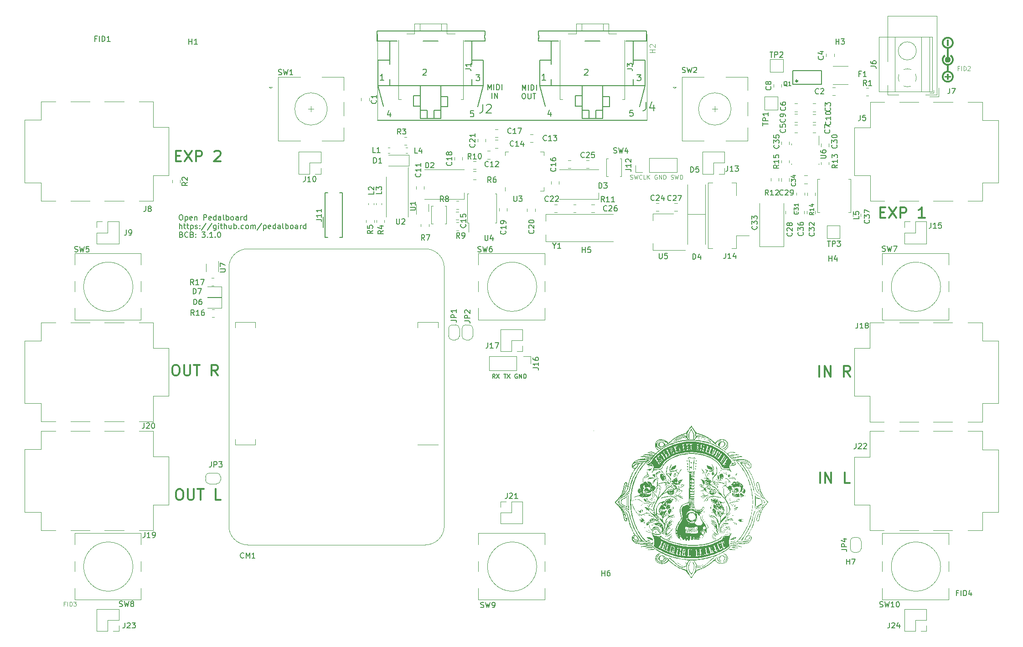
<source format=gbr>
%TF.GenerationSoftware,KiCad,Pcbnew,7.0.9-7.0.9~ubuntu23.04.1*%
%TF.CreationDate,2023-12-04T22:03:06+00:00*%
%TF.ProjectId,pedalboard-hw,70656461-6c62-46f6-9172-642d68772e6b,3.1.0*%
%TF.SameCoordinates,Original*%
%TF.FileFunction,Legend,Top*%
%TF.FilePolarity,Positive*%
%FSLAX46Y46*%
G04 Gerber Fmt 4.6, Leading zero omitted, Abs format (unit mm)*
G04 Created by KiCad (PCBNEW 7.0.9-7.0.9~ubuntu23.04.1) date 2023-12-04 22:03:06*
%MOMM*%
%LPD*%
G01*
G04 APERTURE LIST*
%ADD10C,0.000000*%
%ADD11C,0.019755*%
%ADD12C,0.008210*%
%ADD13C,0.004304*%
%ADD14C,0.004635*%
%ADD15C,0.300000*%
%ADD16C,0.150000*%
%ADD17C,0.125000*%
%ADD18C,0.100000*%
%ADD19C,0.160020*%
%ADD20C,0.127000*%
%ADD21C,0.120000*%
%ADD22C,0.152400*%
%ADD23C,0.203200*%
%ADD24C,0.317500*%
G04 APERTURE END LIST*
D10*
G36*
X143329721Y-103986939D02*
G01*
X143331298Y-103988442D01*
X143332688Y-103991099D01*
X143334896Y-103999796D01*
X143336318Y-104012875D01*
X143336928Y-104030182D01*
X143336702Y-104051560D01*
X143335612Y-104076856D01*
X143333634Y-104105914D01*
X143330740Y-104138578D01*
X143322107Y-104214108D01*
X143319301Y-104235091D01*
X143316195Y-104255629D01*
X143312820Y-104275609D01*
X143309208Y-104294917D01*
X143305389Y-104313439D01*
X143301395Y-104331063D01*
X143297255Y-104347673D01*
X143293002Y-104363157D01*
X143288667Y-104377401D01*
X143284279Y-104390291D01*
X143279872Y-104401713D01*
X143275474Y-104411554D01*
X143271118Y-104419700D01*
X143268965Y-104423102D01*
X143266834Y-104426037D01*
X143264729Y-104428492D01*
X143262653Y-104430452D01*
X143260612Y-104431903D01*
X143258607Y-104432831D01*
X143253410Y-104433825D01*
X143248407Y-104433548D01*
X143243607Y-104432071D01*
X143239018Y-104429469D01*
X143234649Y-104425812D01*
X143230508Y-104421173D01*
X143226603Y-104415625D01*
X143222943Y-104409239D01*
X143219537Y-104402089D01*
X143216392Y-104394246D01*
X143210920Y-104376772D01*
X143206596Y-104357397D01*
X143203486Y-104336699D01*
X143201657Y-104315257D01*
X143201178Y-104293649D01*
X143202114Y-104272455D01*
X143204534Y-104252253D01*
X143208503Y-104233621D01*
X143211091Y-104225076D01*
X143214091Y-104217140D01*
X143217512Y-104209886D01*
X143221363Y-104203387D01*
X143225651Y-104197715D01*
X143230386Y-104192941D01*
X143234472Y-104189190D01*
X143238764Y-104184590D01*
X143243222Y-104179206D01*
X143247804Y-104173098D01*
X143252469Y-104166328D01*
X143257174Y-104158959D01*
X143261880Y-104151053D01*
X143266545Y-104142671D01*
X143271127Y-104133875D01*
X143275585Y-104124729D01*
X143279877Y-104115293D01*
X143283963Y-104105629D01*
X143287801Y-104095800D01*
X143291349Y-104085868D01*
X143294567Y-104075895D01*
X143297412Y-104065942D01*
X143304395Y-104039623D01*
X143310773Y-104018771D01*
X143316520Y-104003232D01*
X143321611Y-103992850D01*
X143323903Y-103989545D01*
X143326020Y-103987471D01*
X143327961Y-103986608D01*
X143329721Y-103986939D01*
G37*
G36*
X139005375Y-112479527D02*
G01*
X139013059Y-112480117D01*
X139020598Y-112481016D01*
X139027976Y-112482216D01*
X139035175Y-112483709D01*
X139042181Y-112485489D01*
X139048977Y-112487549D01*
X139055547Y-112489882D01*
X139061875Y-112492480D01*
X139067944Y-112495337D01*
X139073739Y-112498444D01*
X139079243Y-112501796D01*
X139084440Y-112505385D01*
X139089315Y-112509204D01*
X139093850Y-112513246D01*
X139098030Y-112517504D01*
X139101838Y-112521970D01*
X139105259Y-112526637D01*
X139108276Y-112531500D01*
X139110874Y-112536549D01*
X139113035Y-112541779D01*
X139114744Y-112547181D01*
X139115985Y-112552750D01*
X139116741Y-112558478D01*
X139116997Y-112564357D01*
X139116905Y-112565979D01*
X139116631Y-112567538D01*
X139116183Y-112569030D01*
X139115563Y-112570455D01*
X139114779Y-112571810D01*
X139113834Y-112573093D01*
X139112734Y-112574303D01*
X139111484Y-112575437D01*
X139110090Y-112576494D01*
X139108556Y-112577471D01*
X139105090Y-112579179D01*
X139101128Y-112580546D01*
X139096712Y-112581557D01*
X139091882Y-112582195D01*
X139086679Y-112582446D01*
X139081146Y-112582294D01*
X139075324Y-112581723D01*
X139069254Y-112580717D01*
X139062977Y-112579263D01*
X139056534Y-112577343D01*
X139049968Y-112574942D01*
X139042698Y-112573163D01*
X139035464Y-112571793D01*
X139028303Y-112570826D01*
X139021250Y-112570256D01*
X139014342Y-112570080D01*
X139007614Y-112570291D01*
X139001104Y-112570884D01*
X138994847Y-112571855D01*
X138991824Y-112572481D01*
X138988879Y-112573198D01*
X138986015Y-112574008D01*
X138983237Y-112574908D01*
X138980549Y-112575899D01*
X138977956Y-112576979D01*
X138975463Y-112578149D01*
X138973074Y-112579407D01*
X138970793Y-112580754D01*
X138968625Y-112582187D01*
X138966575Y-112583707D01*
X138964647Y-112585312D01*
X138962845Y-112587003D01*
X138961175Y-112588779D01*
X138959640Y-112590638D01*
X138958246Y-112592581D01*
X138955980Y-112595884D01*
X138953182Y-112599162D01*
X138949898Y-112602387D01*
X138946175Y-112605535D01*
X138942059Y-112608580D01*
X138937597Y-112611495D01*
X138932835Y-112614256D01*
X138927820Y-112616835D01*
X138922598Y-112619208D01*
X138917215Y-112621348D01*
X138911720Y-112623230D01*
X138906157Y-112624828D01*
X138900573Y-112626116D01*
X138895015Y-112627067D01*
X138889529Y-112627657D01*
X138884163Y-112627860D01*
X138876295Y-112627525D01*
X138869216Y-112626546D01*
X138862910Y-112624961D01*
X138857360Y-112622809D01*
X138852549Y-112620127D01*
X138848460Y-112616953D01*
X138845076Y-112613326D01*
X138842381Y-112609283D01*
X138840358Y-112604864D01*
X138838989Y-112600105D01*
X138838259Y-112595045D01*
X138838150Y-112589722D01*
X138838646Y-112584174D01*
X138839730Y-112578440D01*
X138841385Y-112572557D01*
X138843594Y-112566564D01*
X138846340Y-112560498D01*
X138849607Y-112554398D01*
X138853378Y-112548302D01*
X138857636Y-112542248D01*
X138862364Y-112536274D01*
X138867546Y-112530418D01*
X138873164Y-112524719D01*
X138879202Y-112519214D01*
X138885643Y-112513942D01*
X138892471Y-112508940D01*
X138899668Y-112504247D01*
X138907217Y-112499901D01*
X138915103Y-112495940D01*
X138923307Y-112492402D01*
X138931814Y-112489325D01*
X138940607Y-112486748D01*
X138948872Y-112484618D01*
X138957122Y-112482852D01*
X138965339Y-112481445D01*
X138973508Y-112480388D01*
X138981612Y-112479675D01*
X138989635Y-112479299D01*
X138997562Y-112479252D01*
X139005375Y-112479527D01*
G37*
G36*
X130646361Y-111327149D02*
G01*
X130649318Y-111328353D01*
X130651991Y-111330266D01*
X130654384Y-111332896D01*
X130656504Y-111336251D01*
X130658355Y-111340340D01*
X130659942Y-111345172D01*
X130662347Y-111357095D01*
X130663759Y-111372087D01*
X130664221Y-111390216D01*
X130663773Y-111411549D01*
X130662457Y-111436153D01*
X130660314Y-111464096D01*
X130657386Y-111495444D01*
X130655690Y-111516279D01*
X130654568Y-111536453D01*
X130654014Y-111555966D01*
X130654023Y-111574817D01*
X130654591Y-111593007D01*
X130655712Y-111610536D01*
X130657380Y-111627403D01*
X130659591Y-111643609D01*
X130662339Y-111659153D01*
X130665620Y-111674036D01*
X130669427Y-111688257D01*
X130673757Y-111701817D01*
X130678603Y-111714715D01*
X130683961Y-111726952D01*
X130689826Y-111738528D01*
X130696191Y-111749442D01*
X130701519Y-111758439D01*
X130706899Y-111768170D01*
X130717689Y-111789461D01*
X130728314Y-111812570D01*
X130738525Y-111836755D01*
X130748075Y-111861269D01*
X130756715Y-111885371D01*
X130764198Y-111908315D01*
X130770275Y-111929358D01*
X130771359Y-111934308D01*
X130772623Y-111939231D01*
X130774060Y-111944121D01*
X130775663Y-111948974D01*
X130779344Y-111958542D01*
X130783614Y-111967888D01*
X130788422Y-111976965D01*
X130793715Y-111985726D01*
X130799443Y-111994127D01*
X130805553Y-112002118D01*
X130811993Y-112009656D01*
X130818713Y-112016691D01*
X130825660Y-112023180D01*
X130832783Y-112029074D01*
X130840029Y-112034327D01*
X130847349Y-112038893D01*
X130851019Y-112040903D01*
X130854688Y-112042725D01*
X130858350Y-112044351D01*
X130861997Y-112045776D01*
X130868685Y-112048124D01*
X130875481Y-112051164D01*
X130882329Y-112054845D01*
X130889172Y-112059115D01*
X130895953Y-112063923D01*
X130902615Y-112069216D01*
X130909101Y-112074943D01*
X130915355Y-112081053D01*
X130921319Y-112087494D01*
X130926937Y-112094213D01*
X130932152Y-112101160D01*
X130936907Y-112108283D01*
X130941145Y-112115530D01*
X130944810Y-112122849D01*
X130947844Y-112130188D01*
X130949107Y-112133850D01*
X130950191Y-112137497D01*
X130953219Y-112146417D01*
X130956350Y-112154655D01*
X130959580Y-112162212D01*
X130962911Y-112169089D01*
X130966339Y-112175287D01*
X130969865Y-112180805D01*
X130973486Y-112185645D01*
X130977201Y-112189808D01*
X130981009Y-112193294D01*
X130984910Y-112196103D01*
X130988900Y-112198237D01*
X130992980Y-112199696D01*
X130997147Y-112200480D01*
X131001401Y-112200591D01*
X131005740Y-112200028D01*
X131010164Y-112198793D01*
X131014670Y-112196886D01*
X131019257Y-112194308D01*
X131023924Y-112191060D01*
X131028671Y-112187142D01*
X131033494Y-112182554D01*
X131038394Y-112177298D01*
X131043369Y-112171374D01*
X131048418Y-112164783D01*
X131053539Y-112157525D01*
X131058731Y-112149601D01*
X131069323Y-112131757D01*
X131080183Y-112111258D01*
X131091302Y-112088107D01*
X131127755Y-112015052D01*
X131163319Y-111949153D01*
X131198428Y-111890128D01*
X131233516Y-111837691D01*
X131251188Y-111813855D01*
X131269018Y-111791559D01*
X131287059Y-111770768D01*
X131305367Y-111751447D01*
X131323995Y-111733560D01*
X131342998Y-111717071D01*
X131362429Y-111701945D01*
X131382344Y-111688147D01*
X131402796Y-111675640D01*
X131423840Y-111664390D01*
X131445530Y-111654361D01*
X131467920Y-111645517D01*
X131491065Y-111637823D01*
X131515018Y-111631244D01*
X131539835Y-111625743D01*
X131565568Y-111621285D01*
X131592273Y-111617835D01*
X131620004Y-111615357D01*
X131678760Y-111613175D01*
X131742271Y-111614456D01*
X131810969Y-111618915D01*
X131835466Y-111621185D01*
X131859973Y-111624010D01*
X131908810Y-111631235D01*
X131957069Y-111640402D01*
X132004336Y-111651327D01*
X132050197Y-111663822D01*
X132094239Y-111677702D01*
X132136049Y-111692781D01*
X132175212Y-111708873D01*
X132211317Y-111725792D01*
X132228093Y-111734504D01*
X132243949Y-111743352D01*
X132258833Y-111752314D01*
X132272695Y-111761366D01*
X132285481Y-111770486D01*
X132297141Y-111779649D01*
X132307623Y-111788833D01*
X132316875Y-111798015D01*
X132324845Y-111807170D01*
X132331482Y-111816277D01*
X132336734Y-111825311D01*
X132340549Y-111834250D01*
X132342876Y-111843070D01*
X132343664Y-111851747D01*
X132343581Y-111859800D01*
X132343168Y-111866727D01*
X132342175Y-111872475D01*
X132340356Y-111876993D01*
X132339059Y-111878775D01*
X132337462Y-111880230D01*
X132335535Y-111881352D01*
X132333245Y-111882134D01*
X132330563Y-111882569D01*
X132327458Y-111882652D01*
X132319851Y-111881734D01*
X132310177Y-111879328D01*
X132298188Y-111875381D01*
X132283636Y-111869843D01*
X132266273Y-111862662D01*
X132222120Y-111843163D01*
X132163747Y-111816470D01*
X132130119Y-111802126D01*
X132097959Y-111789523D01*
X132067163Y-111778666D01*
X132037629Y-111769562D01*
X132009251Y-111762214D01*
X131981928Y-111756629D01*
X131955556Y-111752811D01*
X131930032Y-111750765D01*
X131905251Y-111750497D01*
X131881111Y-111752012D01*
X131857509Y-111755315D01*
X131834341Y-111760412D01*
X131811503Y-111767306D01*
X131788893Y-111776004D01*
X131766407Y-111786511D01*
X131743941Y-111798831D01*
X131722292Y-111810813D01*
X131695104Y-111825234D01*
X131628407Y-111859244D01*
X131552449Y-111896561D01*
X131475831Y-111932886D01*
X131443270Y-111949406D01*
X131411800Y-111967151D01*
X131381518Y-111986022D01*
X131352524Y-112005922D01*
X131324914Y-112026752D01*
X131298787Y-112048413D01*
X131274242Y-112070809D01*
X131251376Y-112093841D01*
X131230287Y-112117409D01*
X131211075Y-112141418D01*
X131193836Y-112165767D01*
X131178670Y-112190359D01*
X131165674Y-112215096D01*
X131154947Y-112239880D01*
X131150465Y-112252258D01*
X131146587Y-112264612D01*
X131143325Y-112276928D01*
X131140691Y-112289194D01*
X131138545Y-112298505D01*
X131136085Y-112307257D01*
X131133331Y-112315447D01*
X131130301Y-112323072D01*
X131127012Y-112330132D01*
X131123483Y-112336624D01*
X131119732Y-112342547D01*
X131115777Y-112347897D01*
X131111635Y-112352674D01*
X131107326Y-112356876D01*
X131102866Y-112360500D01*
X131098275Y-112363545D01*
X131093571Y-112366008D01*
X131088770Y-112367888D01*
X131083893Y-112369183D01*
X131078955Y-112369890D01*
X131073977Y-112370009D01*
X131068975Y-112369536D01*
X131063968Y-112368471D01*
X131058974Y-112366810D01*
X131054011Y-112364553D01*
X131049097Y-112361697D01*
X131044250Y-112358240D01*
X131039488Y-112354180D01*
X131034830Y-112349516D01*
X131030293Y-112344245D01*
X131025896Y-112338366D01*
X131021657Y-112331876D01*
X131017593Y-112324774D01*
X131013722Y-112317058D01*
X131010064Y-112308725D01*
X131006636Y-112299774D01*
X131002926Y-112291144D01*
X130998450Y-112282488D01*
X130993272Y-112273862D01*
X130987453Y-112265325D01*
X130981056Y-112256932D01*
X130974142Y-112248740D01*
X130966773Y-112240807D01*
X130959011Y-112233189D01*
X130950918Y-112225943D01*
X130942557Y-112219126D01*
X130933989Y-112212794D01*
X130925276Y-112207006D01*
X130916481Y-112201816D01*
X130907665Y-112197283D01*
X130898890Y-112193463D01*
X130890219Y-112190413D01*
X130874532Y-112185255D01*
X130859144Y-112177591D01*
X130843943Y-112167229D01*
X130828814Y-112153978D01*
X130813643Y-112137648D01*
X130798318Y-112118046D01*
X130782724Y-112094982D01*
X130766747Y-112068265D01*
X130750274Y-112037702D01*
X130733192Y-112003104D01*
X130715386Y-111964278D01*
X130696743Y-111921035D01*
X130656490Y-111820527D01*
X130611525Y-111700052D01*
X130597837Y-111662027D01*
X130585866Y-111627195D01*
X130575589Y-111595361D01*
X130566987Y-111566327D01*
X130560038Y-111539898D01*
X130557177Y-111527599D01*
X130554722Y-111515878D01*
X130552670Y-111504709D01*
X130551019Y-111494068D01*
X130549765Y-111483932D01*
X130548907Y-111474275D01*
X130548441Y-111465072D01*
X130548366Y-111456300D01*
X130548678Y-111447933D01*
X130549375Y-111439948D01*
X130550455Y-111432319D01*
X130551914Y-111425022D01*
X130553751Y-111418032D01*
X130555962Y-111411326D01*
X130558546Y-111404878D01*
X130561498Y-111398663D01*
X130564818Y-111392658D01*
X130568502Y-111386838D01*
X130572548Y-111381178D01*
X130576953Y-111375653D01*
X130581715Y-111370240D01*
X130586830Y-111364913D01*
X130600025Y-111352232D01*
X130611855Y-111342017D01*
X130622363Y-111334334D01*
X130627133Y-111331463D01*
X130631589Y-111329250D01*
X130635734Y-111327704D01*
X130639575Y-111326833D01*
X130643115Y-111326645D01*
X130646361Y-111327149D01*
G37*
G36*
X144702373Y-111273845D02*
G01*
X144705093Y-111274316D01*
X144707874Y-111275046D01*
X144710729Y-111276037D01*
X144713666Y-111277289D01*
X144716696Y-111278803D01*
X144719829Y-111280579D01*
X144723076Y-111282617D01*
X144726447Y-111284919D01*
X144729952Y-111287486D01*
X144737407Y-111293414D01*
X144745523Y-111300407D01*
X144754384Y-111308469D01*
X144762447Y-111316707D01*
X144766076Y-111320568D01*
X144769440Y-111324269D01*
X144772537Y-111327816D01*
X144775368Y-111331220D01*
X144777935Y-111334488D01*
X144780237Y-111337629D01*
X144782276Y-111340651D01*
X144784052Y-111343563D01*
X144785565Y-111346372D01*
X144786818Y-111349088D01*
X144787809Y-111351718D01*
X144788539Y-111354272D01*
X144789010Y-111356757D01*
X144789222Y-111359182D01*
X144789176Y-111361555D01*
X144788872Y-111363885D01*
X144788311Y-111366180D01*
X144787493Y-111368449D01*
X144786420Y-111370699D01*
X144785091Y-111372940D01*
X144783508Y-111375180D01*
X144781671Y-111377426D01*
X144779581Y-111379689D01*
X144777238Y-111381975D01*
X144774643Y-111384293D01*
X144771797Y-111386652D01*
X144768700Y-111389060D01*
X144765354Y-111391526D01*
X144757913Y-111396663D01*
X144748729Y-111402227D01*
X144739711Y-111407028D01*
X144730882Y-111411087D01*
X144722263Y-111414427D01*
X144713877Y-111417069D01*
X144705746Y-111419035D01*
X144697891Y-111420347D01*
X144690334Y-111421028D01*
X144683098Y-111421099D01*
X144676204Y-111420582D01*
X144669674Y-111419500D01*
X144663531Y-111417873D01*
X144657796Y-111415724D01*
X144652491Y-111413076D01*
X144647638Y-111409949D01*
X144643260Y-111406367D01*
X144639377Y-111402350D01*
X144636013Y-111397921D01*
X144633189Y-111393102D01*
X144630926Y-111387915D01*
X144629248Y-111382381D01*
X144628175Y-111376524D01*
X144627731Y-111370364D01*
X144627936Y-111363923D01*
X144628813Y-111357224D01*
X144630384Y-111350289D01*
X144632670Y-111343139D01*
X144635695Y-111335797D01*
X144639478Y-111328284D01*
X144644044Y-111320623D01*
X144649413Y-111312835D01*
X144655608Y-111304942D01*
X144661988Y-111297502D01*
X144667954Y-111291058D01*
X144670809Y-111288212D01*
X144673591Y-111285618D01*
X144676310Y-111283275D01*
X144678979Y-111281185D01*
X144681606Y-111279348D01*
X144684201Y-111277764D01*
X144686777Y-111276436D01*
X144689342Y-111275362D01*
X144691906Y-111274545D01*
X144694482Y-111273983D01*
X144697078Y-111273679D01*
X144699704Y-111273633D01*
X144702373Y-111273845D01*
G37*
G36*
X142231583Y-108898116D02*
G01*
X142234039Y-108898436D01*
X142236620Y-108899068D01*
X142239337Y-108900013D01*
X142242200Y-108901271D01*
X142245221Y-108902845D01*
X142248411Y-108904736D01*
X142251780Y-108906944D01*
X142255340Y-108909471D01*
X142263075Y-108915488D01*
X142271704Y-108922797D01*
X142281315Y-108931408D01*
X142291995Y-108941332D01*
X142298485Y-108947475D01*
X142304718Y-108953975D01*
X142310688Y-108960795D01*
X142316387Y-108967900D01*
X142321806Y-108975253D01*
X142326939Y-108982817D01*
X142331777Y-108990557D01*
X142336313Y-108998437D01*
X142340539Y-109006420D01*
X142344447Y-109014471D01*
X142348030Y-109022552D01*
X142351279Y-109030628D01*
X142354187Y-109038663D01*
X142356746Y-109046620D01*
X142358949Y-109054464D01*
X142360787Y-109062158D01*
X142362254Y-109069665D01*
X142363340Y-109076951D01*
X142364039Y-109083978D01*
X142364343Y-109090711D01*
X142364243Y-109097113D01*
X142363733Y-109103148D01*
X142362804Y-109108779D01*
X142361449Y-109113972D01*
X142359659Y-109118689D01*
X142357428Y-109122895D01*
X142354748Y-109126553D01*
X142351610Y-109129627D01*
X142348006Y-109132080D01*
X142343931Y-109133878D01*
X142339374Y-109134983D01*
X142334329Y-109135359D01*
X142329239Y-109134933D01*
X142323910Y-109133682D01*
X142318371Y-109131653D01*
X142312653Y-109128889D01*
X142306785Y-109125436D01*
X142300797Y-109121337D01*
X142288579Y-109111381D01*
X142276237Y-109099379D01*
X142264008Y-109085688D01*
X142252131Y-109070663D01*
X142240844Y-109054661D01*
X142230383Y-109038039D01*
X142220986Y-109021154D01*
X142212892Y-109004362D01*
X142206338Y-108988019D01*
X142201561Y-108972483D01*
X142199914Y-108965128D01*
X142198800Y-108958109D01*
X142198249Y-108951469D01*
X142198292Y-108945254D01*
X142198957Y-108939508D01*
X142200275Y-108934276D01*
X142204134Y-108925596D01*
X142207833Y-108918084D01*
X142211459Y-108911750D01*
X142213273Y-108909028D01*
X142215102Y-108906604D01*
X142216956Y-108904481D01*
X142218847Y-108902658D01*
X142220786Y-108901138D01*
X142222784Y-108899921D01*
X142224851Y-108899009D01*
X142227000Y-108898403D01*
X142229240Y-108898105D01*
X142231583Y-108898116D01*
G37*
G36*
X133694012Y-98200305D02*
G01*
X133694951Y-98200832D01*
X133695864Y-98201710D01*
X133696759Y-98202940D01*
X133697644Y-98204522D01*
X133698527Y-98206454D01*
X133700315Y-98211374D01*
X133702185Y-98217699D01*
X133704201Y-98225430D01*
X133708913Y-98245109D01*
X133710434Y-98251660D01*
X133711693Y-98258074D01*
X133712697Y-98264342D01*
X133713454Y-98270451D01*
X133713971Y-98276389D01*
X133714254Y-98282145D01*
X133714312Y-98287708D01*
X133714150Y-98293065D01*
X133713776Y-98298204D01*
X133713198Y-98303116D01*
X133712422Y-98307787D01*
X133711456Y-98312206D01*
X133710306Y-98316361D01*
X133708980Y-98320241D01*
X133707484Y-98323835D01*
X133705827Y-98327130D01*
X133704014Y-98330115D01*
X133702053Y-98332778D01*
X133699952Y-98335108D01*
X133697717Y-98337093D01*
X133695355Y-98338722D01*
X133692874Y-98339982D01*
X133690280Y-98340862D01*
X133687581Y-98341351D01*
X133684784Y-98341437D01*
X133681896Y-98341109D01*
X133678924Y-98340353D01*
X133675875Y-98339160D01*
X133672756Y-98337518D01*
X133669575Y-98335414D01*
X133666338Y-98332837D01*
X133663052Y-98329776D01*
X133661781Y-98328702D01*
X133660611Y-98327468D01*
X133659543Y-98326081D01*
X133658574Y-98324546D01*
X133656929Y-98321055D01*
X133655666Y-98317042D01*
X133654775Y-98312554D01*
X133654246Y-98307637D01*
X133654069Y-98302338D01*
X133654233Y-98296702D01*
X133654727Y-98290778D01*
X133655542Y-98284610D01*
X133656667Y-98278246D01*
X133658091Y-98271732D01*
X133659805Y-98265115D01*
X133661798Y-98258441D01*
X133664060Y-98251757D01*
X133666580Y-98245109D01*
X133675923Y-98225430D01*
X133679758Y-98217699D01*
X133683117Y-98211374D01*
X133686062Y-98206454D01*
X133687400Y-98204522D01*
X133688657Y-98202940D01*
X133689841Y-98201710D01*
X133690961Y-98200832D01*
X133692025Y-98200305D01*
X133693039Y-98200129D01*
X133694012Y-98200305D01*
G37*
G36*
X133698358Y-109122627D02*
G01*
X133699606Y-109123291D01*
X133700762Y-109124562D01*
X133701837Y-109126436D01*
X133702843Y-109128912D01*
X133703790Y-109131989D01*
X133705551Y-109139934D01*
X133707209Y-109150256D01*
X133708852Y-109162940D01*
X133712442Y-109195331D01*
X133715398Y-109215884D01*
X133718891Y-109237388D01*
X133722797Y-109259141D01*
X133726993Y-109280439D01*
X133731355Y-109300579D01*
X133735758Y-109318859D01*
X133740078Y-109334575D01*
X133742168Y-109341253D01*
X133744192Y-109347026D01*
X133749257Y-109359300D01*
X133753872Y-109371631D01*
X133758041Y-109383995D01*
X133761769Y-109396366D01*
X133765060Y-109408719D01*
X133767919Y-109421028D01*
X133770350Y-109433270D01*
X133772359Y-109445417D01*
X133773949Y-109457446D01*
X133775124Y-109469330D01*
X133775890Y-109481046D01*
X133776252Y-109492566D01*
X133776212Y-109503868D01*
X133775777Y-109514924D01*
X133774950Y-109525711D01*
X133773737Y-109536202D01*
X133772141Y-109546373D01*
X133770167Y-109556198D01*
X133767819Y-109565653D01*
X133765103Y-109574712D01*
X133762023Y-109583349D01*
X133758582Y-109591540D01*
X133754787Y-109599260D01*
X133750641Y-109606483D01*
X133746148Y-109613184D01*
X133741314Y-109619337D01*
X133736142Y-109624919D01*
X133730638Y-109629903D01*
X133724806Y-109634264D01*
X133718650Y-109637977D01*
X133712175Y-109641018D01*
X133705385Y-109643359D01*
X133684896Y-109648522D01*
X133665124Y-109652787D01*
X133646104Y-109656186D01*
X133627871Y-109658752D01*
X133610459Y-109660517D01*
X133593904Y-109661513D01*
X133578240Y-109661773D01*
X133563503Y-109661329D01*
X133549727Y-109660213D01*
X133536946Y-109658457D01*
X133525197Y-109656095D01*
X133514514Y-109653157D01*
X133504931Y-109649677D01*
X133496484Y-109645686D01*
X133489207Y-109641218D01*
X133483136Y-109636303D01*
X133478305Y-109630976D01*
X133474749Y-109625267D01*
X133472503Y-109619210D01*
X133471602Y-109612835D01*
X133472080Y-109606177D01*
X133473974Y-109599267D01*
X133477316Y-109592137D01*
X133482144Y-109584820D01*
X133488490Y-109577348D01*
X133496391Y-109569753D01*
X133505881Y-109562068D01*
X133516994Y-109554324D01*
X133529767Y-109546555D01*
X133544233Y-109538792D01*
X133560428Y-109531068D01*
X133578386Y-109523415D01*
X133588390Y-109519094D01*
X133597897Y-109514731D01*
X133606905Y-109510324D01*
X133615414Y-109505872D01*
X133623421Y-109501373D01*
X133630925Y-109496826D01*
X133637926Y-109492231D01*
X133644422Y-109487585D01*
X133650411Y-109482887D01*
X133655892Y-109478136D01*
X133660864Y-109473331D01*
X133665326Y-109468471D01*
X133669277Y-109463554D01*
X133672714Y-109458578D01*
X133675638Y-109453543D01*
X133678046Y-109448448D01*
X133679937Y-109443290D01*
X133681310Y-109438070D01*
X133682164Y-109432784D01*
X133682497Y-109427433D01*
X133682308Y-109422014D01*
X133681596Y-109416527D01*
X133680359Y-109410971D01*
X133678597Y-109405343D01*
X133676307Y-109399643D01*
X133673489Y-109393869D01*
X133670142Y-109388021D01*
X133666263Y-109382096D01*
X133661852Y-109376093D01*
X133656908Y-109370012D01*
X133651429Y-109363851D01*
X133645413Y-109357608D01*
X133640454Y-109352145D01*
X133636167Y-109346315D01*
X133632561Y-109340083D01*
X133629649Y-109333410D01*
X133627439Y-109326263D01*
X133625942Y-109318603D01*
X133625168Y-109310396D01*
X133625129Y-109301605D01*
X133625833Y-109292194D01*
X133627292Y-109282127D01*
X133629516Y-109271367D01*
X133632515Y-109259878D01*
X133636299Y-109247625D01*
X133640880Y-109234571D01*
X133646266Y-109220679D01*
X133652469Y-109205914D01*
X133668792Y-109170010D01*
X133675436Y-109155863D01*
X133681187Y-109144233D01*
X133686132Y-109135105D01*
X133690358Y-109128462D01*
X133692229Y-109126067D01*
X133693954Y-109124289D01*
X133695543Y-109123124D01*
X133697007Y-109122571D01*
X133698358Y-109122627D01*
G37*
G36*
X131621139Y-101784162D02*
G01*
X131622895Y-101784435D01*
X131627022Y-101785693D01*
X131631935Y-101787880D01*
X131637591Y-101790977D01*
X131643951Y-101794963D01*
X131650972Y-101799817D01*
X131658613Y-101805519D01*
X131666833Y-101812047D01*
X131675591Y-101819382D01*
X131684844Y-101827501D01*
X131694553Y-101836386D01*
X131703193Y-101845692D01*
X131711255Y-101855061D01*
X131718740Y-101864455D01*
X131725648Y-101873834D01*
X131731980Y-101883159D01*
X131737736Y-101892390D01*
X131742917Y-101901489D01*
X131747524Y-101910414D01*
X131751558Y-101919128D01*
X131755018Y-101927591D01*
X131757906Y-101935763D01*
X131760223Y-101943604D01*
X131761968Y-101951077D01*
X131763143Y-101958140D01*
X131763749Y-101964755D01*
X131763785Y-101970883D01*
X131763253Y-101976483D01*
X131762153Y-101981517D01*
X131760486Y-101985945D01*
X131758252Y-101989727D01*
X131755453Y-101992825D01*
X131753841Y-101994105D01*
X131752088Y-101995199D01*
X131750194Y-101996102D01*
X131748159Y-101996809D01*
X131743666Y-101997617D01*
X131738609Y-101997582D01*
X131732990Y-101996665D01*
X131726809Y-101994827D01*
X131720067Y-101992028D01*
X131712764Y-101988230D01*
X131704901Y-101983392D01*
X131696478Y-101977476D01*
X131687497Y-101970441D01*
X131680547Y-101964949D01*
X131674233Y-101960402D01*
X131668529Y-101956838D01*
X131665898Y-101955435D01*
X131663409Y-101954291D01*
X131661060Y-101953411D01*
X131658847Y-101952799D01*
X131656767Y-101952459D01*
X131654817Y-101952397D01*
X131652993Y-101952616D01*
X131651293Y-101953121D01*
X131649713Y-101953917D01*
X131648250Y-101955008D01*
X131646901Y-101956399D01*
X131645662Y-101958094D01*
X131644531Y-101960098D01*
X131643503Y-101962416D01*
X131642576Y-101965051D01*
X131641747Y-101968008D01*
X131640368Y-101974908D01*
X131639340Y-101983151D01*
X131638639Y-101992774D01*
X131638236Y-102003813D01*
X131638108Y-102016304D01*
X131638229Y-102025516D01*
X131638583Y-102034604D01*
X131639154Y-102043527D01*
X131639927Y-102052242D01*
X131640886Y-102060710D01*
X131642015Y-102068889D01*
X131643299Y-102076737D01*
X131644723Y-102084213D01*
X131646270Y-102091275D01*
X131647927Y-102097883D01*
X131649676Y-102103994D01*
X131651503Y-102109568D01*
X131653392Y-102114564D01*
X131655327Y-102118939D01*
X131657293Y-102122653D01*
X131659275Y-102125664D01*
X131663110Y-102130290D01*
X131666677Y-102136171D01*
X131669978Y-102143218D01*
X131673014Y-102151344D01*
X131678297Y-102170475D01*
X131682536Y-102192857D01*
X131685742Y-102217782D01*
X131687924Y-102244541D01*
X131689094Y-102272427D01*
X131689261Y-102300731D01*
X131688436Y-102328745D01*
X131686629Y-102355763D01*
X131683850Y-102381075D01*
X131680111Y-102403974D01*
X131675420Y-102423751D01*
X131669789Y-102439699D01*
X131666624Y-102446016D01*
X131663228Y-102451110D01*
X131659602Y-102454893D01*
X131655747Y-102457276D01*
X131647433Y-102458563D01*
X131637145Y-102457238D01*
X131625042Y-102453459D01*
X131611278Y-102447382D01*
X131596010Y-102439166D01*
X131579395Y-102428968D01*
X131542748Y-102403257D01*
X131502587Y-102371510D01*
X131460162Y-102334988D01*
X131416724Y-102294953D01*
X131373525Y-102252664D01*
X131331813Y-102209383D01*
X131292840Y-102166371D01*
X131257857Y-102124889D01*
X131228114Y-102086197D01*
X131204861Y-102051556D01*
X131196060Y-102036149D01*
X131189350Y-102022228D01*
X131184888Y-102009950D01*
X131182830Y-101999473D01*
X131183333Y-101990955D01*
X131186552Y-101984553D01*
X131195262Y-101974187D01*
X131204185Y-101964260D01*
X131213306Y-101954777D01*
X131222609Y-101945740D01*
X131232080Y-101937156D01*
X131241704Y-101929029D01*
X131251466Y-101921363D01*
X131261352Y-101914163D01*
X131271347Y-101907433D01*
X131281435Y-101901177D01*
X131291601Y-101895401D01*
X131301832Y-101890109D01*
X131312112Y-101885305D01*
X131322426Y-101880994D01*
X131332760Y-101877181D01*
X131343098Y-101873869D01*
X131353425Y-101871064D01*
X131363728Y-101868770D01*
X131373990Y-101866991D01*
X131384198Y-101865732D01*
X131394335Y-101864998D01*
X131404389Y-101864792D01*
X131414342Y-101865121D01*
X131424181Y-101865987D01*
X131433892Y-101867396D01*
X131443458Y-101869352D01*
X131452865Y-101871860D01*
X131462098Y-101874924D01*
X131471143Y-101878548D01*
X131479984Y-101882738D01*
X131488607Y-101887498D01*
X131496997Y-101892832D01*
X131505211Y-101898435D01*
X131513304Y-101903350D01*
X131521261Y-101907589D01*
X131529064Y-101911166D01*
X131536696Y-101914095D01*
X131544141Y-101916388D01*
X131551382Y-101918060D01*
X131558402Y-101919124D01*
X131565185Y-101919594D01*
X131571712Y-101919483D01*
X131577969Y-101918805D01*
X131583937Y-101917574D01*
X131589601Y-101915802D01*
X131594943Y-101913504D01*
X131599946Y-101910693D01*
X131604594Y-101907383D01*
X131608870Y-101903587D01*
X131612757Y-101899319D01*
X131616239Y-101894592D01*
X131619298Y-101889420D01*
X131621918Y-101883817D01*
X131624082Y-101877796D01*
X131625772Y-101871370D01*
X131626974Y-101864554D01*
X131627669Y-101857360D01*
X131627840Y-101849803D01*
X131627472Y-101841895D01*
X131626547Y-101833651D01*
X131625048Y-101825084D01*
X131622959Y-101816208D01*
X131620262Y-101807036D01*
X131616942Y-101797582D01*
X131615488Y-101792824D01*
X131615151Y-101790842D01*
X131615068Y-101789121D01*
X131615232Y-101787658D01*
X131615639Y-101786451D01*
X131616284Y-101785497D01*
X131617162Y-101784794D01*
X131618267Y-101784338D01*
X131619594Y-101784129D01*
X131621139Y-101784162D01*
G37*
G36*
X143260075Y-103600182D02*
G01*
X143268749Y-103600441D01*
X143277920Y-103600928D01*
X143287546Y-103601647D01*
X143297585Y-103602604D01*
X143307996Y-103603804D01*
X143322478Y-103605308D01*
X143335550Y-103607242D01*
X143347288Y-103609702D01*
X143352682Y-103611161D01*
X143357771Y-103612788D01*
X143362566Y-103614596D01*
X143367075Y-103616597D01*
X143371310Y-103618804D01*
X143375279Y-103621228D01*
X143378992Y-103623883D01*
X143382460Y-103626779D01*
X143385690Y-103629930D01*
X143388694Y-103633348D01*
X143391481Y-103637045D01*
X143394061Y-103641033D01*
X143396443Y-103645325D01*
X143398637Y-103649933D01*
X143400653Y-103654869D01*
X143402500Y-103660145D01*
X143405727Y-103671768D01*
X143408396Y-103684900D01*
X143410584Y-103699638D01*
X143412369Y-103716083D01*
X143413829Y-103734330D01*
X143417116Y-103772544D01*
X143418039Y-103787583D01*
X143418295Y-103799926D01*
X143418129Y-103805088D01*
X143417745Y-103809581D01*
X143417124Y-103813404D01*
X143416249Y-103816559D01*
X143415102Y-103819047D01*
X143413668Y-103820871D01*
X143411926Y-103822030D01*
X143409862Y-103822526D01*
X143407456Y-103822361D01*
X143404691Y-103821535D01*
X143401551Y-103820051D01*
X143398018Y-103817909D01*
X143394073Y-103815111D01*
X143389700Y-103811658D01*
X143379600Y-103802792D01*
X143367578Y-103791321D01*
X143353493Y-103777257D01*
X143318581Y-103741386D01*
X143296662Y-103717980D01*
X143276191Y-103695690D01*
X143257622Y-103674972D01*
X143241409Y-103656279D01*
X143234329Y-103647834D01*
X143228008Y-103640066D01*
X143222503Y-103633032D01*
X143217872Y-103626788D01*
X143214171Y-103621392D01*
X143211457Y-103616901D01*
X143210488Y-103615012D01*
X143209787Y-103613370D01*
X143209361Y-103611983D01*
X143209218Y-103610858D01*
X143209341Y-103609886D01*
X143209707Y-103608957D01*
X143210311Y-103608070D01*
X143211147Y-103607227D01*
X143213497Y-103605672D01*
X143216714Y-103604299D01*
X143220759Y-103603111D01*
X143225589Y-103602115D01*
X143231163Y-103601315D01*
X143237440Y-103600716D01*
X143244379Y-103600324D01*
X143251937Y-103600145D01*
X143260075Y-103600182D01*
G37*
G36*
X137602015Y-98975430D02*
G01*
X137603936Y-98975643D01*
X137605813Y-98975992D01*
X137607645Y-98976475D01*
X137609430Y-98977087D01*
X137611168Y-98977824D01*
X137612856Y-98978682D01*
X137614494Y-98979658D01*
X137616080Y-98980748D01*
X137617613Y-98981948D01*
X137619092Y-98983253D01*
X137620516Y-98984661D01*
X137623191Y-98987767D01*
X137625629Y-98991234D01*
X137627818Y-98995032D01*
X137629749Y-98999130D01*
X137631411Y-99003497D01*
X137632794Y-99008101D01*
X137633888Y-99012912D01*
X137634682Y-99017899D01*
X137635166Y-99023030D01*
X137635330Y-99028275D01*
X137635289Y-99030910D01*
X137635166Y-99033521D01*
X137634964Y-99036102D01*
X137634682Y-99038652D01*
X137634323Y-99041165D01*
X137633888Y-99043639D01*
X137633378Y-99046068D01*
X137632794Y-99048450D01*
X137632138Y-99050780D01*
X137631411Y-99053054D01*
X137630614Y-99055269D01*
X137629749Y-99057421D01*
X137628816Y-99059505D01*
X137627818Y-99061519D01*
X137626755Y-99063457D01*
X137625629Y-99065317D01*
X137624440Y-99067094D01*
X137623191Y-99068784D01*
X137621883Y-99070385D01*
X137620516Y-99071890D01*
X137619092Y-99073298D01*
X137617613Y-99074603D01*
X137616080Y-99075803D01*
X137614494Y-99076893D01*
X137612856Y-99077869D01*
X137611168Y-99078727D01*
X137609430Y-99079464D01*
X137607645Y-99080076D01*
X137605813Y-99080558D01*
X137603936Y-99080908D01*
X137602015Y-99081120D01*
X137600052Y-99081192D01*
X137598399Y-99081120D01*
X137596749Y-99080908D01*
X137595105Y-99080558D01*
X137593472Y-99080076D01*
X137591851Y-99079464D01*
X137590246Y-99078727D01*
X137588661Y-99077869D01*
X137587098Y-99076893D01*
X137584053Y-99074603D01*
X137581138Y-99071890D01*
X137578377Y-99068784D01*
X137575798Y-99065317D01*
X137573425Y-99061519D01*
X137571285Y-99057421D01*
X137569403Y-99053054D01*
X137567805Y-99048450D01*
X137566518Y-99043639D01*
X137565566Y-99038652D01*
X137564976Y-99033521D01*
X137564773Y-99028275D01*
X137564825Y-99025641D01*
X137564976Y-99023030D01*
X137565224Y-99020449D01*
X137565566Y-99017899D01*
X137565998Y-99015386D01*
X137566518Y-99012912D01*
X137567121Y-99010483D01*
X137567805Y-99008101D01*
X137568567Y-99005771D01*
X137569403Y-99003497D01*
X137570310Y-99001282D01*
X137571285Y-98999130D01*
X137572324Y-98997046D01*
X137573425Y-98995032D01*
X137574584Y-98993094D01*
X137575798Y-98991234D01*
X137577063Y-98989457D01*
X137578377Y-98987767D01*
X137579737Y-98986167D01*
X137581138Y-98984661D01*
X137582578Y-98983253D01*
X137584053Y-98981948D01*
X137585561Y-98980748D01*
X137587098Y-98979658D01*
X137588661Y-98978682D01*
X137590246Y-98977824D01*
X137591851Y-98977087D01*
X137593472Y-98976475D01*
X137595105Y-98975992D01*
X137596749Y-98975643D01*
X137598399Y-98975430D01*
X137600052Y-98975359D01*
X137602015Y-98975430D01*
G37*
G36*
X145706715Y-106647120D02*
G01*
X145708104Y-106647322D01*
X145709339Y-106647707D01*
X145710412Y-106648276D01*
X145711241Y-106649411D01*
X145711745Y-106650828D01*
X145711933Y-106652517D01*
X145711811Y-106654470D01*
X145710668Y-106659136D01*
X145708373Y-106664757D01*
X145704982Y-106671268D01*
X145700553Y-106678600D01*
X145695142Y-106686686D01*
X145688805Y-106695460D01*
X145681601Y-106704854D01*
X145673585Y-106714800D01*
X145664815Y-106725233D01*
X145655347Y-106736084D01*
X145634546Y-106758773D01*
X145611636Y-106782330D01*
X145590012Y-106802312D01*
X145571432Y-106818656D01*
X145555880Y-106831444D01*
X145543340Y-106840760D01*
X145533798Y-106846686D01*
X145530146Y-106848403D01*
X145527238Y-106849304D01*
X145525071Y-106849399D01*
X145523643Y-106848698D01*
X145522954Y-106847211D01*
X145523000Y-106844950D01*
X145523780Y-106841923D01*
X145525292Y-106838142D01*
X145530503Y-106828358D01*
X145538619Y-106815680D01*
X145549623Y-106800191D01*
X145563501Y-106781973D01*
X145580236Y-106761109D01*
X145599814Y-106737683D01*
X145622218Y-106711775D01*
X145629487Y-106703427D01*
X145636715Y-106695591D01*
X145643860Y-106688281D01*
X145650881Y-106681514D01*
X145657737Y-106675305D01*
X145664386Y-106669670D01*
X145670787Y-106664624D01*
X145676899Y-106660182D01*
X145682680Y-106656361D01*
X145688089Y-106653175D01*
X145693084Y-106650640D01*
X145695414Y-106649622D01*
X145697625Y-106648772D01*
X145699712Y-106648093D01*
X145701669Y-106647586D01*
X145703493Y-106647254D01*
X145705176Y-106647098D01*
X145706715Y-106647120D01*
G37*
G36*
X147276746Y-104482221D02*
G01*
X147286131Y-104482303D01*
X147294446Y-104482551D01*
X147301697Y-104482965D01*
X147307889Y-104483543D01*
X147310589Y-104483895D01*
X147313026Y-104484287D01*
X147315201Y-104484721D01*
X147317115Y-104485197D01*
X147318767Y-104485713D01*
X147320159Y-104486271D01*
X147321292Y-104486871D01*
X147322165Y-104487512D01*
X147322780Y-104488194D01*
X147323138Y-104488917D01*
X147323238Y-104489682D01*
X147323082Y-104490488D01*
X147322670Y-104491335D01*
X147322003Y-104492224D01*
X147321081Y-104493154D01*
X147319905Y-104494126D01*
X147318477Y-104495139D01*
X147316796Y-104496193D01*
X147314862Y-104497288D01*
X147312678Y-104498425D01*
X147307558Y-104500823D01*
X147301440Y-104503386D01*
X147296073Y-104505571D01*
X147290581Y-104508133D01*
X147285007Y-104511037D01*
X147279392Y-104514245D01*
X147273776Y-104517722D01*
X147268202Y-104521432D01*
X147262710Y-104525338D01*
X147257343Y-104529404D01*
X147252141Y-104533594D01*
X147247145Y-104537872D01*
X147242398Y-104542202D01*
X147237940Y-104546547D01*
X147233813Y-104550871D01*
X147230057Y-104555139D01*
X147226715Y-104559314D01*
X147223828Y-104563359D01*
X147220604Y-104567578D01*
X147219056Y-104569380D01*
X147217551Y-104570980D01*
X147216090Y-104572378D01*
X147214674Y-104573576D01*
X147213302Y-104574574D01*
X147211977Y-104575376D01*
X147210698Y-104575980D01*
X147209466Y-104576390D01*
X147208283Y-104576606D01*
X147207147Y-104576629D01*
X147206061Y-104576462D01*
X147205024Y-104576104D01*
X147204038Y-104575558D01*
X147203103Y-104574824D01*
X147202219Y-104573904D01*
X147201388Y-104572800D01*
X147200610Y-104571512D01*
X147199885Y-104570042D01*
X147199215Y-104568391D01*
X147198600Y-104566561D01*
X147197536Y-104562366D01*
X147196700Y-104557469D01*
X147196096Y-104551880D01*
X147195730Y-104545608D01*
X147195607Y-104538664D01*
X147195898Y-104531597D01*
X147196778Y-104524953D01*
X147197443Y-104521793D01*
X147198258Y-104518743D01*
X147199226Y-104515805D01*
X147200347Y-104512978D01*
X147201624Y-104510265D01*
X147203057Y-104507668D01*
X147204648Y-104505186D01*
X147206397Y-104502822D01*
X147208307Y-104500577D01*
X147210378Y-104498452D01*
X147212612Y-104496449D01*
X147215010Y-104494568D01*
X147217573Y-104492811D01*
X147220303Y-104491180D01*
X147223201Y-104489675D01*
X147226268Y-104488298D01*
X147229506Y-104487050D01*
X147232916Y-104485933D01*
X147236498Y-104484947D01*
X147240255Y-104484095D01*
X147248298Y-104482794D01*
X147257054Y-104482041D01*
X147266533Y-104481847D01*
X147276746Y-104482221D01*
G37*
G36*
X143572804Y-104984004D02*
G01*
X143574404Y-104984186D01*
X143577871Y-104984928D01*
X143581670Y-104986167D01*
X143585768Y-104987891D01*
X143590134Y-104990090D01*
X143594738Y-104992755D01*
X143599549Y-104995875D01*
X143604536Y-104999439D01*
X143609667Y-105003437D01*
X143614912Y-105007858D01*
X143620158Y-105012727D01*
X143625289Y-105018035D01*
X143630276Y-105023726D01*
X143635087Y-105029742D01*
X143639692Y-105036027D01*
X143644058Y-105042523D01*
X143648156Y-105049175D01*
X143651955Y-105055925D01*
X143655422Y-105062716D01*
X143658528Y-105069492D01*
X143661241Y-105076195D01*
X143663530Y-105082769D01*
X143665365Y-105089157D01*
X143666714Y-105095302D01*
X143667546Y-105101147D01*
X143667830Y-105106636D01*
X143667536Y-105111769D01*
X143666680Y-105115949D01*
X143665298Y-105119216D01*
X143663427Y-105121609D01*
X143661104Y-105123167D01*
X143658365Y-105123930D01*
X143655248Y-105123937D01*
X143651789Y-105123228D01*
X143648026Y-105121842D01*
X143643994Y-105119819D01*
X143639731Y-105117197D01*
X143635274Y-105114016D01*
X143625923Y-105106137D01*
X143616236Y-105096495D01*
X143606508Y-105085406D01*
X143597033Y-105073185D01*
X143588106Y-105060148D01*
X143580021Y-105046610D01*
X143573073Y-105032885D01*
X143567557Y-105019290D01*
X143565427Y-105012640D01*
X143563766Y-105006140D01*
X143562610Y-104999829D01*
X143561996Y-104993749D01*
X143562068Y-104992167D01*
X143562281Y-104990729D01*
X143562630Y-104989433D01*
X143563113Y-104988278D01*
X143563724Y-104987262D01*
X143564461Y-104986384D01*
X143565320Y-104985644D01*
X143566296Y-104985039D01*
X143567386Y-104984568D01*
X143568585Y-104984231D01*
X143569891Y-104984025D01*
X143571298Y-104983950D01*
X143572804Y-104984004D01*
G37*
G36*
X144227787Y-112487775D02*
G01*
X144231398Y-112488947D01*
X144234920Y-112490718D01*
X144238338Y-112493078D01*
X144241639Y-112496017D01*
X144244808Y-112499526D01*
X144247831Y-112503595D01*
X144250694Y-112508215D01*
X144253383Y-112513375D01*
X144255883Y-112519066D01*
X144258180Y-112525279D01*
X144260260Y-112532003D01*
X144262109Y-112539229D01*
X144263713Y-112546947D01*
X144265056Y-112555147D01*
X144266126Y-112563821D01*
X144266908Y-112572957D01*
X144267388Y-112582547D01*
X144267551Y-112592581D01*
X144267499Y-112597851D01*
X144267348Y-112603071D01*
X144266758Y-112613334D01*
X144265807Y-112623308D01*
X144264519Y-112632930D01*
X144262921Y-112642139D01*
X144261040Y-112650872D01*
X144258900Y-112659068D01*
X144257741Y-112662945D01*
X144256527Y-112666664D01*
X144255261Y-112670218D01*
X144253947Y-112673599D01*
X144252588Y-112676800D01*
X144251187Y-112679811D01*
X144249747Y-112682626D01*
X144248272Y-112685237D01*
X144246764Y-112687636D01*
X144245227Y-112689816D01*
X144243665Y-112691768D01*
X144242079Y-112693485D01*
X144240475Y-112694959D01*
X144238854Y-112696182D01*
X144237220Y-112697147D01*
X144235577Y-112697846D01*
X144233927Y-112698271D01*
X144232274Y-112698415D01*
X144227686Y-112698150D01*
X144223191Y-112697368D01*
X144218796Y-112696092D01*
X144214511Y-112694343D01*
X144210345Y-112692141D01*
X144206307Y-112689508D01*
X144202406Y-112686466D01*
X144198650Y-112683036D01*
X144195050Y-112679239D01*
X144191614Y-112675096D01*
X144188351Y-112670629D01*
X144185270Y-112665859D01*
X144179690Y-112655495D01*
X144174948Y-112644175D01*
X144171116Y-112632070D01*
X144168265Y-112619350D01*
X144166468Y-112606185D01*
X144165798Y-112592747D01*
X144166327Y-112579205D01*
X144167064Y-112572449D01*
X144168127Y-112565731D01*
X144169526Y-112559072D01*
X144171271Y-112552494D01*
X144173369Y-112546018D01*
X144175830Y-112539665D01*
X144179197Y-112531437D01*
X144182674Y-112523943D01*
X144186246Y-112517174D01*
X144189900Y-112511119D01*
X144193621Y-112505771D01*
X144197395Y-112501117D01*
X144201207Y-112497150D01*
X144205044Y-112493859D01*
X144208892Y-112491235D01*
X144212735Y-112489268D01*
X144216561Y-112487948D01*
X144220354Y-112487266D01*
X144224101Y-112487211D01*
X144227787Y-112487775D01*
G37*
G36*
X146040093Y-102433225D02*
G01*
X146066662Y-102435122D01*
X146093437Y-102438226D01*
X146120345Y-102442490D01*
X146147312Y-102447864D01*
X146174265Y-102454301D01*
X146201132Y-102461754D01*
X146227839Y-102470174D01*
X146254314Y-102479515D01*
X146280483Y-102489727D01*
X146306273Y-102500763D01*
X146331612Y-102512576D01*
X146356427Y-102525118D01*
X146380644Y-102538341D01*
X146404190Y-102552196D01*
X146426993Y-102566637D01*
X146448980Y-102581615D01*
X146470077Y-102597083D01*
X146490211Y-102612993D01*
X146509310Y-102629296D01*
X146527301Y-102645946D01*
X146544110Y-102662895D01*
X146559665Y-102680094D01*
X146573892Y-102697495D01*
X146586719Y-102715052D01*
X146598072Y-102732716D01*
X146607879Y-102750440D01*
X146616067Y-102768175D01*
X146622562Y-102785874D01*
X146627292Y-102803489D01*
X146630183Y-102820972D01*
X146631163Y-102838276D01*
X146630808Y-102847085D01*
X146629774Y-102855004D01*
X146628102Y-102862054D01*
X146625837Y-102868255D01*
X146623021Y-102873626D01*
X146619698Y-102878188D01*
X146615912Y-102881960D01*
X146611705Y-102884964D01*
X146607121Y-102887217D01*
X146602202Y-102888742D01*
X146596994Y-102889557D01*
X146591537Y-102889683D01*
X146585877Y-102889140D01*
X146580056Y-102887948D01*
X146574117Y-102886126D01*
X146568104Y-102883696D01*
X146562060Y-102880676D01*
X146556028Y-102877087D01*
X146550051Y-102872949D01*
X146544174Y-102868282D01*
X146538439Y-102863106D01*
X146532889Y-102857441D01*
X146527567Y-102851308D01*
X146522518Y-102844725D01*
X146517784Y-102837713D01*
X146513408Y-102830292D01*
X146509434Y-102822483D01*
X146505906Y-102814304D01*
X146502865Y-102805777D01*
X146500356Y-102796921D01*
X146498423Y-102787756D01*
X146497107Y-102778303D01*
X146494989Y-102767271D01*
X146491324Y-102756028D01*
X146486179Y-102744610D01*
X146479620Y-102733055D01*
X146471711Y-102721399D01*
X146462520Y-102709679D01*
X146440552Y-102686195D01*
X146414244Y-102662897D01*
X146384122Y-102640079D01*
X146350713Y-102618037D01*
X146314545Y-102597064D01*
X146276144Y-102577455D01*
X146236038Y-102559505D01*
X146194754Y-102543509D01*
X146152818Y-102529760D01*
X146110759Y-102518554D01*
X146069102Y-102510185D01*
X146028376Y-102504948D01*
X145989107Y-102503137D01*
X145975393Y-102502934D01*
X145962077Y-102502344D01*
X145949225Y-102501393D01*
X145936907Y-102500105D01*
X145925187Y-102498507D01*
X145914134Y-102496625D01*
X145903816Y-102494485D01*
X145894297Y-102492112D01*
X145885648Y-102489533D01*
X145881669Y-102488174D01*
X145877933Y-102486773D01*
X145874448Y-102485333D01*
X145871221Y-102483857D01*
X145868262Y-102482349D01*
X145865579Y-102480813D01*
X145863180Y-102479250D01*
X145861074Y-102477665D01*
X145859268Y-102476060D01*
X145857772Y-102474439D01*
X145856594Y-102472805D01*
X145855742Y-102471162D01*
X145855225Y-102469512D01*
X145855051Y-102467859D01*
X145855256Y-102465895D01*
X145855864Y-102463974D01*
X145856867Y-102462097D01*
X145858255Y-102460266D01*
X145862143Y-102456743D01*
X145867453Y-102453417D01*
X145874106Y-102450297D01*
X145882026Y-102447395D01*
X145891134Y-102444720D01*
X145901353Y-102442282D01*
X145912606Y-102440093D01*
X145924814Y-102438162D01*
X145937902Y-102436500D01*
X145951790Y-102435117D01*
X145966401Y-102434023D01*
X145981659Y-102433229D01*
X145997485Y-102432745D01*
X146013801Y-102432581D01*
X146040093Y-102433225D01*
G37*
G36*
X140627259Y-107920646D02*
G01*
X140633539Y-107921867D01*
X140639878Y-107923722D01*
X140646287Y-107926213D01*
X140652780Y-107929346D01*
X140659367Y-107933123D01*
X140666060Y-107937548D01*
X140672870Y-107942626D01*
X140679809Y-107948360D01*
X140686890Y-107954754D01*
X140694123Y-107961813D01*
X140701519Y-107969539D01*
X140716852Y-107987011D01*
X140732980Y-108007201D01*
X140749997Y-108030140D01*
X140767996Y-108055859D01*
X140792725Y-108094217D01*
X140802901Y-108112143D01*
X140811707Y-108129888D01*
X140819212Y-108147942D01*
X140825481Y-108166798D01*
X140830582Y-108186946D01*
X140834583Y-108208877D01*
X140837550Y-108233081D01*
X140839551Y-108260050D01*
X140840652Y-108290274D01*
X140840922Y-108324246D01*
X140839234Y-108405391D01*
X140835025Y-108507414D01*
X140831512Y-108575298D01*
X140827590Y-108638728D01*
X140823266Y-108697713D01*
X140818543Y-108752264D01*
X140813428Y-108802392D01*
X140807925Y-108848107D01*
X140802040Y-108889419D01*
X140795778Y-108926338D01*
X140789144Y-108958876D01*
X140782142Y-108987041D01*
X140778506Y-108999488D01*
X140774779Y-109010845D01*
X140770964Y-109021115D01*
X140767060Y-109030298D01*
X140763068Y-109038396D01*
X140758989Y-109045410D01*
X140754823Y-109051341D01*
X140750572Y-109056191D01*
X140746235Y-109059961D01*
X140741813Y-109062653D01*
X140737308Y-109064267D01*
X140732719Y-109064804D01*
X140730787Y-109064732D01*
X140728958Y-109064517D01*
X140727234Y-109064162D01*
X140725615Y-109063667D01*
X140724103Y-109063036D01*
X140722697Y-109062269D01*
X140721398Y-109061370D01*
X140720207Y-109060339D01*
X140719124Y-109059179D01*
X140718151Y-109057892D01*
X140717287Y-109056480D01*
X140716534Y-109054944D01*
X140715892Y-109053287D01*
X140715362Y-109051510D01*
X140714944Y-109049616D01*
X140714639Y-109047606D01*
X140714371Y-109043247D01*
X140714563Y-109038449D01*
X140715221Y-109033227D01*
X140716348Y-109027597D01*
X140717951Y-109021574D01*
X140720034Y-109015173D01*
X140722604Y-109008411D01*
X140725664Y-109001303D01*
X140728387Y-108993567D01*
X140731244Y-108982410D01*
X140737238Y-108950701D01*
X140743398Y-108907913D01*
X140749475Y-108855782D01*
X140755222Y-108796044D01*
X140760389Y-108730436D01*
X140764730Y-108660693D01*
X140767996Y-108588553D01*
X140771200Y-108480597D01*
X140772112Y-108435229D01*
X140772461Y-108394966D01*
X140772169Y-108359333D01*
X140771159Y-108327856D01*
X140770360Y-108313526D01*
X140769353Y-108300057D01*
X140768127Y-108287389D01*
X140766673Y-108275463D01*
X140764982Y-108264218D01*
X140763043Y-108253597D01*
X140760847Y-108243538D01*
X140758385Y-108233984D01*
X140755645Y-108224874D01*
X140752620Y-108216148D01*
X140749299Y-108207749D01*
X140745672Y-108199615D01*
X140741730Y-108191689D01*
X140737463Y-108183909D01*
X140732862Y-108176217D01*
X140727916Y-108168554D01*
X140716953Y-108153075D01*
X140704497Y-108136997D01*
X140696542Y-108127013D01*
X140688563Y-108117572D01*
X140680580Y-108108675D01*
X140672609Y-108100327D01*
X140664669Y-108092533D01*
X140656779Y-108085295D01*
X140648955Y-108078618D01*
X140641217Y-108072505D01*
X140633582Y-108066961D01*
X140626069Y-108061989D01*
X140618695Y-108057593D01*
X140611479Y-108053778D01*
X140604438Y-108050546D01*
X140597592Y-108047902D01*
X140590957Y-108045850D01*
X140584552Y-108044393D01*
X140578395Y-108043536D01*
X140572504Y-108043282D01*
X140566898Y-108043636D01*
X140561593Y-108044600D01*
X140556610Y-108046180D01*
X140551964Y-108048378D01*
X140547675Y-108051199D01*
X140543761Y-108054646D01*
X140540240Y-108058724D01*
X140537129Y-108063436D01*
X140534448Y-108068787D01*
X140532213Y-108074779D01*
X140530444Y-108081418D01*
X140529157Y-108088706D01*
X140528372Y-108096648D01*
X140528107Y-108105248D01*
X140527579Y-108112588D01*
X140526033Y-108121309D01*
X140523526Y-108131301D01*
X140520114Y-108142455D01*
X140515855Y-108154664D01*
X140510806Y-108167818D01*
X140498562Y-108196529D01*
X140483838Y-108227721D01*
X140467088Y-108260525D01*
X140448767Y-108294074D01*
X140429330Y-108327498D01*
X140403540Y-108364837D01*
X140375223Y-108400117D01*
X140344543Y-108433325D01*
X140311659Y-108464447D01*
X140276735Y-108493471D01*
X140239931Y-108520385D01*
X140201408Y-108545174D01*
X140161329Y-108567827D01*
X140119854Y-108588330D01*
X140077146Y-108606671D01*
X140033366Y-108622835D01*
X139988674Y-108636812D01*
X139943234Y-108648587D01*
X139897205Y-108658147D01*
X139850750Y-108665480D01*
X139804031Y-108670574D01*
X139757208Y-108673414D01*
X139710443Y-108673988D01*
X139663898Y-108672283D01*
X139617734Y-108668286D01*
X139572112Y-108661984D01*
X139527195Y-108653365D01*
X139483143Y-108642415D01*
X139440118Y-108629122D01*
X139398282Y-108613472D01*
X139357796Y-108595453D01*
X139318821Y-108575052D01*
X139281520Y-108552255D01*
X139246053Y-108527050D01*
X139212582Y-108499424D01*
X139181268Y-108469364D01*
X139152273Y-108436858D01*
X139126972Y-108405444D01*
X139105303Y-108377368D01*
X139087262Y-108352662D01*
X139072844Y-108331355D01*
X139062043Y-108313481D01*
X139057997Y-108305840D01*
X139054854Y-108299068D01*
X139052612Y-108293170D01*
X139051272Y-108288149D01*
X139050832Y-108284009D01*
X139051292Y-108280754D01*
X139052651Y-108278388D01*
X139054908Y-108276915D01*
X139058063Y-108276338D01*
X139062116Y-108276662D01*
X139067065Y-108277889D01*
X139072910Y-108280026D01*
X139079651Y-108283074D01*
X139087286Y-108287038D01*
X139105237Y-108297730D01*
X139126760Y-108312132D01*
X139151848Y-108330275D01*
X139180496Y-108352191D01*
X139217289Y-108380994D01*
X139251265Y-108406665D01*
X139282916Y-108429381D01*
X139312733Y-108449316D01*
X139341205Y-108466647D01*
X139368826Y-108481549D01*
X139396084Y-108494197D01*
X139423472Y-108504769D01*
X139451479Y-108513438D01*
X139480598Y-108520382D01*
X139511319Y-108525775D01*
X139544133Y-108529794D01*
X139579530Y-108532614D01*
X139618003Y-108534411D01*
X139660041Y-108535360D01*
X139706135Y-108535637D01*
X139767069Y-108534626D01*
X139824344Y-108531517D01*
X139878187Y-108526196D01*
X139903893Y-108522670D01*
X139928827Y-108518549D01*
X139953016Y-108513819D01*
X139976490Y-108508464D01*
X139999276Y-108502471D01*
X140021403Y-108495826D01*
X140042900Y-108488514D01*
X140063795Y-108480521D01*
X140084116Y-108471833D01*
X140103893Y-108462436D01*
X140123152Y-108452315D01*
X140141923Y-108441457D01*
X140160234Y-108429847D01*
X140178114Y-108417470D01*
X140195590Y-108404314D01*
X140212692Y-108390362D01*
X140229448Y-108375603D01*
X140245885Y-108360020D01*
X140262034Y-108343600D01*
X140277921Y-108326328D01*
X140293576Y-108308191D01*
X140309027Y-108289175D01*
X140339430Y-108248445D01*
X140369357Y-108204025D01*
X140394878Y-108164338D01*
X140420730Y-108125312D01*
X140446252Y-108087939D01*
X140470781Y-108053213D01*
X140493656Y-108022124D01*
X140514217Y-107995666D01*
X140523422Y-107984483D01*
X140531800Y-107974830D01*
X140539269Y-107966830D01*
X140545746Y-107960608D01*
X140552311Y-107953953D01*
X140558784Y-107947880D01*
X140565177Y-107942394D01*
X140571501Y-107937499D01*
X140577769Y-107933198D01*
X140583991Y-107929494D01*
X140590180Y-107926393D01*
X140596347Y-107923898D01*
X140602504Y-107922013D01*
X140608662Y-107920741D01*
X140614833Y-107920086D01*
X140621028Y-107920053D01*
X140627259Y-107920646D01*
G37*
G36*
X140412063Y-101516280D02*
G01*
X140416287Y-101517118D01*
X140420951Y-101518446D01*
X140431533Y-101522555D01*
X140443681Y-101528581D01*
X140457266Y-101536499D01*
X140472158Y-101546282D01*
X140488229Y-101557905D01*
X140505349Y-101571342D01*
X140523388Y-101586566D01*
X140542218Y-101603553D01*
X140550320Y-101611458D01*
X140558085Y-101619288D01*
X140565508Y-101627034D01*
X140572583Y-101634683D01*
X140579304Y-101642223D01*
X140585665Y-101649643D01*
X140591660Y-101656931D01*
X140597284Y-101664076D01*
X140602531Y-101671066D01*
X140607395Y-101677889D01*
X140611870Y-101684534D01*
X140615950Y-101690989D01*
X140619630Y-101697243D01*
X140622903Y-101703283D01*
X140625764Y-101709099D01*
X140628208Y-101714678D01*
X140630227Y-101720009D01*
X140631817Y-101725080D01*
X140632972Y-101729880D01*
X140633686Y-101734398D01*
X140633952Y-101738620D01*
X140633766Y-101742537D01*
X140633121Y-101746135D01*
X140632011Y-101749405D01*
X140630432Y-101752333D01*
X140629464Y-101753665D01*
X140628376Y-101754908D01*
X140627168Y-101756060D01*
X140625838Y-101757119D01*
X140622813Y-101758955D01*
X140619294Y-101760402D01*
X140615276Y-101761451D01*
X140610753Y-101762088D01*
X140605719Y-101762303D01*
X140602479Y-101761937D01*
X140598733Y-101760858D01*
X140589851Y-101756695D01*
X140579325Y-101750071D01*
X140567409Y-101741247D01*
X140554357Y-101730479D01*
X140540421Y-101718027D01*
X140525854Y-101704148D01*
X140510910Y-101689102D01*
X140495842Y-101673146D01*
X140480903Y-101656538D01*
X140466347Y-101639539D01*
X140452426Y-101622405D01*
X140439394Y-101605395D01*
X140427504Y-101588767D01*
X140417010Y-101572780D01*
X140408163Y-101557693D01*
X140401568Y-101545534D01*
X140399254Y-101540253D01*
X140397573Y-101535499D01*
X140396509Y-101531270D01*
X140396047Y-101527563D01*
X140396171Y-101524373D01*
X140396863Y-101521698D01*
X140398108Y-101519535D01*
X140399890Y-101517880D01*
X140402193Y-101516730D01*
X140405000Y-101516083D01*
X140408296Y-101515933D01*
X140412063Y-101516280D01*
G37*
G36*
X131234405Y-110107386D02*
G01*
X131298026Y-110111080D01*
X131362500Y-110117845D01*
X131427098Y-110127586D01*
X131491092Y-110140210D01*
X131553752Y-110155625D01*
X131614351Y-110173737D01*
X131672158Y-110194454D01*
X131726447Y-110217683D01*
X131776488Y-110243329D01*
X131821552Y-110271301D01*
X131830884Y-110277828D01*
X131840314Y-110284159D01*
X131849775Y-110290262D01*
X131859200Y-110296107D01*
X131868522Y-110301662D01*
X131877673Y-110306897D01*
X131886586Y-110311781D01*
X131895195Y-110316282D01*
X131903431Y-110320370D01*
X131911228Y-110324013D01*
X131918519Y-110327181D01*
X131925236Y-110329843D01*
X131931312Y-110331967D01*
X131936681Y-110333522D01*
X131941274Y-110334478D01*
X131945025Y-110334804D01*
X131948602Y-110335577D01*
X131953961Y-110337849D01*
X131960985Y-110341548D01*
X131969554Y-110346600D01*
X131990852Y-110360477D01*
X132016903Y-110378901D01*
X132046758Y-110401295D01*
X132079466Y-110427077D01*
X132114075Y-110455671D01*
X132149635Y-110486498D01*
X132188620Y-110519081D01*
X132230664Y-110552698D01*
X132274527Y-110586397D01*
X132318969Y-110619229D01*
X132362749Y-110650242D01*
X132404628Y-110678485D01*
X132443365Y-110703008D01*
X132461168Y-110713577D01*
X132477720Y-110722859D01*
X132488817Y-110729161D01*
X132499612Y-110735490D01*
X132510088Y-110741830D01*
X132520232Y-110748167D01*
X132530030Y-110754486D01*
X132539468Y-110760772D01*
X132548531Y-110767010D01*
X132557205Y-110773186D01*
X132565476Y-110779283D01*
X132573330Y-110785289D01*
X132580752Y-110791187D01*
X132587728Y-110796963D01*
X132594245Y-110802603D01*
X132600287Y-110808090D01*
X132605841Y-110813411D01*
X132610893Y-110818550D01*
X132615428Y-110823493D01*
X132619432Y-110828225D01*
X132622890Y-110832730D01*
X132625790Y-110836995D01*
X132628115Y-110841004D01*
X132629853Y-110844742D01*
X132630989Y-110848195D01*
X132631508Y-110851347D01*
X132631533Y-110852806D01*
X132631397Y-110854184D01*
X132631101Y-110855480D01*
X132630642Y-110856691D01*
X132630018Y-110857816D01*
X132629227Y-110858853D01*
X132628269Y-110859800D01*
X132627140Y-110860655D01*
X132625839Y-110861417D01*
X132624365Y-110862083D01*
X132620888Y-110863121D01*
X132616696Y-110863755D01*
X132611774Y-110863970D01*
X132597355Y-110862710D01*
X132579432Y-110859022D01*
X132558305Y-110853040D01*
X132534274Y-110844898D01*
X132507638Y-110834730D01*
X132478698Y-110822670D01*
X132415101Y-110793415D01*
X132345882Y-110758206D01*
X132273439Y-110718119D01*
X132200168Y-110674228D01*
X132163973Y-110651193D01*
X132128469Y-110627609D01*
X132077840Y-110597113D01*
X132053404Y-110582914D01*
X132029691Y-110569511D01*
X132006805Y-110556976D01*
X131984850Y-110545381D01*
X131963928Y-110534800D01*
X131944143Y-110525303D01*
X131925598Y-110516964D01*
X131908396Y-110509855D01*
X131892642Y-110504048D01*
X131878438Y-110499616D01*
X131865887Y-110496631D01*
X131860264Y-110495704D01*
X131855094Y-110495165D01*
X131850388Y-110495025D01*
X131846161Y-110495291D01*
X131842424Y-110495974D01*
X131839191Y-110497081D01*
X131833337Y-110498738D01*
X131826424Y-110499755D01*
X131818549Y-110500151D01*
X131809812Y-110499948D01*
X131800309Y-110499166D01*
X131790140Y-110497826D01*
X131779403Y-110495949D01*
X131768195Y-110493555D01*
X131756615Y-110490664D01*
X131744761Y-110487298D01*
X131732732Y-110483478D01*
X131720625Y-110479223D01*
X131708539Y-110474555D01*
X131696571Y-110469494D01*
X131684821Y-110464061D01*
X131673386Y-110458276D01*
X131662239Y-110452962D01*
X131650028Y-110448253D01*
X131636845Y-110444136D01*
X131622784Y-110440596D01*
X131607938Y-110437619D01*
X131592398Y-110435192D01*
X131559615Y-110431928D01*
X131525178Y-110430689D01*
X131489831Y-110431362D01*
X131454319Y-110433834D01*
X131419386Y-110437990D01*
X131385776Y-110443718D01*
X131354232Y-110450902D01*
X131325500Y-110459431D01*
X131312421Y-110464163D01*
X131300323Y-110469189D01*
X131289301Y-110474494D01*
X131279446Y-110480063D01*
X131270852Y-110485883D01*
X131263612Y-110491940D01*
X131257820Y-110498219D01*
X131253567Y-110504706D01*
X131250947Y-110511386D01*
X131250053Y-110518247D01*
X131249858Y-110519569D01*
X131249280Y-110520889D01*
X131247014Y-110523511D01*
X131243332Y-110526091D01*
X131238312Y-110528610D01*
X131232030Y-110531046D01*
X131224566Y-110533378D01*
X131215995Y-110535587D01*
X131206396Y-110537650D01*
X131195846Y-110539549D01*
X131184423Y-110541261D01*
X131172204Y-110542767D01*
X131159267Y-110544045D01*
X131145689Y-110545075D01*
X131131548Y-110545837D01*
X131116921Y-110546309D01*
X131101886Y-110546471D01*
X131081747Y-110546596D01*
X131063638Y-110546974D01*
X131055335Y-110547259D01*
X131047525Y-110547610D01*
X131040205Y-110548027D01*
X131033370Y-110548510D01*
X131027015Y-110549060D01*
X131021137Y-110549679D01*
X131015730Y-110550365D01*
X131010791Y-110551121D01*
X131006313Y-110551947D01*
X131002294Y-110552843D01*
X130998728Y-110553810D01*
X130995612Y-110554849D01*
X130992939Y-110555960D01*
X130990707Y-110557144D01*
X130988909Y-110558402D01*
X130988173Y-110559058D01*
X130987543Y-110559734D01*
X130987020Y-110560428D01*
X130986603Y-110561140D01*
X130986292Y-110561872D01*
X130986085Y-110562623D01*
X130985983Y-110563393D01*
X130985984Y-110564182D01*
X130986089Y-110564990D01*
X130986296Y-110565817D01*
X130986605Y-110566664D01*
X130987016Y-110567531D01*
X130988140Y-110569322D01*
X130989663Y-110571192D01*
X130991581Y-110573142D01*
X130993889Y-110575171D01*
X130996582Y-110577282D01*
X130999657Y-110579474D01*
X131003108Y-110581748D01*
X131010505Y-110586795D01*
X131016806Y-110591366D01*
X131021991Y-110595483D01*
X131026039Y-110599166D01*
X131027630Y-110600851D01*
X131028929Y-110602436D01*
X131029934Y-110603922D01*
X131030641Y-110605312D01*
X131031049Y-110606610D01*
X131031155Y-110607817D01*
X131030955Y-110608936D01*
X131030448Y-110609970D01*
X131029631Y-110610921D01*
X131028502Y-110611793D01*
X131027057Y-110612586D01*
X131025294Y-110613305D01*
X131023211Y-110613952D01*
X131020805Y-110614528D01*
X131015014Y-110615482D01*
X131007900Y-110616189D01*
X130999442Y-110616668D01*
X130989620Y-110616940D01*
X130978413Y-110617026D01*
X130969722Y-110617280D01*
X130961509Y-110618028D01*
X130953778Y-110619244D01*
X130946532Y-110620905D01*
X130939775Y-110622987D01*
X130933509Y-110625467D01*
X130927738Y-110628320D01*
X130922465Y-110631523D01*
X130917693Y-110635051D01*
X130913426Y-110638881D01*
X130909666Y-110642988D01*
X130906418Y-110647350D01*
X130903683Y-110651941D01*
X130901466Y-110656738D01*
X130899770Y-110661718D01*
X130898597Y-110666856D01*
X130897952Y-110672128D01*
X130897837Y-110677510D01*
X130898255Y-110682979D01*
X130899211Y-110688511D01*
X130900706Y-110694082D01*
X130902744Y-110699667D01*
X130905329Y-110705244D01*
X130908464Y-110710787D01*
X130912152Y-110716274D01*
X130916396Y-110721680D01*
X130921199Y-110726981D01*
X130926565Y-110732153D01*
X130932497Y-110737174D01*
X130938997Y-110742017D01*
X130946071Y-110746661D01*
X130953719Y-110751080D01*
X130961244Y-110754677D01*
X130969270Y-110757523D01*
X130977803Y-110759616D01*
X130986847Y-110760948D01*
X130996408Y-110761516D01*
X131006491Y-110761313D01*
X131017101Y-110760336D01*
X131028243Y-110758578D01*
X131039923Y-110756034D01*
X131052146Y-110752700D01*
X131064916Y-110748571D01*
X131078239Y-110743640D01*
X131092120Y-110737903D01*
X131106564Y-110731355D01*
X131121577Y-110723990D01*
X131137163Y-110715804D01*
X131164976Y-110702157D01*
X131190328Y-110690310D01*
X131213407Y-110680239D01*
X131224152Y-110675864D01*
X131234398Y-110671926D01*
X131244169Y-110668422D01*
X131253487Y-110665349D01*
X131262377Y-110662706D01*
X131270861Y-110660488D01*
X131278962Y-110658695D01*
X131286705Y-110657322D01*
X131294111Y-110656369D01*
X131301205Y-110655831D01*
X131308010Y-110655706D01*
X131314548Y-110655993D01*
X131320843Y-110656687D01*
X131326919Y-110657788D01*
X131332799Y-110659291D01*
X131338505Y-110661195D01*
X131344062Y-110663497D01*
X131349492Y-110666194D01*
X131354818Y-110669284D01*
X131360065Y-110672764D01*
X131365254Y-110676632D01*
X131370410Y-110680885D01*
X131375556Y-110685520D01*
X131380715Y-110690535D01*
X131385909Y-110695927D01*
X131391164Y-110701694D01*
X131396523Y-110709351D01*
X131400638Y-110716486D01*
X131403419Y-110723157D01*
X131404282Y-110726335D01*
X131404779Y-110729419D01*
X131404898Y-110732414D01*
X131404630Y-110735329D01*
X131403962Y-110738171D01*
X131402884Y-110740946D01*
X131401385Y-110743661D01*
X131399454Y-110746324D01*
X131397079Y-110748942D01*
X131394251Y-110751522D01*
X131390957Y-110754071D01*
X131387187Y-110756596D01*
X131378176Y-110761602D01*
X131367128Y-110766598D01*
X131353957Y-110771641D01*
X131338573Y-110776787D01*
X131320890Y-110782094D01*
X131300820Y-110787617D01*
X131278274Y-110793414D01*
X131244251Y-110802282D01*
X131206506Y-110812761D01*
X131166282Y-110824482D01*
X131124816Y-110837070D01*
X131083351Y-110850154D01*
X131043126Y-110863363D01*
X131005382Y-110876323D01*
X130971358Y-110888663D01*
X130945147Y-110897962D01*
X130921907Y-110906006D01*
X130901386Y-110912778D01*
X130892065Y-110915683D01*
X130883329Y-110918264D01*
X130875146Y-110920519D01*
X130867484Y-110922447D01*
X130860312Y-110924045D01*
X130853598Y-110925312D01*
X130847310Y-110926246D01*
X130841417Y-110926845D01*
X130835887Y-110927106D01*
X130830688Y-110927028D01*
X130825789Y-110926610D01*
X130821158Y-110925848D01*
X130816764Y-110924741D01*
X130812574Y-110923287D01*
X130808557Y-110921485D01*
X130804682Y-110919332D01*
X130800917Y-110916826D01*
X130797229Y-110913965D01*
X130793589Y-110910748D01*
X130789963Y-110907173D01*
X130786320Y-110903237D01*
X130782629Y-110898938D01*
X130778858Y-110894276D01*
X130774975Y-110889247D01*
X130766747Y-110878082D01*
X130763853Y-110874155D01*
X130761125Y-110870312D01*
X130758562Y-110866554D01*
X130756164Y-110862882D01*
X130753931Y-110859298D01*
X130751864Y-110855804D01*
X130749963Y-110852400D01*
X130748226Y-110849088D01*
X130746655Y-110845868D01*
X130745250Y-110842743D01*
X130744010Y-110839714D01*
X130742935Y-110836782D01*
X130742025Y-110833947D01*
X130741281Y-110831213D01*
X130740702Y-110828579D01*
X130740289Y-110826047D01*
X130740041Y-110823618D01*
X130739958Y-110821294D01*
X130740041Y-110819076D01*
X130740289Y-110816965D01*
X130740702Y-110814963D01*
X130741281Y-110813071D01*
X130742025Y-110811289D01*
X130742934Y-110809620D01*
X130744009Y-110808065D01*
X130745250Y-110806624D01*
X130746655Y-110805300D01*
X130748226Y-110804094D01*
X130749962Y-110803006D01*
X130751864Y-110802038D01*
X130753931Y-110801192D01*
X130756164Y-110800469D01*
X130761549Y-110798190D01*
X130766464Y-110795347D01*
X130770915Y-110791972D01*
X130774905Y-110788101D01*
X130778440Y-110783767D01*
X130781526Y-110779005D01*
X130784168Y-110773849D01*
X130786370Y-110768333D01*
X130788138Y-110762492D01*
X130789477Y-110756359D01*
X130790393Y-110749969D01*
X130790890Y-110743357D01*
X130790973Y-110736555D01*
X130790649Y-110729600D01*
X130789921Y-110722524D01*
X130788795Y-110715362D01*
X130787277Y-110708148D01*
X130785371Y-110700918D01*
X130783082Y-110693703D01*
X130780417Y-110686540D01*
X130777379Y-110679463D01*
X130773974Y-110672504D01*
X130770208Y-110665700D01*
X130766085Y-110659083D01*
X130761611Y-110652689D01*
X130756790Y-110646551D01*
X130751629Y-110640704D01*
X130746131Y-110635181D01*
X130740303Y-110630018D01*
X130734149Y-110625248D01*
X130727675Y-110620906D01*
X130720885Y-110617026D01*
X130706463Y-110608251D01*
X130693608Y-110598503D01*
X130682294Y-110587844D01*
X130672496Y-110576332D01*
X130664188Y-110564031D01*
X130657347Y-110550999D01*
X130651946Y-110537298D01*
X130647960Y-110522989D01*
X130645364Y-110508131D01*
X130644133Y-110492787D01*
X130644242Y-110477016D01*
X130645666Y-110460880D01*
X130645925Y-110459306D01*
X130793164Y-110459306D01*
X130793702Y-110465361D01*
X130794818Y-110471128D01*
X130796513Y-110476590D01*
X130798787Y-110481726D01*
X130801639Y-110486517D01*
X130805070Y-110490944D01*
X130809080Y-110494987D01*
X130813669Y-110498627D01*
X130818837Y-110501844D01*
X130824583Y-110504620D01*
X130830909Y-110506934D01*
X130837813Y-110508768D01*
X130845295Y-110510102D01*
X130853357Y-110510917D01*
X130861997Y-110511192D01*
X130865614Y-110511121D01*
X130869184Y-110510908D01*
X130872705Y-110510559D01*
X130876170Y-110510076D01*
X130879576Y-110509464D01*
X130882918Y-110508727D01*
X130886192Y-110507869D01*
X130889392Y-110506893D01*
X130892515Y-110505803D01*
X130895556Y-110504604D01*
X130898511Y-110503298D01*
X130901374Y-110501891D01*
X130904142Y-110500385D01*
X130906810Y-110498785D01*
X130909373Y-110497094D01*
X130911827Y-110495317D01*
X130914167Y-110493458D01*
X130916389Y-110491519D01*
X130918488Y-110489506D01*
X130920460Y-110487421D01*
X130922300Y-110485270D01*
X130924004Y-110483055D01*
X130925567Y-110480780D01*
X130926985Y-110478450D01*
X130928253Y-110476069D01*
X130929366Y-110473639D01*
X130930321Y-110471166D01*
X130931112Y-110468653D01*
X130931735Y-110466103D01*
X130932186Y-110463521D01*
X130932460Y-110460911D01*
X130932552Y-110458276D01*
X130932624Y-110455300D01*
X130932836Y-110452328D01*
X130933186Y-110449364D01*
X130933668Y-110446411D01*
X130934280Y-110443474D01*
X130935017Y-110440556D01*
X130935876Y-110437661D01*
X130936852Y-110434794D01*
X130937942Y-110431957D01*
X130939141Y-110429155D01*
X130940447Y-110426393D01*
X130941854Y-110423672D01*
X130943360Y-110420999D01*
X130944960Y-110418375D01*
X130948427Y-110413296D01*
X130952226Y-110408464D01*
X130956324Y-110403911D01*
X130960690Y-110399669D01*
X130965295Y-110395767D01*
X130967676Y-110393954D01*
X130970106Y-110392238D01*
X130972579Y-110390623D01*
X130975092Y-110389112D01*
X130977642Y-110387710D01*
X130980224Y-110386420D01*
X130982834Y-110385247D01*
X130985469Y-110384194D01*
X130990714Y-110381385D01*
X130995846Y-110378267D01*
X131000833Y-110374860D01*
X131005644Y-110371184D01*
X131010248Y-110367260D01*
X131014615Y-110363108D01*
X131018713Y-110358750D01*
X131022511Y-110354206D01*
X131025978Y-110349497D01*
X131029084Y-110344643D01*
X131031797Y-110339665D01*
X131034086Y-110334583D01*
X131035062Y-110332010D01*
X131035921Y-110329419D01*
X131036658Y-110326813D01*
X131037269Y-110324193D01*
X131037752Y-110321564D01*
X131038101Y-110318926D01*
X131038314Y-110316284D01*
X131038386Y-110313638D01*
X131038170Y-110307571D01*
X131037658Y-110303053D01*
X131250053Y-110303053D01*
X131250258Y-110304696D01*
X131250866Y-110306317D01*
X131251869Y-110307912D01*
X131253256Y-110309482D01*
X131257145Y-110312533D01*
X131262455Y-110315455D01*
X131269108Y-110318233D01*
X131277028Y-110320850D01*
X131286135Y-110323292D01*
X131296354Y-110325543D01*
X131307607Y-110327587D01*
X131319816Y-110329408D01*
X131332903Y-110330992D01*
X131346791Y-110332323D01*
X131361402Y-110333385D01*
X131376660Y-110334163D01*
X131392486Y-110334641D01*
X131408803Y-110334804D01*
X131425119Y-110334601D01*
X131440945Y-110334012D01*
X131456203Y-110333060D01*
X131470814Y-110331772D01*
X131484702Y-110330174D01*
X131497789Y-110328293D01*
X131509998Y-110326152D01*
X131521250Y-110323779D01*
X131531469Y-110321200D01*
X131540577Y-110318439D01*
X131548497Y-110315524D01*
X131551986Y-110314016D01*
X131555150Y-110312479D01*
X131557977Y-110310917D01*
X131560460Y-110309331D01*
X131562586Y-110307727D01*
X131564348Y-110306106D01*
X131565735Y-110304472D01*
X131566738Y-110302829D01*
X131567347Y-110301179D01*
X131567552Y-110299526D01*
X131567491Y-110297562D01*
X131567309Y-110295641D01*
X131567011Y-110293765D01*
X131566601Y-110291933D01*
X131566083Y-110290148D01*
X131565459Y-110288410D01*
X131564735Y-110286722D01*
X131563914Y-110285084D01*
X131563000Y-110283498D01*
X131561997Y-110281965D01*
X131560909Y-110280486D01*
X131559739Y-110279062D01*
X131558491Y-110277695D01*
X131557170Y-110276387D01*
X131555780Y-110275138D01*
X131554323Y-110273949D01*
X131552804Y-110272823D01*
X131551228Y-110271760D01*
X131547915Y-110269829D01*
X131544417Y-110268166D01*
X131540763Y-110266783D01*
X131536986Y-110265689D01*
X131533115Y-110264895D01*
X131529182Y-110264411D01*
X131525219Y-110264247D01*
X131514718Y-110263923D01*
X131502068Y-110262979D01*
X131487764Y-110261457D01*
X131472303Y-110259397D01*
X131456180Y-110256841D01*
X131439891Y-110253830D01*
X131423934Y-110250406D01*
X131408803Y-110246610D01*
X131401208Y-110245089D01*
X131393648Y-110243833D01*
X131386136Y-110242835D01*
X131378686Y-110242090D01*
X131371310Y-110241593D01*
X131364022Y-110241338D01*
X131356837Y-110241322D01*
X131349767Y-110241538D01*
X131342827Y-110241982D01*
X131336029Y-110242647D01*
X131329388Y-110243530D01*
X131322916Y-110244625D01*
X131316628Y-110245926D01*
X131310537Y-110247429D01*
X131304657Y-110249128D01*
X131299000Y-110251019D01*
X131293582Y-110253095D01*
X131288414Y-110255352D01*
X131283512Y-110257786D01*
X131278888Y-110260389D01*
X131274556Y-110263158D01*
X131270529Y-110266087D01*
X131266822Y-110269172D01*
X131263447Y-110272406D01*
X131260418Y-110275784D01*
X131257750Y-110279303D01*
X131255454Y-110282955D01*
X131253546Y-110286737D01*
X131252038Y-110290643D01*
X131250944Y-110294668D01*
X131250278Y-110298806D01*
X131250053Y-110303053D01*
X131037658Y-110303053D01*
X131037531Y-110301938D01*
X131036479Y-110296737D01*
X131035023Y-110291968D01*
X131033175Y-110287631D01*
X131030944Y-110283725D01*
X131028342Y-110280249D01*
X131025377Y-110277202D01*
X131022061Y-110274584D01*
X131018404Y-110272395D01*
X131014417Y-110270633D01*
X131010108Y-110269298D01*
X131005490Y-110268390D01*
X131000572Y-110267907D01*
X130995365Y-110267850D01*
X130989879Y-110268216D01*
X130984124Y-110269007D01*
X130978111Y-110270220D01*
X130971849Y-110271856D01*
X130965350Y-110273914D01*
X130951680Y-110279293D01*
X130937183Y-110286351D01*
X130921942Y-110295083D01*
X130906039Y-110305485D01*
X130889558Y-110317551D01*
X130872581Y-110331276D01*
X130863279Y-110339241D01*
X130854556Y-110347249D01*
X130846412Y-110355280D01*
X130838846Y-110363315D01*
X130831860Y-110371335D01*
X130825452Y-110379320D01*
X130819623Y-110387250D01*
X130814372Y-110395107D01*
X130809701Y-110402870D01*
X130805608Y-110410522D01*
X130802094Y-110418041D01*
X130799159Y-110425410D01*
X130796802Y-110432608D01*
X130795025Y-110439615D01*
X130793826Y-110446414D01*
X130793206Y-110452984D01*
X130793164Y-110459306D01*
X130645925Y-110459306D01*
X130648378Y-110444439D01*
X130652355Y-110427754D01*
X130657571Y-110410885D01*
X130664001Y-110393894D01*
X130671619Y-110376840D01*
X130680400Y-110359786D01*
X130690320Y-110342790D01*
X130701352Y-110325915D01*
X130713473Y-110309221D01*
X130726656Y-110292768D01*
X130740876Y-110276618D01*
X130756109Y-110260830D01*
X130772328Y-110245467D01*
X130789510Y-110230588D01*
X130807628Y-110216254D01*
X130826657Y-110202526D01*
X130846573Y-110189465D01*
X130867350Y-110177131D01*
X130888963Y-110165585D01*
X130911386Y-110154888D01*
X130954590Y-110138211D01*
X131003019Y-110125163D01*
X131055943Y-110115649D01*
X131112634Y-110109577D01*
X131172365Y-110106853D01*
X131234405Y-110107386D01*
G37*
G36*
X142515459Y-108238655D02*
G01*
X142525035Y-108239435D01*
X142534766Y-108240972D01*
X142544682Y-108243277D01*
X142554816Y-108246359D01*
X142565198Y-108250226D01*
X142575859Y-108254887D01*
X142586830Y-108260352D01*
X142598142Y-108266630D01*
X142621913Y-108281659D01*
X142647420Y-108300047D01*
X142674912Y-108321867D01*
X142704636Y-108347190D01*
X142736841Y-108376089D01*
X142771774Y-108408637D01*
X142793283Y-108429823D01*
X142812881Y-108449806D01*
X142830638Y-108468703D01*
X142846629Y-108486634D01*
X142860924Y-108503717D01*
X142873597Y-108520072D01*
X142884719Y-108535817D01*
X142894364Y-108551071D01*
X142902603Y-108565952D01*
X142909508Y-108580581D01*
X142915153Y-108595075D01*
X142919609Y-108609554D01*
X142922949Y-108624136D01*
X142925246Y-108638941D01*
X142926570Y-108654086D01*
X142926996Y-108669692D01*
X142927047Y-108675602D01*
X142927198Y-108681424D01*
X142927446Y-108687150D01*
X142927788Y-108692774D01*
X142928740Y-108703690D01*
X142930027Y-108714120D01*
X142931625Y-108724013D01*
X142933507Y-108733316D01*
X142934547Y-108737731D01*
X142935647Y-108741979D01*
X142936806Y-108746054D01*
X142938020Y-108749949D01*
X142939286Y-108753658D01*
X142940600Y-108757175D01*
X142941959Y-108760493D01*
X142943360Y-108763605D01*
X142944800Y-108766506D01*
X142946276Y-108769188D01*
X142947783Y-108771645D01*
X142949320Y-108773872D01*
X142950883Y-108775860D01*
X142952468Y-108777604D01*
X142954073Y-108779098D01*
X142955694Y-108780335D01*
X142957328Y-108781308D01*
X142958971Y-108782011D01*
X142960621Y-108782437D01*
X142962274Y-108782581D01*
X142967049Y-108782917D01*
X142971456Y-108783908D01*
X142975497Y-108785525D01*
X142979176Y-108787741D01*
X142982495Y-108790529D01*
X142985459Y-108793859D01*
X142988069Y-108797705D01*
X142990331Y-108802039D01*
X142992246Y-108806832D01*
X142993818Y-108812058D01*
X142995050Y-108817688D01*
X142995946Y-108823695D01*
X142996741Y-108836727D01*
X142996229Y-108850932D01*
X142994435Y-108866088D01*
X142991386Y-108881972D01*
X142987106Y-108898363D01*
X142981622Y-108915038D01*
X142974961Y-108931776D01*
X142967146Y-108948353D01*
X142958206Y-108964548D01*
X142948164Y-108980138D01*
X142940461Y-108990104D01*
X142933171Y-108998851D01*
X142926212Y-109006399D01*
X142922830Y-109009730D01*
X142919500Y-109012769D01*
X142916212Y-109015518D01*
X142912955Y-109017981D01*
X142909718Y-109020160D01*
X142906491Y-109022056D01*
X142903265Y-109023674D01*
X142900028Y-109025016D01*
X142896771Y-109026083D01*
X142893482Y-109026880D01*
X142890153Y-109027407D01*
X142886771Y-109027669D01*
X142883328Y-109027666D01*
X142879812Y-109027403D01*
X142876213Y-109026882D01*
X142872522Y-109026105D01*
X142868727Y-109025074D01*
X142864819Y-109023793D01*
X142860786Y-109022264D01*
X142856619Y-109020489D01*
X142847841Y-109016214D01*
X142838402Y-109010988D01*
X142828218Y-109004831D01*
X142821448Y-109001029D01*
X142814403Y-108997569D01*
X142807142Y-108994459D01*
X142799721Y-108991712D01*
X142792196Y-108989336D01*
X142784624Y-108987343D01*
X142777063Y-108985743D01*
X142769569Y-108984546D01*
X142762199Y-108983762D01*
X142755010Y-108983402D01*
X142748059Y-108983476D01*
X142741402Y-108983995D01*
X142735097Y-108984968D01*
X142729200Y-108986406D01*
X142726422Y-108987303D01*
X142723768Y-108988320D01*
X142721244Y-108989459D01*
X142718858Y-108990720D01*
X142714810Y-108993827D01*
X142711894Y-108997180D01*
X142710066Y-109000757D01*
X142709281Y-109004535D01*
X142709493Y-109008491D01*
X142710657Y-109012602D01*
X142712728Y-109016847D01*
X142715661Y-109021202D01*
X142719410Y-109025645D01*
X142723930Y-109030153D01*
X142735105Y-109039275D01*
X142748821Y-109048387D01*
X142764718Y-109057307D01*
X142782435Y-109065855D01*
X142801608Y-109073850D01*
X142821877Y-109081111D01*
X142842880Y-109087458D01*
X142864255Y-109092709D01*
X142885641Y-109096684D01*
X142906675Y-109099202D01*
X142926996Y-109100081D01*
X142935016Y-109100245D01*
X142942538Y-109100729D01*
X142949562Y-109101523D01*
X142956086Y-109102617D01*
X142962109Y-109104000D01*
X142967629Y-109105662D01*
X142972645Y-109107593D01*
X142977156Y-109109782D01*
X142981161Y-109112220D01*
X142984658Y-109114895D01*
X142987646Y-109117798D01*
X142990124Y-109120917D01*
X142992090Y-109124243D01*
X142993543Y-109127766D01*
X142994483Y-109131475D01*
X142994906Y-109135359D01*
X142994813Y-109139409D01*
X142994202Y-109143614D01*
X142993071Y-109147963D01*
X142991420Y-109152447D01*
X142989247Y-109157055D01*
X142986550Y-109161776D01*
X142983330Y-109166601D01*
X142979583Y-109171519D01*
X142975309Y-109176519D01*
X142970507Y-109181592D01*
X142965175Y-109186727D01*
X142959312Y-109191914D01*
X142952917Y-109197142D01*
X142945988Y-109202401D01*
X142938525Y-109207680D01*
X142930525Y-109212970D01*
X142918741Y-109220472D01*
X142908517Y-109227177D01*
X142899844Y-109233201D01*
X142896086Y-109235993D01*
X142892711Y-109238656D01*
X142889719Y-109241206D01*
X142887108Y-109243657D01*
X142884876Y-109246022D01*
X142883023Y-109248317D01*
X142881548Y-109250554D01*
X142880448Y-109252749D01*
X142879723Y-109254915D01*
X142879372Y-109257067D01*
X142879392Y-109259219D01*
X142879783Y-109261386D01*
X142880544Y-109263580D01*
X142881673Y-109265818D01*
X142883169Y-109268112D01*
X142885030Y-109270477D01*
X142887256Y-109272928D01*
X142889845Y-109275478D01*
X142892795Y-109278142D01*
X142896106Y-109280933D01*
X142903805Y-109286957D01*
X142912929Y-109293663D01*
X142923469Y-109301164D01*
X142931698Y-109306662D01*
X142939193Y-109312568D01*
X142945964Y-109318877D01*
X142952022Y-109325583D01*
X142957377Y-109332683D01*
X142962040Y-109340170D01*
X142966021Y-109348039D01*
X142969330Y-109356286D01*
X142971977Y-109364905D01*
X142973974Y-109373890D01*
X142975329Y-109383238D01*
X142976054Y-109392942D01*
X142976159Y-109402997D01*
X142975654Y-109413399D01*
X142974550Y-109424142D01*
X142972856Y-109435220D01*
X142970504Y-109447838D01*
X142968757Y-109459267D01*
X142968118Y-109464552D01*
X142967640Y-109469559D01*
X142967326Y-109474295D01*
X142967179Y-109478766D01*
X142967203Y-109482979D01*
X142967401Y-109486940D01*
X142967775Y-109490655D01*
X142968330Y-109494131D01*
X142969068Y-109497375D01*
X142969993Y-109500393D01*
X142971108Y-109503191D01*
X142972416Y-109505776D01*
X142973921Y-109508154D01*
X142975624Y-109510332D01*
X142977531Y-109512316D01*
X142979644Y-109514113D01*
X142981966Y-109515729D01*
X142984501Y-109517170D01*
X142987251Y-109518444D01*
X142990220Y-109519556D01*
X142993412Y-109520513D01*
X142996829Y-109521322D01*
X143000475Y-109521988D01*
X143004352Y-109522519D01*
X143008465Y-109522921D01*
X143012816Y-109523199D01*
X143022246Y-109523415D01*
X143029509Y-109523599D01*
X143036739Y-109524145D01*
X143043923Y-109525043D01*
X143051047Y-109526281D01*
X143058099Y-109527850D01*
X143065065Y-109529740D01*
X143071934Y-109531940D01*
X143078691Y-109534439D01*
X143085324Y-109537228D01*
X143091820Y-109540296D01*
X143098166Y-109543632D01*
X143104350Y-109547227D01*
X143110358Y-109551070D01*
X143116177Y-109555151D01*
X143121795Y-109559459D01*
X143127198Y-109563984D01*
X143132374Y-109568716D01*
X143137309Y-109573644D01*
X143141992Y-109578758D01*
X143146408Y-109584048D01*
X143150545Y-109589503D01*
X143154390Y-109595113D01*
X143157930Y-109600868D01*
X143161153Y-109606758D01*
X143164045Y-109612771D01*
X143166593Y-109618898D01*
X143168784Y-109625129D01*
X143170606Y-109631452D01*
X143172046Y-109637858D01*
X143173090Y-109644337D01*
X143173726Y-109650877D01*
X143173941Y-109657469D01*
X143173651Y-109663133D01*
X143173287Y-109665748D01*
X143172776Y-109668218D01*
X143172119Y-109670543D01*
X143171313Y-109672724D01*
X143170359Y-109674760D01*
X143169256Y-109676651D01*
X143168002Y-109678398D01*
X143166598Y-109680000D01*
X143165044Y-109681458D01*
X143163337Y-109682770D01*
X143161478Y-109683938D01*
X143159465Y-109684962D01*
X143157299Y-109685840D01*
X143154979Y-109686574D01*
X143152503Y-109687163D01*
X143149872Y-109687608D01*
X143147085Y-109687908D01*
X143144140Y-109688063D01*
X143137778Y-109687939D01*
X143130780Y-109687236D01*
X143123141Y-109685955D01*
X143114857Y-109684095D01*
X143105921Y-109681656D01*
X143096329Y-109678638D01*
X143082814Y-109674124D01*
X143069403Y-109669196D01*
X143042978Y-109658173D01*
X143017225Y-109645724D01*
X142992315Y-109632004D01*
X142968417Y-109617167D01*
X142945703Y-109601369D01*
X142924342Y-109584766D01*
X142904506Y-109567511D01*
X142886365Y-109549760D01*
X142870090Y-109531668D01*
X142862705Y-109522542D01*
X142855850Y-109513390D01*
X142849547Y-109504229D01*
X142843817Y-109495081D01*
X142838682Y-109485963D01*
X142834162Y-109476896D01*
X142830278Y-109467898D01*
X142827053Y-109458990D01*
X142824508Y-109450190D01*
X142822664Y-109441518D01*
X142821541Y-109432993D01*
X142821162Y-109424635D01*
X142820919Y-109415922D01*
X142820212Y-109407018D01*
X142819070Y-109397979D01*
X142817524Y-109388862D01*
X142815607Y-109379725D01*
X142813349Y-109370624D01*
X142810781Y-109361616D01*
X142807934Y-109352758D01*
X142804838Y-109344107D01*
X142801526Y-109335719D01*
X142798027Y-109327651D01*
X142794373Y-109319961D01*
X142790596Y-109312705D01*
X142786725Y-109305939D01*
X142782792Y-109299722D01*
X142778828Y-109294109D01*
X142768329Y-109283133D01*
X142755679Y-109269139D01*
X142741375Y-109252747D01*
X142725914Y-109234577D01*
X142693502Y-109195386D01*
X142662413Y-109156526D01*
X142627576Y-109113255D01*
X142584802Y-109061717D01*
X142539381Y-109008194D01*
X142496606Y-108958971D01*
X142486195Y-108948154D01*
X142476156Y-108936929D01*
X142466531Y-108925383D01*
X142457360Y-108913605D01*
X142448685Y-108901683D01*
X142440548Y-108889703D01*
X142432989Y-108877755D01*
X142426051Y-108865925D01*
X142419774Y-108854302D01*
X142414200Y-108842974D01*
X142409370Y-108832028D01*
X142405325Y-108821553D01*
X142402107Y-108811635D01*
X142399758Y-108802364D01*
X142398318Y-108793826D01*
X142397829Y-108786110D01*
X142397757Y-108782783D01*
X142397543Y-108779422D01*
X142397192Y-108776034D01*
X142396705Y-108772626D01*
X142396087Y-108769205D01*
X142395340Y-108765778D01*
X142394468Y-108762352D01*
X142393474Y-108758935D01*
X142392361Y-108755533D01*
X142391132Y-108752154D01*
X142389791Y-108748804D01*
X142388341Y-108745492D01*
X142386785Y-108742223D01*
X142385126Y-108739005D01*
X142383367Y-108735846D01*
X142381513Y-108732752D01*
X142379565Y-108729730D01*
X142377528Y-108726787D01*
X142375404Y-108723931D01*
X142373197Y-108721169D01*
X142370909Y-108718508D01*
X142368545Y-108715954D01*
X142366107Y-108713515D01*
X142363599Y-108711199D01*
X142361023Y-108709011D01*
X142358384Y-108706960D01*
X142355684Y-108705053D01*
X142352927Y-108703296D01*
X142350115Y-108701696D01*
X142347252Y-108700261D01*
X142345909Y-108699678D01*
X142522349Y-108699678D01*
X142522770Y-108704185D01*
X142523662Y-108709104D01*
X142525026Y-108714437D01*
X142526862Y-108720184D01*
X142529170Y-108726344D01*
X142531953Y-108732917D01*
X142535209Y-108739904D01*
X142538940Y-108747304D01*
X142546648Y-108761033D01*
X142553968Y-108773135D01*
X142561009Y-108783635D01*
X142564459Y-108788292D01*
X142567879Y-108792558D01*
X142571284Y-108796437D01*
X142574688Y-108799932D01*
X142578103Y-108803045D01*
X142581543Y-108805781D01*
X142585021Y-108808142D01*
X142588552Y-108810131D01*
X142592149Y-108811752D01*
X142595826Y-108813009D01*
X142599595Y-108813903D01*
X142603471Y-108814439D01*
X142607468Y-108814620D01*
X142611597Y-108814449D01*
X142615875Y-108813929D01*
X142620313Y-108813063D01*
X142624925Y-108811855D01*
X142629726Y-108810308D01*
X142634728Y-108808425D01*
X142639945Y-108806209D01*
X142651078Y-108800793D01*
X142658510Y-108796692D01*
X142750607Y-108796692D01*
X142750700Y-108799958D01*
X142750974Y-108803140D01*
X142751427Y-108806236D01*
X142752054Y-108809246D01*
X142752852Y-108812168D01*
X142753816Y-108815001D01*
X142754944Y-108817744D01*
X142756230Y-108820395D01*
X142757671Y-108822952D01*
X142759263Y-108825416D01*
X142761003Y-108827784D01*
X142762886Y-108830055D01*
X142764908Y-108832228D01*
X142767066Y-108834301D01*
X142769356Y-108836274D01*
X142771774Y-108838144D01*
X142774316Y-108839911D01*
X142776978Y-108841574D01*
X142782647Y-108844580D01*
X142788750Y-108847151D01*
X142795256Y-108849279D01*
X142802135Y-108850951D01*
X142809354Y-108852159D01*
X142816883Y-108852891D01*
X142824692Y-108853137D01*
X142828608Y-108853086D01*
X142832419Y-108852932D01*
X142836121Y-108852678D01*
X142839712Y-108852324D01*
X142843189Y-108851872D01*
X142846550Y-108851323D01*
X142849792Y-108850679D01*
X142852913Y-108849940D01*
X142855909Y-108849108D01*
X142858779Y-108848185D01*
X142861520Y-108847171D01*
X142864129Y-108846068D01*
X142866604Y-108844877D01*
X142868942Y-108843599D01*
X142871140Y-108842237D01*
X142873197Y-108840790D01*
X142875108Y-108839260D01*
X142876873Y-108837650D01*
X142878487Y-108835959D01*
X142879949Y-108834189D01*
X142881256Y-108832342D01*
X142882405Y-108830418D01*
X142883394Y-108828420D01*
X142884221Y-108826348D01*
X142884882Y-108824203D01*
X142885375Y-108821988D01*
X142885697Y-108819703D01*
X142885847Y-108817349D01*
X142885821Y-108814928D01*
X142885616Y-108812442D01*
X142885231Y-108809890D01*
X142884662Y-108807276D01*
X142882105Y-108801478D01*
X142879087Y-108795995D01*
X142875645Y-108790829D01*
X142871812Y-108785985D01*
X142867626Y-108781467D01*
X142863122Y-108777278D01*
X142858334Y-108773422D01*
X142853299Y-108769903D01*
X142848052Y-108766726D01*
X142842629Y-108763893D01*
X142837065Y-108761410D01*
X142831395Y-108759279D01*
X142825656Y-108757504D01*
X142819883Y-108756090D01*
X142814110Y-108755041D01*
X142808375Y-108754359D01*
X142802712Y-108754050D01*
X142797157Y-108754116D01*
X142791745Y-108754563D01*
X142786512Y-108755393D01*
X142781494Y-108756610D01*
X142776726Y-108758219D01*
X142772243Y-108760224D01*
X142768081Y-108762627D01*
X142764276Y-108765434D01*
X142760863Y-108768647D01*
X142757877Y-108772272D01*
X142755355Y-108776311D01*
X142753331Y-108780769D01*
X142751841Y-108785649D01*
X142750922Y-108790955D01*
X142750607Y-108796692D01*
X142658510Y-108796692D01*
X142663235Y-108794084D01*
X142676524Y-108786110D01*
X142683301Y-108781597D01*
X142689064Y-108777290D01*
X142691560Y-108775201D01*
X142693794Y-108773149D01*
X142695765Y-108771127D01*
X142697470Y-108769132D01*
X142698906Y-108767157D01*
X142700071Y-108765197D01*
X142700962Y-108763248D01*
X142701577Y-108761304D01*
X142701912Y-108759360D01*
X142701966Y-108757411D01*
X142701736Y-108755452D01*
X142701219Y-108753477D01*
X142700412Y-108751481D01*
X142699313Y-108749460D01*
X142697920Y-108747408D01*
X142696230Y-108745319D01*
X142694240Y-108743189D01*
X142691948Y-108741013D01*
X142689351Y-108738785D01*
X142686446Y-108736500D01*
X142679704Y-108731739D01*
X142671701Y-108726688D01*
X142662416Y-108721307D01*
X142651829Y-108715553D01*
X142630912Y-108705136D01*
X142621137Y-108700547D01*
X142611818Y-108696371D01*
X142602957Y-108692609D01*
X142594554Y-108689261D01*
X142586610Y-108686325D01*
X142579125Y-108683804D01*
X142572099Y-108681695D01*
X142565534Y-108680000D01*
X142559431Y-108678719D01*
X142553789Y-108677850D01*
X142548610Y-108677396D01*
X142543894Y-108677354D01*
X142539642Y-108677726D01*
X142535854Y-108678512D01*
X142532531Y-108679711D01*
X142529674Y-108681323D01*
X142527283Y-108683349D01*
X142525360Y-108685788D01*
X142523904Y-108688640D01*
X142522916Y-108691906D01*
X142522398Y-108695586D01*
X142522349Y-108699678D01*
X142345909Y-108699678D01*
X142344341Y-108698998D01*
X142341386Y-108697914D01*
X142333188Y-108693857D01*
X142325782Y-108688357D01*
X142319153Y-108681502D01*
X142313288Y-108673379D01*
X142308172Y-108664075D01*
X142303791Y-108653677D01*
X142300131Y-108642273D01*
X142297178Y-108629950D01*
X142294917Y-108616795D01*
X142293335Y-108602895D01*
X142292148Y-108573209D01*
X142293504Y-108541591D01*
X142297288Y-108508737D01*
X142299765Y-108495178D01*
X142470425Y-108495178D01*
X142470436Y-108499585D01*
X142470753Y-108503624D01*
X142471366Y-108507288D01*
X142472264Y-108510571D01*
X142473440Y-108513466D01*
X142474882Y-108515967D01*
X142476581Y-108518068D01*
X142478528Y-108519762D01*
X142480712Y-108521043D01*
X142483124Y-108521903D01*
X142485755Y-108522338D01*
X142488594Y-108522339D01*
X142491633Y-108521901D01*
X142494860Y-108521018D01*
X142498267Y-108519682D01*
X142501844Y-108517888D01*
X142505582Y-108515629D01*
X142506281Y-108515138D01*
X142661479Y-108515138D01*
X142661653Y-108517311D01*
X142662052Y-108519675D01*
X142662675Y-108522235D01*
X142663519Y-108525000D01*
X142664585Y-108527976D01*
X142667374Y-108534590D01*
X142671031Y-108542134D01*
X142675546Y-108550665D01*
X142680908Y-108560240D01*
X142687108Y-108570915D01*
X142689443Y-108574491D01*
X142691816Y-108577940D01*
X142694222Y-108581259D01*
X142696658Y-108584447D01*
X142699119Y-108587501D01*
X142701603Y-108590418D01*
X142704105Y-108593195D01*
X142706621Y-108595830D01*
X142709147Y-108598320D01*
X142711680Y-108600663D01*
X142714215Y-108602856D01*
X142716749Y-108604897D01*
X142719278Y-108606783D01*
X142721798Y-108608511D01*
X142724305Y-108610079D01*
X142726795Y-108611484D01*
X142729264Y-108612724D01*
X142731709Y-108613796D01*
X142734126Y-108614697D01*
X142736510Y-108615425D01*
X142738858Y-108615978D01*
X142741166Y-108616352D01*
X142743430Y-108616545D01*
X142745646Y-108616555D01*
X142747810Y-108616379D01*
X142749919Y-108616014D01*
X142751969Y-108615458D01*
X142753955Y-108614709D01*
X142755874Y-108613762D01*
X142757722Y-108612617D01*
X142759495Y-108611271D01*
X142761189Y-108609720D01*
X142762802Y-108608026D01*
X142764331Y-108606253D01*
X142765778Y-108604407D01*
X142767142Y-108602492D01*
X142769623Y-108598472D01*
X142771773Y-108594231D01*
X142773592Y-108589803D01*
X142775080Y-108585225D01*
X142776238Y-108580534D01*
X142777065Y-108575765D01*
X142777561Y-108570955D01*
X142777727Y-108566139D01*
X142777562Y-108561355D01*
X142777066Y-108556638D01*
X142776239Y-108552024D01*
X142775081Y-108547550D01*
X142773593Y-108543251D01*
X142771774Y-108539165D01*
X142768887Y-108535241D01*
X142765545Y-108531420D01*
X142761790Y-108527724D01*
X142757663Y-108524172D01*
X142753205Y-108520785D01*
X142748458Y-108517584D01*
X142743462Y-108514591D01*
X142738260Y-108511824D01*
X142732893Y-108509306D01*
X142727401Y-108507056D01*
X142721827Y-108505096D01*
X142716211Y-108503446D01*
X142710596Y-108502126D01*
X142705022Y-108501158D01*
X142699531Y-108500562D01*
X142694163Y-108500359D01*
X142686720Y-108500492D01*
X142680259Y-108500931D01*
X142674769Y-108501731D01*
X142672385Y-108502284D01*
X142670240Y-108502949D01*
X142668333Y-108503734D01*
X142666663Y-108504644D01*
X142665227Y-108505687D01*
X142664025Y-108506870D01*
X142663056Y-108508201D01*
X142662318Y-108509686D01*
X142661810Y-108511332D01*
X142661531Y-108513147D01*
X142661479Y-108515138D01*
X142506281Y-108515138D01*
X142509469Y-108512898D01*
X142513498Y-108509689D01*
X142517658Y-108505996D01*
X142521939Y-108501812D01*
X142526332Y-108497130D01*
X142530827Y-108491945D01*
X142535414Y-108486249D01*
X142540414Y-108479797D01*
X142544826Y-108473660D01*
X142546807Y-108470705D01*
X142548637Y-108467823D01*
X142550315Y-108465012D01*
X142551839Y-108462271D01*
X142553209Y-108459596D01*
X142554421Y-108456987D01*
X142555476Y-108454441D01*
X142556373Y-108451956D01*
X142557109Y-108449531D01*
X142557683Y-108447163D01*
X142558095Y-108444851D01*
X142558343Y-108442592D01*
X142558425Y-108440385D01*
X142558341Y-108438228D01*
X142558089Y-108436118D01*
X142557668Y-108434055D01*
X142557076Y-108432035D01*
X142556312Y-108430058D01*
X142555375Y-108428120D01*
X142554264Y-108426221D01*
X142552977Y-108424357D01*
X142551513Y-108422528D01*
X142549871Y-108420732D01*
X142548049Y-108418965D01*
X142546046Y-108417227D01*
X142543861Y-108415516D01*
X142541493Y-108413829D01*
X142538940Y-108412164D01*
X142537257Y-108411244D01*
X142535516Y-108410468D01*
X142533724Y-108409833D01*
X142531885Y-108409339D01*
X142530005Y-108408985D01*
X142528088Y-108408769D01*
X142526141Y-108408690D01*
X142524168Y-108408747D01*
X142522174Y-108408938D01*
X142520165Y-108409262D01*
X142518145Y-108409718D01*
X142516120Y-108410304D01*
X142514095Y-108411020D01*
X142512076Y-108411863D01*
X142510066Y-108412833D01*
X142508073Y-108413928D01*
X142506099Y-108415148D01*
X142504152Y-108416490D01*
X142502236Y-108417953D01*
X142500356Y-108419537D01*
X142498517Y-108421240D01*
X142496725Y-108423060D01*
X142494984Y-108424996D01*
X142493300Y-108427047D01*
X142491679Y-108429213D01*
X142490124Y-108431490D01*
X142488642Y-108433879D01*
X142487237Y-108436377D01*
X142485915Y-108438984D01*
X142484681Y-108441698D01*
X142483540Y-108444518D01*
X142482497Y-108447443D01*
X142479715Y-108454563D01*
X142477316Y-108461366D01*
X142475290Y-108467846D01*
X142473629Y-108473997D01*
X142472321Y-108479813D01*
X142471358Y-108485285D01*
X142470729Y-108490409D01*
X142470425Y-108495178D01*
X142299765Y-108495178D01*
X142303388Y-108475346D01*
X142311689Y-108442116D01*
X142322077Y-108409743D01*
X142334440Y-108378926D01*
X142348663Y-108350362D01*
X142356437Y-108337142D01*
X142364633Y-108324748D01*
X142373238Y-108313266D01*
X142382236Y-108302783D01*
X142391614Y-108293387D01*
X142401358Y-108285164D01*
X142421408Y-108270583D01*
X142440715Y-108258637D01*
X142450166Y-108253675D01*
X142459525Y-108249399D01*
X142468822Y-108245818D01*
X142478087Y-108242941D01*
X142487353Y-108240777D01*
X142496649Y-108239336D01*
X142506008Y-108238626D01*
X142515459Y-108238655D01*
G37*
G36*
X129955512Y-112279096D02*
G01*
X129956139Y-112279400D01*
X129956802Y-112279961D01*
X129957501Y-112280779D01*
X129958239Y-112281853D01*
X129959018Y-112283181D01*
X129960705Y-112286602D01*
X129962578Y-112291035D01*
X129964653Y-112296475D01*
X129966945Y-112302919D01*
X129969469Y-112310359D01*
X129971685Y-112316295D01*
X129975622Y-112323450D01*
X129981182Y-112331722D01*
X129988266Y-112341006D01*
X129996776Y-112351200D01*
X130006614Y-112362200D01*
X130017683Y-112373903D01*
X130029883Y-112386205D01*
X130057285Y-112412195D01*
X130088036Y-112439342D01*
X130104421Y-112453092D01*
X130121350Y-112466820D01*
X130138722Y-112480425D01*
X130156441Y-112493802D01*
X130183662Y-112515074D01*
X130208676Y-112534000D01*
X130231840Y-112550714D01*
X130253510Y-112565350D01*
X130274044Y-112578044D01*
X130293797Y-112588929D01*
X130313127Y-112598139D01*
X130332389Y-112605810D01*
X130351941Y-112612075D01*
X130372139Y-112617069D01*
X130393339Y-112620926D01*
X130415898Y-112623780D01*
X130440173Y-112625767D01*
X130466520Y-112627019D01*
X130495296Y-112627672D01*
X130526858Y-112627860D01*
X130552870Y-112627986D01*
X130576701Y-112628376D01*
X130598404Y-112629045D01*
X130608473Y-112629490D01*
X130618029Y-112630009D01*
X130627079Y-112630606D01*
X130635628Y-112631283D01*
X130643684Y-112632041D01*
X130651253Y-112632882D01*
X130658342Y-112633809D01*
X130664956Y-112634822D01*
X130671103Y-112635925D01*
X130676789Y-112637119D01*
X130682019Y-112638406D01*
X130686802Y-112639788D01*
X130691142Y-112641267D01*
X130695048Y-112642845D01*
X130698524Y-112644523D01*
X130701578Y-112646304D01*
X130704216Y-112648190D01*
X130706444Y-112650182D01*
X130708269Y-112652283D01*
X130709698Y-112654494D01*
X130710265Y-112655642D01*
X130710736Y-112656818D01*
X130711111Y-112658023D01*
X130711391Y-112659256D01*
X130711669Y-112661811D01*
X130711575Y-112664483D01*
X130711118Y-112667276D01*
X130710303Y-112670191D01*
X130707947Y-112675276D01*
X130704229Y-112679952D01*
X130699214Y-112684220D01*
X130692967Y-112688085D01*
X130677033Y-112694616D01*
X130656945Y-112699571D01*
X130633218Y-112702976D01*
X130606371Y-112704856D01*
X130576919Y-112705238D01*
X130545379Y-112704147D01*
X130512268Y-112701609D01*
X130478103Y-112697649D01*
X130443400Y-112692295D01*
X130408677Y-112685571D01*
X130374450Y-112677503D01*
X130341236Y-112668118D01*
X130309551Y-112657441D01*
X130279913Y-112645497D01*
X130266847Y-112639790D01*
X130253477Y-112633286D01*
X130226018Y-112618082D01*
X130197918Y-112600284D01*
X130169560Y-112580289D01*
X130141326Y-112558496D01*
X130113598Y-112535303D01*
X130086759Y-112511107D01*
X130061191Y-112486307D01*
X130037277Y-112461299D01*
X130015399Y-112436483D01*
X129995939Y-112412256D01*
X129979281Y-112389016D01*
X129965805Y-112367162D01*
X129960381Y-112356878D01*
X129955895Y-112347089D01*
X129952397Y-112337846D01*
X129949934Y-112329198D01*
X129948553Y-112321195D01*
X129948302Y-112313886D01*
X129948966Y-112305823D01*
X129949646Y-112298831D01*
X129950357Y-112292903D01*
X129951114Y-112288034D01*
X129951933Y-112284220D01*
X129952370Y-112282706D01*
X129952829Y-112281454D01*
X129953311Y-112280463D01*
X129953819Y-112279733D01*
X129954353Y-112279262D01*
X129954917Y-112279050D01*
X129955512Y-112279096D01*
G37*
G36*
X138371672Y-112454069D02*
G01*
X138375273Y-112454506D01*
X138379119Y-112455244D01*
X138383226Y-112456283D01*
X138387610Y-112457618D01*
X138397275Y-112461170D01*
X138408241Y-112465880D01*
X138420640Y-112471727D01*
X138434598Y-112478689D01*
X138450247Y-112486748D01*
X138457636Y-112491067D01*
X138464590Y-112495422D01*
X138471108Y-112499806D01*
X138477187Y-112504214D01*
X138482827Y-112508641D01*
X138488027Y-112513079D01*
X138492785Y-112517524D01*
X138497100Y-112521970D01*
X138500970Y-112526411D01*
X138504395Y-112530840D01*
X138507372Y-112535253D01*
X138509901Y-112539643D01*
X138511981Y-112544005D01*
X138513610Y-112548333D01*
X138514787Y-112552620D01*
X138515510Y-112556862D01*
X138515779Y-112561052D01*
X138515591Y-112565184D01*
X138514946Y-112569254D01*
X138513843Y-112573254D01*
X138512279Y-112577179D01*
X138510255Y-112581023D01*
X138507767Y-112584781D01*
X138504817Y-112588446D01*
X138501400Y-112592014D01*
X138497518Y-112595477D01*
X138493168Y-112598830D01*
X138488349Y-112602068D01*
X138483059Y-112605185D01*
X138477299Y-112608174D01*
X138471065Y-112611030D01*
X138464357Y-112613747D01*
X138457695Y-112616096D01*
X138450953Y-112617867D01*
X138444156Y-112619077D01*
X138437327Y-112619749D01*
X138430490Y-112619901D01*
X138423670Y-112619553D01*
X138416889Y-112618727D01*
X138410173Y-112617441D01*
X138403544Y-112615716D01*
X138397027Y-112613571D01*
X138390646Y-112611028D01*
X138384424Y-112608105D01*
X138378386Y-112604823D01*
X138372555Y-112601202D01*
X138366955Y-112597262D01*
X138361611Y-112593022D01*
X138356545Y-112588504D01*
X138351783Y-112583727D01*
X138347347Y-112578710D01*
X138343262Y-112573475D01*
X138339552Y-112568040D01*
X138336241Y-112562427D01*
X138333351Y-112556655D01*
X138330908Y-112550744D01*
X138328936Y-112544714D01*
X138327457Y-112538585D01*
X138326497Y-112532378D01*
X138326079Y-112526112D01*
X138326226Y-112519807D01*
X138326963Y-112513483D01*
X138328314Y-112507160D01*
X138330302Y-112500859D01*
X138334169Y-112490313D01*
X138337916Y-112481152D01*
X138341674Y-112473356D01*
X138343597Y-112469963D01*
X138345571Y-112466903D01*
X138347612Y-112464174D01*
X138349737Y-112461773D01*
X138351961Y-112459698D01*
X138354301Y-112457945D01*
X138356772Y-112456513D01*
X138359392Y-112455399D01*
X138362175Y-112454600D01*
X138365139Y-112454114D01*
X138368299Y-112453938D01*
X138371672Y-112454069D01*
G37*
G36*
X127415677Y-107168482D02*
G01*
X127417894Y-107170441D01*
X127423160Y-107178583D01*
X127429511Y-107192290D01*
X127445344Y-107236091D01*
X127465147Y-107301224D01*
X127488670Y-107387069D01*
X127515666Y-107493006D01*
X127545886Y-107618414D01*
X127571192Y-107711282D01*
X127605624Y-107811850D01*
X127648469Y-107918970D01*
X127699014Y-108031495D01*
X127756545Y-108148279D01*
X127820350Y-108268173D01*
X127889715Y-108390031D01*
X127963928Y-108512706D01*
X128042274Y-108635050D01*
X128124042Y-108755916D01*
X128208517Y-108874157D01*
X128294988Y-108988625D01*
X128382739Y-109098174D01*
X128471059Y-109201656D01*
X128559235Y-109297924D01*
X128646553Y-109385831D01*
X128688539Y-109426168D01*
X128725962Y-109462629D01*
X128758972Y-109495390D01*
X128773869Y-109510438D01*
X128787719Y-109524627D01*
X128800540Y-109537979D01*
X128812352Y-109550515D01*
X128823173Y-109562259D01*
X128833022Y-109573231D01*
X128841917Y-109583454D01*
X128849878Y-109592949D01*
X128856923Y-109601739D01*
X128863070Y-109609845D01*
X128868339Y-109617291D01*
X128872748Y-109624096D01*
X128876316Y-109630284D01*
X128879062Y-109635877D01*
X128880133Y-109638457D01*
X128881005Y-109640896D01*
X128881680Y-109643197D01*
X128882162Y-109645363D01*
X128882452Y-109647397D01*
X128882553Y-109649301D01*
X128882468Y-109651078D01*
X128882197Y-109652730D01*
X128881745Y-109654262D01*
X128881113Y-109655674D01*
X128880303Y-109656971D01*
X128879318Y-109658155D01*
X128878160Y-109659228D01*
X128876832Y-109660193D01*
X128875336Y-109661054D01*
X128873674Y-109661812D01*
X128871849Y-109662470D01*
X128869862Y-109663032D01*
X128865415Y-109663877D01*
X128860352Y-109664368D01*
X128854692Y-109664526D01*
X128842256Y-109662749D01*
X128827511Y-109657501D01*
X128791529Y-109637097D01*
X128747621Y-109604321D01*
X128696658Y-109560181D01*
X128639515Y-109505686D01*
X128577065Y-109441842D01*
X128439737Y-109290141D01*
X128291660Y-109113139D01*
X128139821Y-108918897D01*
X127991206Y-108715478D01*
X127920291Y-108612846D01*
X127852803Y-108510942D01*
X127801186Y-108428068D01*
X127752240Y-108343710D01*
X127706075Y-108258205D01*
X127662799Y-108171889D01*
X127622519Y-108085098D01*
X127585346Y-107998167D01*
X127551387Y-107911432D01*
X127520751Y-107825230D01*
X127493545Y-107739896D01*
X127469880Y-107655765D01*
X127449863Y-107573175D01*
X127433603Y-107492461D01*
X127421209Y-107413959D01*
X127412788Y-107338004D01*
X127408450Y-107264932D01*
X127408303Y-107195081D01*
X127408918Y-107180185D01*
X127410742Y-107171165D01*
X127412098Y-107168834D01*
X127413744Y-107167943D01*
X127415677Y-107168482D01*
G37*
G36*
X148917603Y-100917400D02*
G01*
X148924310Y-100918392D01*
X148931487Y-100920046D01*
X148939067Y-100922361D01*
X148946983Y-100925337D01*
X148955168Y-100928975D01*
X148963554Y-100933275D01*
X148972076Y-100938236D01*
X148980664Y-100943858D01*
X148994191Y-100954591D01*
X149010829Y-100972012D01*
X149030381Y-100995777D01*
X149052651Y-101025548D01*
X149104562Y-101101740D01*
X149164989Y-101197858D01*
X149232361Y-101311175D01*
X149305107Y-101438960D01*
X149381657Y-101578487D01*
X149460440Y-101727026D01*
X149588480Y-101982266D01*
X149700935Y-102223780D01*
X149751718Y-102340476D01*
X149799086Y-102455042D01*
X149843197Y-102567914D01*
X149884214Y-102679525D01*
X149922295Y-102790309D01*
X149957601Y-102900700D01*
X149990293Y-103011133D01*
X150020530Y-103122041D01*
X150048472Y-103233858D01*
X150074281Y-103347020D01*
X150120135Y-103579109D01*
X150170958Y-103845621D01*
X150192937Y-103952729D01*
X150214503Y-104049626D01*
X150237062Y-104141727D01*
X150262018Y-104234448D01*
X150290778Y-104333206D01*
X150324747Y-104443414D01*
X150342084Y-104499630D01*
X150359762Y-104553313D01*
X150377875Y-104604660D01*
X150396514Y-104653868D01*
X150415774Y-104701133D01*
X150435747Y-104746652D01*
X150456526Y-104790620D01*
X150478204Y-104833234D01*
X150500875Y-104874691D01*
X150524630Y-104915186D01*
X150549564Y-104954916D01*
X150575770Y-104994079D01*
X150603339Y-105032869D01*
X150632366Y-105071483D01*
X150662943Y-105110118D01*
X150695163Y-105148970D01*
X150722944Y-105183201D01*
X150752709Y-105219085D01*
X150814225Y-105291845D01*
X150871772Y-105359314D01*
X150917413Y-105413553D01*
X150925505Y-105423069D01*
X150933240Y-105432424D01*
X150940613Y-105441603D01*
X150947619Y-105450588D01*
X150954254Y-105459364D01*
X150960511Y-105467914D01*
X150966385Y-105476223D01*
X150971872Y-105484274D01*
X150976967Y-105492051D01*
X150981663Y-105499539D01*
X150985957Y-105506720D01*
X150989842Y-105513578D01*
X150993314Y-105520098D01*
X150996367Y-105526264D01*
X150998996Y-105532059D01*
X151001197Y-105537467D01*
X151002963Y-105542472D01*
X151004291Y-105547057D01*
X151005174Y-105551207D01*
X151005607Y-105554906D01*
X151005585Y-105558137D01*
X151005104Y-105560884D01*
X151004689Y-105562071D01*
X151004158Y-105563131D01*
X151003508Y-105564062D01*
X151002741Y-105564862D01*
X151001855Y-105565529D01*
X151000849Y-105566061D01*
X150999723Y-105566456D01*
X150998476Y-105566712D01*
X150995618Y-105566797D01*
X150992268Y-105566302D01*
X150988423Y-105565211D01*
X150984076Y-105563506D01*
X150979223Y-105561172D01*
X150973859Y-105558193D01*
X150964280Y-105549118D01*
X150946847Y-105530577D01*
X150922635Y-105503684D01*
X150892718Y-105469557D01*
X150858170Y-105429311D01*
X150820068Y-105384063D01*
X150779485Y-105334929D01*
X150737497Y-105283025D01*
X150575659Y-105085470D01*
X150515742Y-105013150D01*
X150494362Y-104988236D01*
X150479968Y-104972582D01*
X150454615Y-104940430D01*
X150427624Y-104895949D01*
X150399175Y-104839706D01*
X150369450Y-104772270D01*
X150306893Y-104606092D01*
X150241402Y-104401963D01*
X150174422Y-104164430D01*
X150107402Y-103898042D01*
X150041787Y-103607345D01*
X149979025Y-103296887D01*
X149954957Y-103187682D01*
X149921747Y-103065197D01*
X149880341Y-102931529D01*
X149831685Y-102788776D01*
X149776724Y-102639036D01*
X149716405Y-102484408D01*
X149583472Y-102168879D01*
X149440452Y-101858972D01*
X149294910Y-101571472D01*
X149223558Y-101441370D01*
X149154412Y-101323163D01*
X149088418Y-101218951D01*
X149026523Y-101130830D01*
X149012188Y-101112411D01*
X148998329Y-101094271D01*
X148972284Y-101059283D01*
X148948885Y-101026775D01*
X148928628Y-100997657D01*
X148912009Y-100972839D01*
X148899524Y-100953230D01*
X148894987Y-100945663D01*
X148891669Y-100939739D01*
X148889633Y-100935572D01*
X148888940Y-100933276D01*
X148889073Y-100931043D01*
X148889467Y-100928976D01*
X148890112Y-100927074D01*
X148891000Y-100925338D01*
X148892124Y-100923767D01*
X148893475Y-100922361D01*
X148895044Y-100921121D01*
X148896822Y-100920046D01*
X148898803Y-100919137D01*
X148900976Y-100918392D01*
X148903334Y-100917814D01*
X148905869Y-100917400D01*
X148911434Y-100917069D01*
X148917603Y-100917400D01*
G37*
G36*
X143367825Y-102035083D02*
G01*
X143371181Y-102035648D01*
X143374498Y-102036570D01*
X143377780Y-102037855D01*
X143381032Y-102039507D01*
X143384256Y-102041530D01*
X143390638Y-102046709D01*
X143396958Y-102053428D01*
X143403247Y-102061723D01*
X143409536Y-102071630D01*
X143415856Y-102083186D01*
X143422238Y-102096426D01*
X143428713Y-102111387D01*
X143435312Y-102128106D01*
X143442066Y-102146617D01*
X143449006Y-102166958D01*
X143456163Y-102189164D01*
X143467028Y-102223257D01*
X143478266Y-102256192D01*
X143489587Y-102287143D01*
X143495187Y-102301616D01*
X143500700Y-102315283D01*
X143506089Y-102328040D01*
X143511318Y-102339784D01*
X143516351Y-102350412D01*
X143521151Y-102359821D01*
X143525682Y-102367906D01*
X143529908Y-102374566D01*
X143533794Y-102379695D01*
X143535597Y-102381654D01*
X143537302Y-102383192D01*
X143539904Y-102386689D01*
X143542414Y-102391818D01*
X143544821Y-102398478D01*
X143547113Y-102406564D01*
X143549282Y-102415972D01*
X143551316Y-102426600D01*
X143554941Y-102451102D01*
X143557904Y-102479241D01*
X143560122Y-102510192D01*
X143561514Y-102543127D01*
X143561996Y-102577220D01*
X143561772Y-102603761D01*
X143561032Y-102627993D01*
X143559671Y-102650168D01*
X143557587Y-102670540D01*
X143554675Y-102689361D01*
X143552878Y-102698270D01*
X143550834Y-102706886D01*
X143548532Y-102715241D01*
X143545959Y-102723366D01*
X143543102Y-102731294D01*
X143539948Y-102739056D01*
X143536483Y-102746683D01*
X143532696Y-102754208D01*
X143528572Y-102761662D01*
X143524100Y-102769076D01*
X143519266Y-102776483D01*
X143514058Y-102783914D01*
X143502465Y-102798973D01*
X143489218Y-102814508D01*
X143474215Y-102830771D01*
X143457351Y-102848017D01*
X143438524Y-102866497D01*
X143414170Y-102890622D01*
X143392684Y-102912820D01*
X143383008Y-102923239D01*
X143374040Y-102933229D01*
X143365776Y-102942807D01*
X143358212Y-102951991D01*
X143351346Y-102960796D01*
X143345175Y-102969243D01*
X143339695Y-102977346D01*
X143334903Y-102985125D01*
X143330795Y-102992597D01*
X143327369Y-102999778D01*
X143324621Y-103006687D01*
X143322549Y-103013341D01*
X143321148Y-103019757D01*
X143320415Y-103025952D01*
X143320348Y-103031945D01*
X143320943Y-103037753D01*
X143322197Y-103043392D01*
X143324106Y-103048881D01*
X143326668Y-103054237D01*
X143329879Y-103059477D01*
X143333736Y-103064619D01*
X143338236Y-103069681D01*
X143343375Y-103074679D01*
X143349151Y-103079631D01*
X143355559Y-103084555D01*
X143362598Y-103089468D01*
X143370262Y-103094387D01*
X143378551Y-103099330D01*
X143386653Y-103104378D01*
X143393758Y-103108949D01*
X143399860Y-103113066D01*
X143404955Y-103116749D01*
X143409037Y-103120019D01*
X143410696Y-103121505D01*
X143412100Y-103122895D01*
X143413249Y-103124193D01*
X143414140Y-103125400D01*
X143414775Y-103126519D01*
X143415152Y-103127553D01*
X143415271Y-103128504D01*
X143415131Y-103129375D01*
X143414731Y-103130169D01*
X143414071Y-103130887D01*
X143413149Y-103131534D01*
X143411966Y-103132110D01*
X143410521Y-103132620D01*
X143408813Y-103133065D01*
X143406841Y-103133447D01*
X143404606Y-103133771D01*
X143399339Y-103134250D01*
X143393007Y-103134522D01*
X143385606Y-103134608D01*
X143379203Y-103134373D01*
X143372580Y-103133684D01*
X143365764Y-103132559D01*
X143358783Y-103131018D01*
X143351666Y-103129082D01*
X143344439Y-103126771D01*
X143337131Y-103124105D01*
X143329769Y-103121103D01*
X143314996Y-103114174D01*
X143300341Y-103106145D01*
X143286028Y-103097174D01*
X143272277Y-103087424D01*
X143259313Y-103077053D01*
X143247355Y-103066223D01*
X143241824Y-103060685D01*
X143236628Y-103055093D01*
X143231795Y-103049465D01*
X143227353Y-103043823D01*
X143223329Y-103038186D01*
X143219752Y-103032574D01*
X143216649Y-103027007D01*
X143214048Y-103021506D01*
X143211976Y-103016089D01*
X143210462Y-103010778D01*
X143209534Y-103005593D01*
X143209218Y-103000552D01*
X143209279Y-102998579D01*
X143209462Y-102996629D01*
X143209764Y-102994704D01*
X143210182Y-102992808D01*
X143210714Y-102990943D01*
X143211357Y-102989112D01*
X143212109Y-102987317D01*
X143212966Y-102985560D01*
X143213927Y-102983845D01*
X143214989Y-102982174D01*
X143216148Y-102980549D01*
X143217404Y-102978973D01*
X143218752Y-102977449D01*
X143220191Y-102975979D01*
X143221718Y-102974567D01*
X143223330Y-102973213D01*
X143225024Y-102971922D01*
X143226799Y-102970695D01*
X143230578Y-102968445D01*
X143234647Y-102966485D01*
X143238984Y-102964835D01*
X143243570Y-102963515D01*
X143245949Y-102962986D01*
X143248383Y-102962547D01*
X143250868Y-102962201D01*
X143253402Y-102961951D01*
X143255983Y-102961799D01*
X143258607Y-102961748D01*
X143267650Y-102961097D01*
X143276251Y-102959185D01*
X143284406Y-102956074D01*
X143292108Y-102951826D01*
X143299349Y-102946503D01*
X143306124Y-102940168D01*
X143312426Y-102932881D01*
X143318249Y-102924706D01*
X143323586Y-102915704D01*
X143328431Y-102905937D01*
X143332777Y-102895468D01*
X143336618Y-102884357D01*
X143342759Y-102860462D01*
X143346802Y-102834748D01*
X143348695Y-102807710D01*
X143348387Y-102779846D01*
X143345825Y-102751652D01*
X143340959Y-102723622D01*
X143333736Y-102696254D01*
X143329225Y-102682973D01*
X143324105Y-102670044D01*
X143318370Y-102657528D01*
X143312014Y-102645487D01*
X143305030Y-102633984D01*
X143297412Y-102623080D01*
X143291624Y-102614408D01*
X143286168Y-102604305D01*
X143281042Y-102592827D01*
X143276246Y-102580031D01*
X143271781Y-102565974D01*
X143267647Y-102550713D01*
X143263844Y-102534305D01*
X143260372Y-102516807D01*
X143257230Y-102498275D01*
X143254419Y-102478766D01*
X143249788Y-102437046D01*
X143246481Y-102392102D01*
X143244496Y-102344387D01*
X143244754Y-102304625D01*
X143245571Y-102268547D01*
X143247008Y-102235952D01*
X143247978Y-102220898D01*
X143249126Y-102206638D01*
X143250461Y-102193149D01*
X143251989Y-102180405D01*
X143253719Y-102168380D01*
X143255658Y-102157050D01*
X143257814Y-102146388D01*
X143260195Y-102136371D01*
X143262809Y-102126973D01*
X143265663Y-102118168D01*
X143268765Y-102109932D01*
X143272122Y-102102239D01*
X143275744Y-102095064D01*
X143279636Y-102088381D01*
X143283808Y-102082167D01*
X143288266Y-102076395D01*
X143293019Y-102071040D01*
X143298074Y-102066078D01*
X143303440Y-102061482D01*
X143309123Y-102057228D01*
X143315131Y-102053291D01*
X143321473Y-102049645D01*
X143328156Y-102046265D01*
X143335188Y-102043126D01*
X143342577Y-102040202D01*
X143350329Y-102037470D01*
X143357487Y-102035491D01*
X143360982Y-102035009D01*
X143364427Y-102034872D01*
X143367825Y-102035083D01*
G37*
G36*
X134317018Y-104646534D02*
G01*
X134324673Y-104647026D01*
X134331950Y-104647764D01*
X134338842Y-104648742D01*
X134345342Y-104649953D01*
X134351441Y-104651389D01*
X134357132Y-104653043D01*
X134362407Y-104654909D01*
X134367258Y-104656979D01*
X134371677Y-104659245D01*
X134375658Y-104661702D01*
X134379191Y-104664342D01*
X134382270Y-104667157D01*
X134384886Y-104670141D01*
X134387032Y-104673286D01*
X134388699Y-104676586D01*
X134389881Y-104680032D01*
X134390570Y-104683620D01*
X134390757Y-104687340D01*
X134390436Y-104691186D01*
X134389597Y-104695151D01*
X134388234Y-104699227D01*
X134386339Y-104703409D01*
X134383904Y-104707688D01*
X134380920Y-104712057D01*
X134377382Y-104716510D01*
X134373280Y-104721038D01*
X134368607Y-104725636D01*
X134361369Y-104731382D01*
X134352870Y-104736709D01*
X134343090Y-104741612D01*
X134332007Y-104746087D01*
X134319601Y-104750127D01*
X134305852Y-104753728D01*
X134290738Y-104756885D01*
X134274239Y-104759592D01*
X134256335Y-104761844D01*
X134237005Y-104763636D01*
X134216228Y-104764964D01*
X134193983Y-104765821D01*
X134170249Y-104766202D01*
X134145007Y-104766103D01*
X134089913Y-104764443D01*
X134055166Y-104763182D01*
X134041474Y-104762481D01*
X134030216Y-104761631D01*
X134021377Y-104760554D01*
X134017860Y-104759906D01*
X134014941Y-104759172D01*
X134012619Y-104758342D01*
X134010892Y-104757407D01*
X134009758Y-104756357D01*
X134009215Y-104755182D01*
X134009261Y-104753873D01*
X134009895Y-104752420D01*
X134011113Y-104750813D01*
X134012915Y-104749043D01*
X134015299Y-104747100D01*
X134018261Y-104744974D01*
X134025917Y-104740134D01*
X134035868Y-104734447D01*
X134048097Y-104727835D01*
X134079330Y-104711527D01*
X134089648Y-104706240D01*
X134100690Y-104700984D01*
X134112352Y-104695790D01*
X134124530Y-104690690D01*
X134150024Y-104680892D01*
X134176344Y-104671838D01*
X134202665Y-104663776D01*
X134228158Y-104656955D01*
X134251998Y-104651622D01*
X134263040Y-104649591D01*
X134273358Y-104648026D01*
X134282783Y-104647177D01*
X134291869Y-104646611D01*
X134300608Y-104646319D01*
X134308994Y-104646296D01*
X134317018Y-104646534D01*
G37*
G36*
X131462012Y-115745095D02*
G01*
X131470885Y-115745588D01*
X131479358Y-115746415D01*
X131487417Y-115747572D01*
X131495051Y-115749057D01*
X131502244Y-115750868D01*
X131508986Y-115753002D01*
X131515262Y-115755456D01*
X131521061Y-115758228D01*
X131526369Y-115761316D01*
X131531172Y-115764716D01*
X131535459Y-115768426D01*
X131539217Y-115772443D01*
X131542431Y-115776765D01*
X131545091Y-115781390D01*
X131547181Y-115786314D01*
X131548691Y-115791536D01*
X131549606Y-115797052D01*
X131549914Y-115802860D01*
X131547023Y-115816620D01*
X131538573Y-115830097D01*
X131524895Y-115843255D01*
X131506319Y-115856059D01*
X131455803Y-115880459D01*
X131389675Y-115903015D01*
X131310587Y-115923442D01*
X131221189Y-115941455D01*
X131124133Y-115956771D01*
X131022070Y-115969105D01*
X130917650Y-115978174D01*
X130813524Y-115983692D01*
X130712344Y-115985376D01*
X130616761Y-115982941D01*
X130529425Y-115976103D01*
X130452988Y-115964578D01*
X130390101Y-115948082D01*
X130364566Y-115937881D01*
X130343413Y-115926331D01*
X130303388Y-115898205D01*
X130289812Y-115886659D01*
X130281181Y-115876611D01*
X130278874Y-115872107D01*
X130277987Y-115867928D01*
X130278582Y-115864056D01*
X130280720Y-115860474D01*
X130284462Y-115857167D01*
X130289871Y-115854116D01*
X130305931Y-115848720D01*
X130329391Y-115844150D01*
X130360742Y-115840272D01*
X130449081Y-115834057D01*
X130574876Y-115829000D01*
X130742052Y-115824025D01*
X130835752Y-115820601D01*
X130927426Y-115815813D01*
X131014718Y-115809949D01*
X131095271Y-115803300D01*
X131166729Y-115796155D01*
X131226736Y-115788803D01*
X131272935Y-115781534D01*
X131290120Y-115778021D01*
X131302969Y-115774637D01*
X131316093Y-115770192D01*
X131328997Y-115766117D01*
X131341668Y-115762409D01*
X131354094Y-115759065D01*
X131366262Y-115756083D01*
X131378158Y-115753460D01*
X131389771Y-115751193D01*
X131401086Y-115749281D01*
X131412090Y-115747720D01*
X131422772Y-115746508D01*
X131433118Y-115745642D01*
X131443116Y-115745119D01*
X131452751Y-115744938D01*
X131462012Y-115745095D01*
G37*
G36*
X126858569Y-105244726D02*
G01*
X126862523Y-105246237D01*
X126865686Y-105248877D01*
X126868064Y-105252644D01*
X126869662Y-105257534D01*
X126870484Y-105263547D01*
X126870537Y-105270677D01*
X126869825Y-105278925D01*
X126868353Y-105288285D01*
X126866126Y-105298757D01*
X126863151Y-105310337D01*
X126859431Y-105323023D01*
X126854972Y-105336813D01*
X126843858Y-105367691D01*
X126832402Y-105392747D01*
X126816539Y-105418975D01*
X126796241Y-105446392D01*
X126771484Y-105475013D01*
X126742241Y-105504854D01*
X126708487Y-105535930D01*
X126670195Y-105568256D01*
X126627341Y-105601848D01*
X126579898Y-105636722D01*
X126527840Y-105672893D01*
X126471141Y-105710377D01*
X126409776Y-105749188D01*
X126272944Y-105830858D01*
X126117136Y-105918025D01*
X125880706Y-106047933D01*
X125692811Y-106152292D01*
X125545760Y-106235649D01*
X125485149Y-106270874D01*
X125431865Y-106302553D01*
X125384948Y-106331256D01*
X125343437Y-106357551D01*
X125306369Y-106382006D01*
X125272785Y-106405190D01*
X125241722Y-106427670D01*
X125212220Y-106450017D01*
X125183317Y-106472798D01*
X125154053Y-106496581D01*
X125126017Y-106520479D01*
X125112792Y-106531505D01*
X125100089Y-106541918D01*
X125087903Y-106551722D01*
X125076228Y-106560918D01*
X125065060Y-106569510D01*
X125054393Y-106577499D01*
X125044222Y-106584890D01*
X125034542Y-106591683D01*
X125025348Y-106597882D01*
X125016635Y-106603489D01*
X125008397Y-106608508D01*
X125000629Y-106612939D01*
X124993326Y-106616787D01*
X124986483Y-106620053D01*
X124980095Y-106622741D01*
X124974157Y-106624852D01*
X124968663Y-106626390D01*
X124963608Y-106627357D01*
X124961244Y-106627627D01*
X124958987Y-106627755D01*
X124956838Y-106627742D01*
X124954795Y-106627588D01*
X124952859Y-106627293D01*
X124951027Y-106626857D01*
X124949301Y-106626281D01*
X124947678Y-106625565D01*
X124946158Y-106624710D01*
X124944742Y-106623716D01*
X124943427Y-106622583D01*
X124942214Y-106621311D01*
X124941102Y-106619901D01*
X124940089Y-106618353D01*
X124939176Y-106616667D01*
X124938362Y-106614844D01*
X124937647Y-106612884D01*
X124937028Y-106610788D01*
X124936082Y-106606186D01*
X124935518Y-106601042D01*
X124935331Y-106595358D01*
X124936649Y-106585086D01*
X124940545Y-106573495D01*
X124955712Y-106546625D01*
X124980119Y-106515279D01*
X125013052Y-106479990D01*
X125053799Y-106441290D01*
X125101646Y-106399712D01*
X125155880Y-106355788D01*
X125215789Y-106310050D01*
X125280658Y-106263031D01*
X125349776Y-106215262D01*
X125422428Y-106167276D01*
X125497901Y-106119605D01*
X125575483Y-106072782D01*
X125654460Y-106027339D01*
X125734119Y-105983807D01*
X125813747Y-105942720D01*
X125989006Y-105855304D01*
X126064306Y-105816797D01*
X126132350Y-105781159D01*
X126193862Y-105747938D01*
X126249566Y-105716687D01*
X126300184Y-105686955D01*
X126346442Y-105658293D01*
X126389061Y-105630250D01*
X126428766Y-105602379D01*
X126466279Y-105574228D01*
X126502325Y-105545349D01*
X126537627Y-105515291D01*
X126572908Y-105483606D01*
X126608892Y-105449843D01*
X126646303Y-105413553D01*
X126683558Y-105376218D01*
X126717299Y-105343576D01*
X126747568Y-105315605D01*
X126774405Y-105292285D01*
X126786550Y-105282363D01*
X126797852Y-105273596D01*
X126808318Y-105265981D01*
X126817951Y-105259516D01*
X126826758Y-105254198D01*
X126834743Y-105250024D01*
X126841911Y-105246993D01*
X126848268Y-105245101D01*
X126853819Y-105244346D01*
X126858569Y-105244726D01*
G37*
G36*
X129280096Y-108430332D02*
G01*
X129285639Y-108431884D01*
X129291111Y-108434405D01*
X129296497Y-108437844D01*
X129301783Y-108442149D01*
X129306952Y-108447268D01*
X129311992Y-108453147D01*
X129316885Y-108459735D01*
X129326178Y-108474827D01*
X129334710Y-108492125D01*
X129342364Y-108511212D01*
X129349021Y-108531668D01*
X129354562Y-108553075D01*
X129358867Y-108575014D01*
X129361819Y-108597067D01*
X129363298Y-108618815D01*
X129363185Y-108639839D01*
X129361361Y-108659722D01*
X129359771Y-108669104D01*
X129357709Y-108678044D01*
X129355159Y-108686489D01*
X129352108Y-108694386D01*
X129300914Y-108803396D01*
X129262701Y-108883178D01*
X129247971Y-108912793D01*
X129235898Y-108935922D01*
X129226285Y-108952841D01*
X129222339Y-108959056D01*
X129218935Y-108963821D01*
X129216047Y-108967170D01*
X129213652Y-108969138D01*
X129211724Y-108969758D01*
X129210928Y-108969573D01*
X129210239Y-108969065D01*
X129209173Y-108967092D01*
X129208501Y-108963875D01*
X129208199Y-108959448D01*
X129208241Y-108953844D01*
X129209263Y-108939245D01*
X129211369Y-108920351D01*
X129218053Y-108870776D01*
X129222001Y-108839384D01*
X129225825Y-108804189D01*
X129229401Y-108766348D01*
X129232605Y-108727019D01*
X129235312Y-108687359D01*
X129237400Y-108648526D01*
X129238744Y-108611677D01*
X129239219Y-108577969D01*
X129239422Y-108562934D01*
X129240012Y-108548307D01*
X129240963Y-108534166D01*
X129242251Y-108520588D01*
X129243849Y-108507651D01*
X129245730Y-108495432D01*
X129247871Y-108484009D01*
X129250243Y-108473460D01*
X129252823Y-108463861D01*
X129255583Y-108455290D01*
X129257023Y-108451415D01*
X129258499Y-108447826D01*
X129260007Y-108444532D01*
X129261543Y-108441544D01*
X129263106Y-108438872D01*
X129264691Y-108436524D01*
X129266296Y-108434511D01*
X129267917Y-108432842D01*
X129269551Y-108431527D01*
X129271194Y-108430576D01*
X129272844Y-108429998D01*
X129274497Y-108429804D01*
X129280096Y-108430332D01*
G37*
G36*
X143395999Y-104704462D02*
G01*
X143397513Y-104704911D01*
X143399141Y-104705619D01*
X143400885Y-104706584D01*
X143402747Y-104707807D01*
X143404728Y-104709286D01*
X143406830Y-104711021D01*
X143409056Y-104713011D01*
X143413885Y-104717754D01*
X143419231Y-104723510D01*
X143425109Y-104730274D01*
X143431535Y-104738040D01*
X143438524Y-104746803D01*
X143443769Y-104753614D01*
X143448900Y-104760777D01*
X143453887Y-104768229D01*
X143458698Y-104775908D01*
X143463302Y-104783752D01*
X143467669Y-104791700D01*
X143471766Y-104799689D01*
X143475565Y-104807658D01*
X143479032Y-104815544D01*
X143482138Y-104823285D01*
X143484851Y-104830819D01*
X143487140Y-104838085D01*
X143488975Y-104845020D01*
X143490323Y-104851562D01*
X143491155Y-104857650D01*
X143491440Y-104863220D01*
X143491272Y-104869960D01*
X143490758Y-104875630D01*
X143490366Y-104878065D01*
X143489882Y-104880235D01*
X143489303Y-104882140D01*
X143488629Y-104883781D01*
X143487856Y-104885158D01*
X143486983Y-104886272D01*
X143486008Y-104887124D01*
X143484929Y-104887715D01*
X143483744Y-104888044D01*
X143482451Y-104888114D01*
X143481048Y-104887923D01*
X143479534Y-104887474D01*
X143477906Y-104886766D01*
X143476162Y-104885800D01*
X143474301Y-104884577D01*
X143472320Y-104883098D01*
X143470218Y-104881363D01*
X143467992Y-104879373D01*
X143463163Y-104874630D01*
X143457817Y-104868874D01*
X143451939Y-104862111D01*
X143445513Y-104854345D01*
X143438524Y-104845581D01*
X143433279Y-104838770D01*
X143428147Y-104831608D01*
X143423160Y-104824156D01*
X143418349Y-104816477D01*
X143413745Y-104808632D01*
X143409378Y-104800684D01*
X143405280Y-104792695D01*
X143401482Y-104784727D01*
X143398014Y-104776841D01*
X143394908Y-104769100D01*
X143392195Y-104761566D01*
X143389906Y-104754300D01*
X143388071Y-104747365D01*
X143386723Y-104740823D01*
X143385891Y-104734735D01*
X143385606Y-104729164D01*
X143385774Y-104722425D01*
X143386288Y-104716755D01*
X143386680Y-104714320D01*
X143387164Y-104712150D01*
X143387743Y-104710245D01*
X143388418Y-104708604D01*
X143389191Y-104707227D01*
X143390064Y-104706113D01*
X143391039Y-104705260D01*
X143392118Y-104704670D01*
X143393303Y-104704340D01*
X143394596Y-104704271D01*
X143395999Y-104704462D01*
G37*
G36*
X130747083Y-108855552D02*
G01*
X130750605Y-108856020D01*
X130758437Y-108857718D01*
X130767365Y-108860418D01*
X130777441Y-108864105D01*
X130788715Y-108868764D01*
X130801239Y-108874379D01*
X130815066Y-108880934D01*
X130830247Y-108888414D01*
X130836814Y-108892541D01*
X130843256Y-108896958D01*
X130849533Y-108901623D01*
X130855603Y-108906494D01*
X130861425Y-108911531D01*
X130866958Y-108916692D01*
X130872160Y-108921935D01*
X130876990Y-108927220D01*
X130881407Y-108932505D01*
X130885369Y-108937748D01*
X130888834Y-108942909D01*
X130891763Y-108947946D01*
X130893012Y-108950405D01*
X130894112Y-108952817D01*
X130895057Y-108955178D01*
X130895842Y-108957481D01*
X130896461Y-108959723D01*
X130896910Y-108961898D01*
X130897183Y-108964000D01*
X130897275Y-108966025D01*
X130898008Y-108973562D01*
X130900163Y-108981592D01*
X130903673Y-108990068D01*
X130908471Y-108998947D01*
X130921669Y-109017728D01*
X130939222Y-109037573D01*
X130960600Y-109058122D01*
X130985269Y-109079011D01*
X131012698Y-109099880D01*
X131042355Y-109120366D01*
X131073706Y-109140108D01*
X131106220Y-109158744D01*
X131139364Y-109175913D01*
X131172607Y-109191252D01*
X131205415Y-109204401D01*
X131237257Y-109214996D01*
X131267601Y-109222677D01*
X131295914Y-109227081D01*
X131308052Y-109228728D01*
X131320594Y-109230995D01*
X131333446Y-109233841D01*
X131346515Y-109237224D01*
X131359708Y-109241103D01*
X131372932Y-109245437D01*
X131386094Y-109250184D01*
X131399101Y-109255303D01*
X131411860Y-109260753D01*
X131424278Y-109266493D01*
X131436262Y-109272480D01*
X131447718Y-109278675D01*
X131458555Y-109285034D01*
X131468678Y-109291518D01*
X131477995Y-109298084D01*
X131486413Y-109304692D01*
X131621351Y-109413612D01*
X131846247Y-109593970D01*
X131902940Y-109640926D01*
X131955829Y-109685857D01*
X132003757Y-109727729D01*
X132045566Y-109765508D01*
X132063815Y-109782540D01*
X132080100Y-109798161D01*
X132094276Y-109812242D01*
X132106200Y-109824654D01*
X132115726Y-109835268D01*
X132122709Y-109843954D01*
X132125202Y-109847533D01*
X132127005Y-109850583D01*
X132128100Y-109853086D01*
X132128469Y-109855026D01*
X132129700Y-109859023D01*
X132132031Y-109864342D01*
X132139769Y-109878618D01*
X132151227Y-109897194D01*
X132165952Y-109919408D01*
X132183487Y-109944598D01*
X132203379Y-109972104D01*
X132225173Y-110001263D01*
X132248414Y-110031415D01*
X132291028Y-110085221D01*
X132326397Y-110132790D01*
X132354717Y-110174003D01*
X132376185Y-110208741D01*
X132384411Y-110223644D01*
X132390998Y-110236884D01*
X132395969Y-110248446D01*
X132399350Y-110258315D01*
X132401166Y-110266476D01*
X132401440Y-110272914D01*
X132400197Y-110277615D01*
X132397462Y-110280563D01*
X132393260Y-110281744D01*
X132387615Y-110281143D01*
X132380551Y-110278744D01*
X132372093Y-110274534D01*
X132362265Y-110268497D01*
X132351093Y-110260618D01*
X132324812Y-110239276D01*
X132293446Y-110210390D01*
X132257192Y-110173840D01*
X132216245Y-110129507D01*
X132170802Y-110077274D01*
X132137946Y-110040216D01*
X132097132Y-109997272D01*
X131996839Y-109898295D01*
X131880339Y-109789479D01*
X131758052Y-109679959D01*
X131640395Y-109578874D01*
X131537787Y-109495358D01*
X131495381Y-109463044D01*
X131460644Y-109438548D01*
X131434878Y-109423013D01*
X131425766Y-109418963D01*
X131419385Y-109417581D01*
X131416839Y-109418000D01*
X131415137Y-109419236D01*
X131414255Y-109421258D01*
X131414170Y-109424037D01*
X131414857Y-109427542D01*
X131416293Y-109431743D01*
X131421315Y-109442110D01*
X131429045Y-109454896D01*
X131439291Y-109469857D01*
X131451863Y-109486751D01*
X131466570Y-109505334D01*
X131483219Y-109525365D01*
X131501620Y-109546600D01*
X131542913Y-109591710D01*
X131565422Y-109615099D01*
X131588919Y-109638721D01*
X131613211Y-109662333D01*
X131638108Y-109685692D01*
X131656408Y-109702497D01*
X131674047Y-109718269D01*
X131690694Y-109732635D01*
X131698542Y-109739175D01*
X131706018Y-109745223D01*
X131713080Y-109750735D01*
X131719688Y-109755662D01*
X131725799Y-109759959D01*
X131731374Y-109763579D01*
X131736369Y-109766475D01*
X131740744Y-109768601D01*
X131742687Y-109769361D01*
X131744458Y-109769911D01*
X131746054Y-109770246D01*
X131747469Y-109770358D01*
X131750428Y-109771579D01*
X131755262Y-109775161D01*
X131770124Y-109788934D01*
X131791188Y-109810728D01*
X131817584Y-109839591D01*
X131848445Y-109874572D01*
X131882903Y-109914721D01*
X131920089Y-109959087D01*
X131959136Y-110006719D01*
X132044133Y-110110513D01*
X132133761Y-110217946D01*
X132218097Y-110316778D01*
X132255179Y-110359145D01*
X132287218Y-110394774D01*
X132300769Y-110410430D01*
X132313601Y-110425601D01*
X132325658Y-110440214D01*
X132336883Y-110454196D01*
X132347219Y-110467475D01*
X132356610Y-110479979D01*
X132364998Y-110491636D01*
X132372327Y-110502373D01*
X132378539Y-110512117D01*
X132383578Y-110520798D01*
X132385640Y-110524716D01*
X132387388Y-110528341D01*
X132388814Y-110531663D01*
X132389911Y-110534675D01*
X132390672Y-110537365D01*
X132391090Y-110539727D01*
X132391158Y-110541750D01*
X132390868Y-110543425D01*
X132390215Y-110544744D01*
X132389190Y-110545697D01*
X132387786Y-110546276D01*
X132385997Y-110546471D01*
X132378536Y-110542974D01*
X132364341Y-110532718D01*
X132317260Y-110493334D01*
X132247772Y-110431129D01*
X132158896Y-110348915D01*
X131935048Y-110135705D01*
X131669858Y-109876192D01*
X131532482Y-109739766D01*
X131400314Y-109610286D01*
X131276580Y-109490727D01*
X131164504Y-109384067D01*
X131067311Y-109293282D01*
X130988225Y-109221348D01*
X130930472Y-109171242D01*
X130910602Y-109155305D01*
X130897275Y-109145941D01*
X130880178Y-109135182D01*
X130863361Y-109122866D01*
X130846937Y-109109176D01*
X130831019Y-109094293D01*
X130815721Y-109078396D01*
X130801156Y-109061668D01*
X130787440Y-109044288D01*
X130774684Y-109026438D01*
X130763004Y-109008299D01*
X130752512Y-108990051D01*
X130743322Y-108971876D01*
X130735548Y-108953953D01*
X130729304Y-108936465D01*
X130724703Y-108919592D01*
X130721859Y-108903515D01*
X130721131Y-108895831D01*
X130720885Y-108888414D01*
X130721183Y-108880391D01*
X130722112Y-108873510D01*
X130722829Y-108870493D01*
X130723722Y-108867756D01*
X130724800Y-108865297D01*
X130726067Y-108863113D01*
X130727530Y-108861203D01*
X130729197Y-108859565D01*
X130731072Y-108858197D01*
X130733164Y-108857098D01*
X130735477Y-108856264D01*
X130738020Y-108855695D01*
X130740797Y-108855388D01*
X130743816Y-108855341D01*
X130747083Y-108855552D01*
G37*
G36*
X146620139Y-113539790D02*
G01*
X146639427Y-113541938D01*
X146656723Y-113545403D01*
X146671949Y-113550178D01*
X146685024Y-113556257D01*
X146695869Y-113563633D01*
X146704405Y-113572299D01*
X146707782Y-113577114D01*
X146710552Y-113582250D01*
X146712705Y-113587704D01*
X146714231Y-113593478D01*
X146715121Y-113599569D01*
X146715363Y-113605977D01*
X146713867Y-113619742D01*
X146709665Y-113634764D01*
X146702677Y-113651039D01*
X146692823Y-113668559D01*
X146680024Y-113687318D01*
X146664201Y-113707309D01*
X146645274Y-113728526D01*
X146629682Y-113743776D01*
X146611489Y-113759693D01*
X146568139Y-113793149D01*
X146516903Y-113828125D01*
X146459460Y-113863850D01*
X146397490Y-113899554D01*
X146332673Y-113934467D01*
X146266689Y-113967820D01*
X146201215Y-113998843D01*
X146137933Y-114026764D01*
X146078522Y-114050815D01*
X146024660Y-114070226D01*
X145978028Y-114084226D01*
X145940305Y-114092046D01*
X145925309Y-114093397D01*
X145913170Y-114092915D01*
X145904099Y-114090502D01*
X145898304Y-114086063D01*
X145895996Y-114079502D01*
X145897385Y-114070722D01*
X145904165Y-114053944D01*
X145908423Y-114046405D01*
X145913921Y-114039026D01*
X145921156Y-114031503D01*
X145930623Y-114023530D01*
X145942819Y-114014803D01*
X145958239Y-114005016D01*
X146000738Y-113981045D01*
X146062088Y-113949178D01*
X146257219Y-113851999D01*
X146278342Y-113841800D01*
X146298706Y-113831718D01*
X146318299Y-113821767D01*
X146337104Y-113811960D01*
X146355108Y-113802310D01*
X146372297Y-113792831D01*
X146388657Y-113783538D01*
X146404173Y-113774442D01*
X146418831Y-113765558D01*
X146432617Y-113756900D01*
X146445517Y-113748481D01*
X146457517Y-113740315D01*
X146468601Y-113732414D01*
X146478757Y-113724794D01*
X146487970Y-113717466D01*
X146496226Y-113710446D01*
X146503510Y-113703745D01*
X146509808Y-113697379D01*
X146515106Y-113691360D01*
X146519390Y-113685703D01*
X146522646Y-113680420D01*
X146524859Y-113675525D01*
X146525571Y-113673227D01*
X146526016Y-113671032D01*
X146526193Y-113668941D01*
X146526101Y-113666954D01*
X146525738Y-113665076D01*
X146525102Y-113663306D01*
X146524191Y-113661647D01*
X146523003Y-113660100D01*
X146521536Y-113658667D01*
X146519790Y-113657349D01*
X146517762Y-113656150D01*
X146515449Y-113655069D01*
X146512852Y-113654109D01*
X146509967Y-113653272D01*
X146503328Y-113651971D01*
X146495519Y-113651181D01*
X146486525Y-113650914D01*
X146469489Y-113654420D01*
X146441849Y-113664412D01*
X146405072Y-113680098D01*
X146360627Y-113700689D01*
X146254600Y-113753420D01*
X146135510Y-113816279D01*
X146015097Y-113882941D01*
X145905102Y-113947082D01*
X145817266Y-114002376D01*
X145785327Y-114024728D01*
X145763330Y-114042497D01*
X145755435Y-114049577D01*
X145747634Y-114056260D01*
X145739936Y-114062546D01*
X145732351Y-114068432D01*
X145724891Y-114073914D01*
X145717565Y-114078991D01*
X145710383Y-114083660D01*
X145703357Y-114087917D01*
X145696496Y-114091762D01*
X145689811Y-114095190D01*
X145683312Y-114098200D01*
X145677009Y-114100788D01*
X145670913Y-114102953D01*
X145665034Y-114104692D01*
X145659382Y-114106001D01*
X145653968Y-114106879D01*
X145648802Y-114107323D01*
X145643894Y-114107330D01*
X145639256Y-114106899D01*
X145634896Y-114106025D01*
X145630826Y-114104707D01*
X145627055Y-114102942D01*
X145623594Y-114100727D01*
X145620454Y-114098060D01*
X145617645Y-114094938D01*
X145615176Y-114091359D01*
X145613059Y-114087320D01*
X145611304Y-114082819D01*
X145609921Y-114077852D01*
X145608920Y-114072418D01*
X145608312Y-114066514D01*
X145608107Y-114060137D01*
X145608643Y-114052686D01*
X145610244Y-114044892D01*
X145616602Y-114028304D01*
X145627106Y-114010435D01*
X145641676Y-113991346D01*
X145660235Y-113971099D01*
X145682707Y-113949756D01*
X145709013Y-113927380D01*
X145739076Y-113904033D01*
X145772818Y-113879776D01*
X145810162Y-113854671D01*
X145851030Y-113828781D01*
X145895346Y-113802167D01*
X145943030Y-113774892D01*
X145994007Y-113747018D01*
X146048198Y-113718606D01*
X146105525Y-113689719D01*
X146145871Y-113669926D01*
X146185497Y-113651553D01*
X146224323Y-113634593D01*
X146262270Y-113619040D01*
X146299258Y-113604887D01*
X146335208Y-113592129D01*
X146370041Y-113580758D01*
X146403677Y-113570768D01*
X146436036Y-113562152D01*
X146467040Y-113554905D01*
X146496608Y-113549019D01*
X146524662Y-113544489D01*
X146551121Y-113541307D01*
X146575907Y-113539467D01*
X146598939Y-113538964D01*
X146620139Y-113539790D01*
G37*
D11*
X186073200Y-28484600D02*
X185862500Y-28484600D01*
D10*
G36*
X134693201Y-110299566D02*
G01*
X134696620Y-110299688D01*
X134699893Y-110299886D01*
X134703016Y-110300160D01*
X134705990Y-110300505D01*
X134708813Y-110300921D01*
X134711483Y-110301404D01*
X134713999Y-110301951D01*
X134716361Y-110302561D01*
X134718566Y-110303229D01*
X134720613Y-110303955D01*
X134722502Y-110304735D01*
X134724230Y-110305567D01*
X134725797Y-110306447D01*
X134727201Y-110307375D01*
X134728441Y-110308346D01*
X134729516Y-110309358D01*
X134730424Y-110310409D01*
X134731164Y-110311497D01*
X134731735Y-110312618D01*
X134732135Y-110313770D01*
X134732363Y-110314950D01*
X134732419Y-110316156D01*
X134732299Y-110317386D01*
X134732005Y-110318636D01*
X134731533Y-110319904D01*
X134730883Y-110321188D01*
X134730053Y-110322484D01*
X134729043Y-110323791D01*
X134727850Y-110325106D01*
X134726474Y-110326426D01*
X134724913Y-110327748D01*
X134706219Y-110342819D01*
X134683675Y-110363646D01*
X134657979Y-110389372D01*
X134629828Y-110419139D01*
X134568954Y-110487366D01*
X134506632Y-110561463D01*
X134448444Y-110634568D01*
X134422645Y-110668604D01*
X134399972Y-110699818D01*
X134381123Y-110727353D01*
X134366796Y-110750351D01*
X134357688Y-110767953D01*
X134355309Y-110774463D01*
X134354497Y-110779303D01*
X134355025Y-110792721D01*
X134356736Y-110803798D01*
X134358095Y-110808424D01*
X134359822Y-110812425D01*
X134361940Y-110815786D01*
X134364474Y-110818494D01*
X134367447Y-110820536D01*
X134370883Y-110821897D01*
X134374806Y-110822565D01*
X134379240Y-110822525D01*
X134384208Y-110821764D01*
X134389736Y-110820269D01*
X134402563Y-110815022D01*
X134417912Y-110806673D01*
X134435973Y-110795116D01*
X134456939Y-110780241D01*
X134481001Y-110761940D01*
X134508349Y-110740104D01*
X134539175Y-110714625D01*
X134612025Y-110652304D01*
X134648403Y-110622083D01*
X134684441Y-110593758D01*
X134719631Y-110567572D01*
X134753467Y-110543769D01*
X134785442Y-110522591D01*
X134815051Y-110504281D01*
X134841787Y-110489082D01*
X134865143Y-110477237D01*
X134875395Y-110472648D01*
X134884613Y-110468989D01*
X134892732Y-110466289D01*
X134899690Y-110464580D01*
X134905424Y-110463891D01*
X134909869Y-110464253D01*
X134912963Y-110465697D01*
X134913983Y-110466834D01*
X134914642Y-110468252D01*
X134914843Y-110471949D01*
X134913503Y-110476819D01*
X134910559Y-110482892D01*
X134905946Y-110490197D01*
X134899603Y-110498766D01*
X134891465Y-110508629D01*
X134881469Y-110519816D01*
X134869553Y-110532358D01*
X134863686Y-110537766D01*
X134858012Y-110543376D01*
X134852554Y-110549141D01*
X134847339Y-110555014D01*
X134842392Y-110560949D01*
X134837741Y-110566900D01*
X134833409Y-110572819D01*
X134829424Y-110578661D01*
X134825811Y-110584379D01*
X134822596Y-110589927D01*
X134819804Y-110595257D01*
X134817463Y-110600324D01*
X134815596Y-110605081D01*
X134814231Y-110609481D01*
X134813393Y-110613478D01*
X134813180Y-110615311D01*
X134813108Y-110617026D01*
X134812872Y-110618833D01*
X134812172Y-110620941D01*
X134809422Y-110626025D01*
X134804946Y-110632203D01*
X134798832Y-110639405D01*
X134791167Y-110647558D01*
X134782040Y-110656589D01*
X134759750Y-110676998D01*
X134732665Y-110700053D01*
X134701487Y-110725174D01*
X134666919Y-110751784D01*
X134629664Y-110779303D01*
X134596837Y-110804211D01*
X134568465Y-110827259D01*
X134544537Y-110848322D01*
X134534236Y-110858071D01*
X134525043Y-110867277D01*
X134516955Y-110875925D01*
X134509972Y-110884000D01*
X134504092Y-110891485D01*
X134499315Y-110898366D01*
X134495638Y-110904626D01*
X134493060Y-110910251D01*
X134491581Y-110915225D01*
X134491198Y-110919533D01*
X134491911Y-110923158D01*
X134493718Y-110926085D01*
X134496618Y-110928299D01*
X134500610Y-110929785D01*
X134505692Y-110930527D01*
X134511863Y-110930509D01*
X134519122Y-110929715D01*
X134527468Y-110928131D01*
X134536899Y-110925741D01*
X134547413Y-110922530D01*
X134559010Y-110918481D01*
X134571689Y-110913579D01*
X134600285Y-110901156D01*
X134633191Y-110885137D01*
X134643885Y-110879270D01*
X134654750Y-110873595D01*
X134665708Y-110868137D01*
X134676682Y-110862922D01*
X134687593Y-110857976D01*
X134698365Y-110853324D01*
X134708920Y-110848993D01*
X134719180Y-110845008D01*
X134729069Y-110841395D01*
X134738507Y-110838180D01*
X134747419Y-110835389D01*
X134755726Y-110833047D01*
X134763351Y-110831181D01*
X134770216Y-110829816D01*
X134776244Y-110828978D01*
X134781357Y-110828693D01*
X134787480Y-110828967D01*
X134792637Y-110829774D01*
X134796853Y-110831088D01*
X134800154Y-110832882D01*
X134802567Y-110835131D01*
X134804116Y-110837808D01*
X134804828Y-110840889D01*
X134804729Y-110844347D01*
X134803845Y-110848156D01*
X134802201Y-110852291D01*
X134799823Y-110856726D01*
X134796737Y-110861434D01*
X134788544Y-110871570D01*
X134777830Y-110882491D01*
X134764801Y-110893990D01*
X134749663Y-110905862D01*
X134732624Y-110917899D01*
X134713890Y-110929895D01*
X134693667Y-110941643D01*
X134672162Y-110952936D01*
X134649583Y-110963567D01*
X134626136Y-110973331D01*
X134590662Y-110988130D01*
X134556821Y-111003586D01*
X134524344Y-111019940D01*
X134492962Y-111037437D01*
X134462408Y-111056319D01*
X134432411Y-111076829D01*
X134402704Y-111099209D01*
X134373018Y-111123703D01*
X134343083Y-111150553D01*
X134312632Y-111180003D01*
X134281395Y-111212295D01*
X134249104Y-111247671D01*
X134215491Y-111286376D01*
X134180285Y-111328652D01*
X134143219Y-111374741D01*
X134104024Y-111424887D01*
X134020736Y-111533586D01*
X133945716Y-111630379D01*
X133887232Y-111704683D01*
X133866775Y-111730095D01*
X133853553Y-111745915D01*
X133841735Y-111760625D01*
X133830115Y-111776241D01*
X133807602Y-111809760D01*
X133786278Y-111845614D01*
X133766405Y-111882947D01*
X133748249Y-111920900D01*
X133732071Y-111958615D01*
X133718137Y-111995235D01*
X133706708Y-112029901D01*
X133698050Y-112061756D01*
X133692425Y-112089942D01*
X133690832Y-112102391D01*
X133690097Y-112113601D01*
X133690252Y-112123465D01*
X133691329Y-112131876D01*
X133693363Y-112138726D01*
X133696386Y-112143908D01*
X133700430Y-112147315D01*
X133705530Y-112148840D01*
X133711717Y-112148375D01*
X133719025Y-112145813D01*
X133727487Y-112141048D01*
X133737135Y-112133971D01*
X133742381Y-112129141D01*
X133747512Y-112123938D01*
X133752499Y-112118406D01*
X133757310Y-112112583D01*
X133761915Y-112106513D01*
X133766281Y-112100236D01*
X133770379Y-112093793D01*
X133774177Y-112087227D01*
X133777645Y-112080578D01*
X133780750Y-112073887D01*
X133783463Y-112067196D01*
X133785753Y-112060547D01*
X133787587Y-112053980D01*
X133788936Y-112047538D01*
X133789768Y-112041261D01*
X133790052Y-112035190D01*
X133792389Y-112021302D01*
X133799161Y-112002469D01*
X133810004Y-111979202D01*
X133824558Y-111952013D01*
X133842461Y-111921412D01*
X133863350Y-111887913D01*
X133912643Y-111814264D01*
X133969542Y-111735158D01*
X134031154Y-111654687D01*
X134094585Y-111576945D01*
X134126078Y-111540376D01*
X134156941Y-111506024D01*
X134191227Y-111470514D01*
X134227662Y-111435593D01*
X134265834Y-111401520D01*
X134305328Y-111368552D01*
X134345732Y-111336948D01*
X134386632Y-111306967D01*
X134427615Y-111278868D01*
X134468267Y-111252907D01*
X134508175Y-111229344D01*
X134546926Y-111208437D01*
X134584105Y-111190445D01*
X134619300Y-111175626D01*
X134652098Y-111164238D01*
X134682084Y-111156540D01*
X134695894Y-111154155D01*
X134708846Y-111152789D01*
X134720888Y-111152476D01*
X134731969Y-111153246D01*
X134748607Y-111155220D01*
X134762713Y-111157298D01*
X134774152Y-111159665D01*
X134782791Y-111162507D01*
X134786018Y-111164164D01*
X134788494Y-111166011D01*
X134790203Y-111168069D01*
X134791128Y-111170362D01*
X134791252Y-111172913D01*
X134790558Y-111175747D01*
X134789029Y-111178885D01*
X134786649Y-111182351D01*
X134779268Y-111190361D01*
X134768280Y-111199963D01*
X134753551Y-111211342D01*
X134734945Y-111224685D01*
X134685570Y-111258007D01*
X134619079Y-111301416D01*
X134545808Y-111350458D01*
X134474269Y-111402212D01*
X134404620Y-111456499D01*
X134337023Y-111513137D01*
X134271638Y-111571945D01*
X134208624Y-111632743D01*
X134148143Y-111695350D01*
X134090354Y-111759584D01*
X134035418Y-111825266D01*
X133983494Y-111892214D01*
X133934744Y-111960246D01*
X133889326Y-112029184D01*
X133847402Y-112098845D01*
X133809131Y-112169048D01*
X133774675Y-112239613D01*
X133744192Y-112310359D01*
X133723577Y-112359529D01*
X133701645Y-112410033D01*
X133655170Y-112512435D01*
X133607456Y-112612356D01*
X133561188Y-112704588D01*
X133519054Y-112783922D01*
X133500378Y-112817124D01*
X133483742Y-112845148D01*
X133469484Y-112867343D01*
X133457938Y-112883058D01*
X133453288Y-112888282D01*
X133449442Y-112891641D01*
X133446442Y-112893055D01*
X133444330Y-112892442D01*
X133442693Y-112889842D01*
X133441734Y-112885409D01*
X133441747Y-112871400D01*
X133444168Y-112851127D01*
X133448795Y-112825304D01*
X133463864Y-112759861D01*
X133485340Y-112680775D01*
X133511613Y-112593752D01*
X133541068Y-112504497D01*
X133572095Y-112418714D01*
X133603081Y-112342110D01*
X133608203Y-112328651D01*
X133612975Y-112314804D01*
X133617374Y-112300678D01*
X133621380Y-112286382D01*
X133624974Y-112272024D01*
X133628133Y-112257712D01*
X133630837Y-112243555D01*
X133633066Y-112229661D01*
X133634799Y-112216140D01*
X133636015Y-112203099D01*
X133636693Y-112190647D01*
X133636814Y-112178893D01*
X133636356Y-112167945D01*
X133635298Y-112157912D01*
X133633620Y-112148902D01*
X133631302Y-112141023D01*
X133627191Y-112120750D01*
X133625370Y-112097237D01*
X133625729Y-112070882D01*
X133628160Y-112042082D01*
X133632556Y-112011235D01*
X133638806Y-111978740D01*
X133646803Y-111944995D01*
X133656438Y-111910396D01*
X133667603Y-111875343D01*
X133680188Y-111840234D01*
X133694087Y-111805465D01*
X133709189Y-111771435D01*
X133725387Y-111738542D01*
X133742572Y-111707184D01*
X133760636Y-111677759D01*
X133779469Y-111650664D01*
X133789058Y-111636857D01*
X133797969Y-111623227D01*
X133806188Y-111609782D01*
X133813700Y-111596534D01*
X133820487Y-111583493D01*
X133826536Y-111570668D01*
X133831830Y-111558072D01*
X133836354Y-111545712D01*
X133840093Y-111533601D01*
X133843031Y-111521749D01*
X133845152Y-111510164D01*
X133846441Y-111498859D01*
X133846883Y-111487844D01*
X133846462Y-111477128D01*
X133845162Y-111466722D01*
X133842969Y-111456636D01*
X133841271Y-111447720D01*
X133840137Y-111438219D01*
X133839550Y-111428212D01*
X133839496Y-111417776D01*
X133839959Y-111406989D01*
X133840923Y-111395927D01*
X133842372Y-111384670D01*
X133844292Y-111373293D01*
X133846255Y-111363853D01*
X133975690Y-111363853D01*
X133975748Y-111366217D01*
X133975901Y-111368504D01*
X133976151Y-111370712D01*
X133976495Y-111372836D01*
X133976933Y-111374873D01*
X133977466Y-111376821D01*
X133978091Y-111378675D01*
X133978808Y-111380434D01*
X133979618Y-111382093D01*
X133980518Y-111383649D01*
X133981509Y-111385099D01*
X133982589Y-111386440D01*
X133983759Y-111387669D01*
X133985017Y-111388782D01*
X133986363Y-111389776D01*
X133987796Y-111390648D01*
X133989316Y-111391395D01*
X133990922Y-111392014D01*
X133992613Y-111392500D01*
X133994389Y-111392852D01*
X133996248Y-111393065D01*
X133998191Y-111393137D01*
X134000165Y-111393075D01*
X134002115Y-111392893D01*
X134004040Y-111392593D01*
X134005936Y-111392179D01*
X134007801Y-111391654D01*
X134009632Y-111391021D01*
X134011428Y-111390283D01*
X134013184Y-111389444D01*
X134014899Y-111388506D01*
X134016571Y-111387474D01*
X134018195Y-111386350D01*
X134019771Y-111385137D01*
X134021295Y-111383840D01*
X134022765Y-111382460D01*
X134024178Y-111381001D01*
X134025531Y-111379467D01*
X134026823Y-111377860D01*
X134028050Y-111376184D01*
X134029209Y-111374443D01*
X134030299Y-111372638D01*
X134031317Y-111370775D01*
X134032259Y-111368855D01*
X134033125Y-111366882D01*
X134033910Y-111364859D01*
X134034612Y-111362790D01*
X134035229Y-111360677D01*
X134035758Y-111358525D01*
X134036197Y-111356335D01*
X134036543Y-111354112D01*
X134036793Y-111351859D01*
X134036945Y-111349578D01*
X134036996Y-111347273D01*
X134037728Y-111342497D01*
X134039876Y-111336181D01*
X134043368Y-111328438D01*
X134048131Y-111319383D01*
X134054093Y-111309129D01*
X134061181Y-111297789D01*
X134078448Y-111272310D01*
X134099353Y-111243854D01*
X134123317Y-111213330D01*
X134149761Y-111181649D01*
X134178107Y-111149719D01*
X134206454Y-111117087D01*
X134232898Y-111085779D01*
X134256863Y-111056454D01*
X134267734Y-111042742D01*
X134277768Y-111029775D01*
X134286892Y-111017635D01*
X134295034Y-111006404D01*
X134302123Y-110996165D01*
X134308085Y-110987001D01*
X134312847Y-110978994D01*
X134316339Y-110972228D01*
X134318487Y-110966785D01*
X134319035Y-110964585D01*
X134319219Y-110962747D01*
X134318886Y-110957166D01*
X134318466Y-110954652D01*
X134317876Y-110952323D01*
X134317112Y-110950177D01*
X134316173Y-110948214D01*
X134315057Y-110946433D01*
X134313762Y-110944833D01*
X134312286Y-110943415D01*
X134310628Y-110942176D01*
X134308785Y-110941118D01*
X134306755Y-110940238D01*
X134304536Y-110939536D01*
X134302127Y-110939012D01*
X134299526Y-110938665D01*
X134296730Y-110938494D01*
X134290547Y-110938679D01*
X134283563Y-110939562D01*
X134275762Y-110941137D01*
X134267129Y-110943400D01*
X134257649Y-110946344D01*
X134247306Y-110949965D01*
X134236085Y-110954258D01*
X134223969Y-110959218D01*
X134221665Y-110959931D01*
X134219385Y-110960742D01*
X134217131Y-110961648D01*
X134214908Y-110962643D01*
X134212719Y-110963724D01*
X134210567Y-110964886D01*
X134206385Y-110967433D01*
X134202390Y-110970248D01*
X134198606Y-110973297D01*
X134195060Y-110976541D01*
X134191778Y-110979946D01*
X134188785Y-110983474D01*
X134186107Y-110987091D01*
X134183770Y-110990759D01*
X134181801Y-110994442D01*
X134180961Y-110996278D01*
X134180224Y-110998105D01*
X134179590Y-110999917D01*
X134179065Y-111001711D01*
X134178651Y-111003481D01*
X134178351Y-111005224D01*
X134178169Y-111006934D01*
X134178107Y-111008608D01*
X134177659Y-111012940D01*
X134176343Y-111017965D01*
X134174201Y-111023630D01*
X134171272Y-111029885D01*
X134167600Y-111036677D01*
X134163225Y-111043954D01*
X134158188Y-111051666D01*
X134152531Y-111059760D01*
X134146295Y-111068185D01*
X134139522Y-111076889D01*
X134132253Y-111085821D01*
X134124529Y-111094928D01*
X134116392Y-111104159D01*
X134107883Y-111113463D01*
X134099043Y-111122787D01*
X134089913Y-111132080D01*
X134080784Y-111141373D01*
X134071943Y-111150691D01*
X134063434Y-111159978D01*
X134055297Y-111169178D01*
X134047573Y-111178232D01*
X134040304Y-111187085D01*
X134033531Y-111195680D01*
X134027295Y-111203960D01*
X134021638Y-111211867D01*
X134016602Y-111219346D01*
X134012226Y-111226339D01*
X134008554Y-111232789D01*
X134005626Y-111238639D01*
X134003483Y-111243834D01*
X134002719Y-111246167D01*
X134002167Y-111248315D01*
X134001832Y-111250271D01*
X134001719Y-111252026D01*
X134001597Y-111254954D01*
X134001243Y-111258414D01*
X133999900Y-111266744D01*
X133997812Y-111276645D01*
X133995104Y-111287745D01*
X133991900Y-111299672D01*
X133988324Y-111312053D01*
X133984500Y-111324518D01*
X133980552Y-111336693D01*
X133979611Y-111339648D01*
X133978773Y-111342559D01*
X133978038Y-111345422D01*
X133977403Y-111348234D01*
X133976870Y-111350991D01*
X133976436Y-111353691D01*
X133976102Y-111356331D01*
X133975867Y-111358906D01*
X133975730Y-111361415D01*
X133975690Y-111363853D01*
X133846255Y-111363853D01*
X133846666Y-111361875D01*
X133849480Y-111350494D01*
X133852717Y-111339226D01*
X133856363Y-111328149D01*
X133860402Y-111317341D01*
X133864817Y-111306879D01*
X133869595Y-111296840D01*
X133874718Y-111287303D01*
X133899303Y-111242820D01*
X133928518Y-111188085D01*
X133987608Y-111075636D01*
X134007296Y-111037851D01*
X134029190Y-110998742D01*
X134053100Y-110958559D01*
X134078834Y-110917549D01*
X134106201Y-110875960D01*
X134135010Y-110834040D01*
X134165069Y-110792037D01*
X134196187Y-110750200D01*
X134228174Y-110708776D01*
X134260838Y-110668014D01*
X134293988Y-110628161D01*
X134327432Y-110589465D01*
X134360979Y-110552175D01*
X134394439Y-110516539D01*
X134427620Y-110482804D01*
X134460330Y-110451219D01*
X134477013Y-110436183D01*
X134493913Y-110421550D01*
X134510916Y-110407393D01*
X134527909Y-110393783D01*
X134544778Y-110380793D01*
X134561409Y-110368496D01*
X134577689Y-110356964D01*
X134593504Y-110346268D01*
X134608739Y-110336483D01*
X134623283Y-110327679D01*
X134637020Y-110319929D01*
X134649838Y-110313306D01*
X134661622Y-110307882D01*
X134672258Y-110303729D01*
X134681634Y-110300919D01*
X134685814Y-110300041D01*
X134689635Y-110299526D01*
X134693201Y-110299566D01*
G37*
G36*
X134408019Y-113892568D02*
G01*
X134411806Y-113893418D01*
X134415169Y-113894818D01*
X134418084Y-113896781D01*
X134420525Y-113899320D01*
X134422468Y-113902449D01*
X134423886Y-113906180D01*
X134424756Y-113910525D01*
X134425052Y-113915498D01*
X134424696Y-113921642D01*
X134423651Y-113928142D01*
X134421953Y-113934962D01*
X134419636Y-113942067D01*
X134416735Y-113949420D01*
X134413285Y-113956984D01*
X134404877Y-113972604D01*
X134394692Y-113988638D01*
X134383008Y-114004795D01*
X134370104Y-114020787D01*
X134356260Y-114036325D01*
X134341755Y-114051118D01*
X134326867Y-114064878D01*
X134311875Y-114077314D01*
X134297060Y-114088139D01*
X134282699Y-114097062D01*
X134275776Y-114100720D01*
X134269072Y-114103794D01*
X134262621Y-114106247D01*
X134256458Y-114108045D01*
X134250618Y-114109150D01*
X134245135Y-114109526D01*
X134233394Y-114109462D01*
X134223307Y-114109175D01*
X134214874Y-114108526D01*
X134208094Y-114107376D01*
X134205324Y-114106570D01*
X134202967Y-114105586D01*
X134201024Y-114104407D01*
X134199495Y-114103015D01*
X134198379Y-114101393D01*
X134197676Y-114099524D01*
X134197386Y-114097390D01*
X134197511Y-114094974D01*
X134198048Y-114092258D01*
X134198999Y-114089225D01*
X134200363Y-114085857D01*
X134202141Y-114082138D01*
X134206936Y-114073572D01*
X134213386Y-114063389D01*
X134221489Y-114051450D01*
X134231245Y-114037613D01*
X134255719Y-114003693D01*
X134262102Y-113995210D01*
X134268666Y-113986967D01*
X134275387Y-113978977D01*
X134282239Y-113971254D01*
X134289197Y-113963809D01*
X134296236Y-113956657D01*
X134303330Y-113949809D01*
X134310455Y-113943280D01*
X134317584Y-113937081D01*
X134324694Y-113931225D01*
X134331758Y-113925727D01*
X134338753Y-113920597D01*
X134345651Y-113915850D01*
X134352429Y-113911499D01*
X134359060Y-113907556D01*
X134365521Y-113904033D01*
X134371785Y-113900945D01*
X134377828Y-113898304D01*
X134383623Y-113896123D01*
X134389147Y-113894415D01*
X134394374Y-113893192D01*
X134399278Y-113892468D01*
X134403835Y-113892256D01*
X134408019Y-113892568D01*
G37*
G36*
X137820205Y-112428907D02*
G01*
X137824947Y-112429863D01*
X137829463Y-112431387D01*
X137833743Y-112433479D01*
X137837780Y-112436139D01*
X137841566Y-112439364D01*
X137845095Y-112443156D01*
X137848357Y-112447513D01*
X137851345Y-112452434D01*
X137854051Y-112457920D01*
X137856469Y-112463968D01*
X137858589Y-112470580D01*
X137860404Y-112477753D01*
X137861906Y-112485487D01*
X137863088Y-112493783D01*
X137863942Y-112502638D01*
X137864460Y-112512053D01*
X137864635Y-112522026D01*
X137864382Y-112532861D01*
X137863608Y-112542889D01*
X137863017Y-112547607D01*
X137862286Y-112552132D01*
X137861411Y-112556465D01*
X137860390Y-112560610D01*
X137859219Y-112564569D01*
X137857895Y-112568344D01*
X137856415Y-112571939D01*
X137854775Y-112575355D01*
X137852972Y-112578596D01*
X137851003Y-112581663D01*
X137848865Y-112584560D01*
X137846555Y-112587289D01*
X137844068Y-112589853D01*
X137841403Y-112592254D01*
X137838556Y-112594494D01*
X137835523Y-112596577D01*
X137832302Y-112598505D01*
X137828889Y-112600281D01*
X137825281Y-112601907D01*
X137821474Y-112603385D01*
X137817466Y-112604719D01*
X137813254Y-112605910D01*
X137808833Y-112606963D01*
X137804201Y-112607878D01*
X137794290Y-112609307D01*
X137783496Y-112610220D01*
X137773492Y-112610717D01*
X137763987Y-112610887D01*
X137754985Y-112610734D01*
X137746489Y-112610261D01*
X137738501Y-112609474D01*
X137731026Y-112608375D01*
X137724067Y-112606969D01*
X137717626Y-112605259D01*
X137711707Y-112603249D01*
X137706313Y-112600944D01*
X137701447Y-112598346D01*
X137697113Y-112595461D01*
X137693315Y-112592291D01*
X137690054Y-112588841D01*
X137687334Y-112585115D01*
X137685159Y-112581116D01*
X137683532Y-112576848D01*
X137682455Y-112572315D01*
X137681933Y-112567522D01*
X137681969Y-112562471D01*
X137682565Y-112557167D01*
X137683725Y-112551614D01*
X137685452Y-112545815D01*
X137687750Y-112539775D01*
X137690621Y-112533497D01*
X137694069Y-112526985D01*
X137698097Y-112520244D01*
X137702709Y-112513276D01*
X137707907Y-112506086D01*
X137713695Y-112498678D01*
X137720075Y-112491055D01*
X137727052Y-112483222D01*
X137734275Y-112475573D01*
X137741387Y-112468503D01*
X137748380Y-112462010D01*
X137755247Y-112456094D01*
X137761979Y-112450755D01*
X137768569Y-112445991D01*
X137775009Y-112441801D01*
X137781292Y-112438187D01*
X137787409Y-112435145D01*
X137793353Y-112432677D01*
X137799116Y-112430781D01*
X137804690Y-112429456D01*
X137810069Y-112428703D01*
X137815243Y-112428520D01*
X137820205Y-112428907D01*
G37*
G36*
X145311383Y-103173992D02*
G01*
X145314820Y-103175679D01*
X145318527Y-103178406D01*
X145322474Y-103182103D01*
X145330966Y-103192135D01*
X145340051Y-103205220D01*
X145349488Y-103220806D01*
X145359034Y-103238341D01*
X145368445Y-103257271D01*
X145377479Y-103277043D01*
X145385892Y-103297105D01*
X145393443Y-103316903D01*
X145399888Y-103335884D01*
X145404984Y-103353496D01*
X145408489Y-103369186D01*
X145410159Y-103382400D01*
X145410230Y-103387907D01*
X145409751Y-103392586D01*
X145408693Y-103396371D01*
X145407024Y-103399191D01*
X145403275Y-103402441D01*
X145399321Y-103404932D01*
X145395182Y-103406690D01*
X145390880Y-103407743D01*
X145386436Y-103408115D01*
X145381870Y-103407835D01*
X145377206Y-103406928D01*
X145372463Y-103405421D01*
X145367663Y-103403340D01*
X145362828Y-103400712D01*
X145357978Y-103397564D01*
X145353136Y-103393921D01*
X145348322Y-103389811D01*
X145343557Y-103385259D01*
X145334263Y-103374939D01*
X145325424Y-103363171D01*
X145317210Y-103350168D01*
X145309792Y-103336142D01*
X145303340Y-103321305D01*
X145298025Y-103305868D01*
X145294017Y-103290044D01*
X145292557Y-103282052D01*
X145291488Y-103274044D01*
X145290830Y-103266044D01*
X145290607Y-103258080D01*
X145290688Y-103249571D01*
X145290930Y-103241275D01*
X145291327Y-103233237D01*
X145291874Y-103225503D01*
X145292566Y-103218122D01*
X145293397Y-103211138D01*
X145294363Y-103204598D01*
X145295457Y-103198550D01*
X145296676Y-103193038D01*
X145298014Y-103188111D01*
X145298725Y-103185881D01*
X145299465Y-103183814D01*
X145300232Y-103181917D01*
X145301025Y-103180195D01*
X145301844Y-103178653D01*
X145302688Y-103177298D01*
X145303557Y-103176136D01*
X145304449Y-103175172D01*
X145305365Y-103174412D01*
X145306304Y-103173862D01*
X145307264Y-103173527D01*
X145308246Y-103173415D01*
X145311383Y-103173992D01*
G37*
G36*
X130877787Y-106268169D02*
G01*
X130898267Y-106270749D01*
X130920772Y-106275292D01*
X130944776Y-106281587D01*
X130969751Y-106289422D01*
X130995170Y-106298585D01*
X131020507Y-106308864D01*
X131045235Y-106320047D01*
X131068825Y-106331924D01*
X131090751Y-106344280D01*
X131110487Y-106356905D01*
X131127504Y-106369588D01*
X131134828Y-106375884D01*
X131141275Y-106382115D01*
X131146780Y-106388254D01*
X131151275Y-106394275D01*
X131168105Y-106418804D01*
X131182894Y-106440853D01*
X131195667Y-106460504D01*
X131206451Y-106477840D01*
X131211105Y-106485665D01*
X131215272Y-106492943D01*
X131218954Y-106499683D01*
X131222154Y-106505897D01*
X131224877Y-106511593D01*
X131227125Y-106516783D01*
X131228901Y-106521477D01*
X131230209Y-106525685D01*
X131231052Y-106529418D01*
X131231433Y-106532686D01*
X131231355Y-106535499D01*
X131231145Y-106536738D01*
X131230822Y-106537867D01*
X131230386Y-106538888D01*
X131229837Y-106539802D01*
X131229176Y-106540609D01*
X131228403Y-106541312D01*
X131227518Y-106541912D01*
X131226523Y-106542410D01*
X131224200Y-106543104D01*
X131221439Y-106543405D01*
X131218241Y-106543324D01*
X131214611Y-106542871D01*
X131210551Y-106542057D01*
X131206065Y-106540890D01*
X131201155Y-106539383D01*
X131195826Y-106537545D01*
X131190080Y-106535387D01*
X131183187Y-106533120D01*
X131175783Y-106530316D01*
X131167934Y-106527015D01*
X131159708Y-106523260D01*
X131151172Y-106519092D01*
X131142393Y-106514551D01*
X131133439Y-106509680D01*
X131124375Y-106504519D01*
X131106192Y-106493495D01*
X131088381Y-106481809D01*
X131079783Y-106475822D01*
X131071479Y-106469793D01*
X131063538Y-106463764D01*
X131056025Y-106457776D01*
X131048348Y-106451044D01*
X131039922Y-106444106D01*
X131030825Y-106437002D01*
X131021133Y-106429774D01*
X131000276Y-106415111D01*
X130977973Y-106400449D01*
X130954842Y-106386117D01*
X130931505Y-106372447D01*
X130908581Y-106359769D01*
X130886691Y-106348415D01*
X130880562Y-106345459D01*
X130874741Y-106342544D01*
X130869226Y-106339671D01*
X130864016Y-106336839D01*
X130859107Y-106334048D01*
X130854500Y-106331299D01*
X130850190Y-106328591D01*
X130846177Y-106325925D01*
X130842459Y-106323300D01*
X130839033Y-106320716D01*
X130835898Y-106318173D01*
X130833051Y-106315672D01*
X130830492Y-106313212D01*
X130828217Y-106310794D01*
X130826225Y-106308417D01*
X130824514Y-106306081D01*
X130823083Y-106303787D01*
X130821928Y-106301533D01*
X130821048Y-106299322D01*
X130820442Y-106297151D01*
X130820107Y-106295022D01*
X130820042Y-106292935D01*
X130820244Y-106290888D01*
X130820711Y-106288883D01*
X130821442Y-106286920D01*
X130822434Y-106284997D01*
X130823686Y-106283116D01*
X130825196Y-106281277D01*
X130826962Y-106279478D01*
X130828982Y-106277722D01*
X130831253Y-106276006D01*
X130833774Y-106274332D01*
X130838910Y-106271702D01*
X130845014Y-106269749D01*
X130852019Y-106268445D01*
X130859861Y-106267765D01*
X130868472Y-106267682D01*
X130877787Y-106268169D01*
G37*
G36*
X142227940Y-113192670D02*
G01*
X142231707Y-113193358D01*
X142235811Y-113194709D01*
X142240236Y-113196733D01*
X142244968Y-113199438D01*
X142249994Y-113202832D01*
X142255299Y-113206923D01*
X142260869Y-113211721D01*
X142266689Y-113217233D01*
X142272746Y-113223468D01*
X142279025Y-113230434D01*
X142285511Y-113238139D01*
X142292192Y-113246593D01*
X142299052Y-113255803D01*
X142325274Y-113292070D01*
X142354704Y-113330465D01*
X142386915Y-113370556D01*
X142421477Y-113411907D01*
X142495939Y-113496656D01*
X142574660Y-113581240D01*
X142654207Y-113662186D01*
X142731149Y-113736022D01*
X142767572Y-113769188D01*
X142802056Y-113799274D01*
X142834174Y-113825846D01*
X142863496Y-113848470D01*
X142895496Y-113872701D01*
X142924033Y-113895144D01*
X142949119Y-113915831D01*
X142960370Y-113925525D01*
X142970763Y-113934791D01*
X142980297Y-113943633D01*
X142988975Y-113952056D01*
X142996798Y-113960063D01*
X143003767Y-113967657D01*
X143009883Y-113974843D01*
X143015148Y-113981625D01*
X143019562Y-113988006D01*
X143023128Y-113993991D01*
X143025847Y-113999583D01*
X143027719Y-114004786D01*
X143028746Y-114009604D01*
X143028930Y-114014041D01*
X143028706Y-114016118D01*
X143028272Y-114018101D01*
X143027627Y-114019991D01*
X143026772Y-114021788D01*
X143025707Y-114023492D01*
X143024433Y-114025104D01*
X143021255Y-114028056D01*
X143017240Y-114030645D01*
X143012389Y-114032877D01*
X143006704Y-114034755D01*
X143000185Y-114036282D01*
X142992834Y-114037464D01*
X142984653Y-114038303D01*
X142975642Y-114038804D01*
X142965803Y-114038970D01*
X142957431Y-114037295D01*
X142946324Y-114032393D01*
X142916634Y-114013641D01*
X142878180Y-113984182D01*
X142832408Y-113945483D01*
X142780766Y-113899013D01*
X142724700Y-113846237D01*
X142605086Y-113727643D01*
X142485141Y-113601443D01*
X142428663Y-113539159D01*
X142376442Y-113479376D01*
X142329926Y-113423562D01*
X142290563Y-113373185D01*
X142259798Y-113329711D01*
X142239079Y-113294609D01*
X142233764Y-113284275D01*
X142229056Y-113274446D01*
X142224938Y-113265129D01*
X142221399Y-113256334D01*
X142218422Y-113248068D01*
X142215995Y-113240341D01*
X142214103Y-113233160D01*
X142212731Y-113226533D01*
X142211866Y-113220471D01*
X142211492Y-113214979D01*
X142211597Y-113210068D01*
X142212166Y-113205746D01*
X142213184Y-113202020D01*
X142214638Y-113198900D01*
X142216513Y-113196393D01*
X142218795Y-113194508D01*
X142221469Y-113193254D01*
X142224522Y-113192638D01*
X142227940Y-113192670D01*
G37*
G36*
X144525961Y-103254995D02*
G01*
X144527255Y-103255744D01*
X144528826Y-103257169D01*
X144532837Y-103262057D01*
X144538069Y-103269684D01*
X144544592Y-103280075D01*
X144561804Y-103309255D01*
X144585051Y-103349803D01*
X144599435Y-103375999D01*
X144606002Y-103388387D01*
X144612150Y-103400287D01*
X144617877Y-103411689D01*
X144623180Y-103422581D01*
X144628059Y-103432953D01*
X144632511Y-103442793D01*
X144636533Y-103452090D01*
X144640125Y-103460834D01*
X144643284Y-103469013D01*
X144646009Y-103476617D01*
X144648296Y-103483634D01*
X144650146Y-103490054D01*
X144651554Y-103495865D01*
X144652520Y-103501056D01*
X144653042Y-103505618D01*
X144653117Y-103509538D01*
X144652744Y-103512805D01*
X144652389Y-103514190D01*
X144651921Y-103515409D01*
X144651340Y-103516459D01*
X144650646Y-103517338D01*
X144649838Y-103518047D01*
X144648916Y-103518583D01*
X144647881Y-103518944D01*
X144646731Y-103519131D01*
X144645466Y-103519140D01*
X144644087Y-103518971D01*
X144642593Y-103518623D01*
X144640984Y-103518093D01*
X144637419Y-103516486D01*
X144633390Y-103514139D01*
X144628895Y-103511041D01*
X144623932Y-103507180D01*
X144618500Y-103502546D01*
X144612597Y-103497128D01*
X144606219Y-103490914D01*
X144601512Y-103485101D01*
X144596676Y-103478305D01*
X144591747Y-103470621D01*
X144586761Y-103462141D01*
X144581755Y-103452958D01*
X144576763Y-103443166D01*
X144566972Y-103422123D01*
X144557678Y-103399757D01*
X144549168Y-103376813D01*
X144541734Y-103354034D01*
X144538511Y-103342939D01*
X144535664Y-103332165D01*
X144528815Y-103297473D01*
X144526315Y-103283912D01*
X144524529Y-103272909D01*
X144523528Y-103264490D01*
X144523385Y-103258681D01*
X144523657Y-103256763D01*
X144524172Y-103255507D01*
X144524937Y-103254917D01*
X144525961Y-103254995D01*
G37*
G36*
X132384737Y-101577952D02*
G01*
X132387320Y-101578156D01*
X132389779Y-101578469D01*
X132392109Y-101578891D01*
X132394304Y-101579425D01*
X132396360Y-101580071D01*
X132398271Y-101580831D01*
X132400032Y-101581706D01*
X132401639Y-101582697D01*
X132403085Y-101583806D01*
X132404366Y-101585033D01*
X132405476Y-101586381D01*
X132406410Y-101587850D01*
X132407164Y-101589442D01*
X132408852Y-101594253D01*
X132409962Y-101599408D01*
X132410515Y-101604876D01*
X132410533Y-101610629D01*
X132410037Y-101616638D01*
X132409047Y-101622874D01*
X132407586Y-101629308D01*
X132405675Y-101635910D01*
X132403335Y-101642651D01*
X132400588Y-101649503D01*
X132397454Y-101656437D01*
X132393955Y-101663422D01*
X132385948Y-101677435D01*
X132376737Y-101691307D01*
X132366492Y-101704808D01*
X132355384Y-101717704D01*
X132343584Y-101729762D01*
X132331261Y-101740751D01*
X132324958Y-101745772D01*
X132318588Y-101750438D01*
X132312172Y-101754721D01*
X132305733Y-101758590D01*
X132299291Y-101762018D01*
X132292868Y-101764975D01*
X132286485Y-101767432D01*
X132280163Y-101769360D01*
X132271614Y-101771156D01*
X132263817Y-101771952D01*
X132256761Y-101771799D01*
X132250432Y-101770751D01*
X132244819Y-101768861D01*
X132239910Y-101766181D01*
X132235692Y-101762765D01*
X132232153Y-101758665D01*
X132229280Y-101753935D01*
X132227062Y-101748628D01*
X132225485Y-101742796D01*
X132224539Y-101736493D01*
X132224210Y-101729770D01*
X132224486Y-101722683D01*
X132225356Y-101715283D01*
X132226806Y-101707623D01*
X132228824Y-101699756D01*
X132231399Y-101691736D01*
X132234518Y-101683615D01*
X132238168Y-101675446D01*
X132242337Y-101667282D01*
X132247014Y-101659176D01*
X132252185Y-101651182D01*
X132257839Y-101643351D01*
X132263964Y-101635738D01*
X132270546Y-101628394D01*
X132277574Y-101621374D01*
X132285035Y-101614730D01*
X132292918Y-101608514D01*
X132301209Y-101602780D01*
X132309897Y-101597581D01*
X132318970Y-101592970D01*
X132326859Y-101589830D01*
X132334624Y-101587031D01*
X132342224Y-101584583D01*
X132349617Y-101582497D01*
X132356762Y-101580783D01*
X132363618Y-101579452D01*
X132370143Y-101578513D01*
X132373268Y-101578194D01*
X132376296Y-101577977D01*
X132379220Y-101577863D01*
X132382035Y-101577855D01*
X132384737Y-101577952D01*
G37*
G36*
X136616103Y-105114484D02*
G01*
X136622293Y-105115566D01*
X136624946Y-105116228D01*
X136627304Y-105116978D01*
X136629364Y-105117822D01*
X136631126Y-105118763D01*
X136632588Y-105119808D01*
X136633749Y-105120961D01*
X136634608Y-105122228D01*
X136635164Y-105123614D01*
X136635414Y-105125124D01*
X136635358Y-105126763D01*
X136634995Y-105128536D01*
X136634323Y-105130449D01*
X136633341Y-105132507D01*
X136632047Y-105134714D01*
X136630441Y-105137077D01*
X136628521Y-105139599D01*
X136623734Y-105145146D01*
X136617676Y-105151396D01*
X136610336Y-105158389D01*
X136601704Y-105166168D01*
X136591770Y-105174774D01*
X136580524Y-105184248D01*
X136570719Y-105192579D01*
X136561162Y-105200371D01*
X136551872Y-105207627D01*
X136542869Y-105214345D01*
X136534174Y-105220525D01*
X136525807Y-105226168D01*
X136517787Y-105231274D01*
X136510134Y-105235842D01*
X136502869Y-105239873D01*
X136496012Y-105243366D01*
X136489582Y-105246322D01*
X136483600Y-105248741D01*
X136478086Y-105250622D01*
X136473059Y-105251965D01*
X136468540Y-105252771D01*
X136464549Y-105253040D01*
X136461105Y-105252771D01*
X136458229Y-105251965D01*
X136457011Y-105251361D01*
X136455941Y-105250622D01*
X136455024Y-105249748D01*
X136454261Y-105248741D01*
X136453656Y-105247599D01*
X136453209Y-105246322D01*
X136452805Y-105243366D01*
X136453069Y-105239873D01*
X136454020Y-105235842D01*
X136455680Y-105231274D01*
X136458067Y-105226168D01*
X136461203Y-105220525D01*
X136465106Y-105214345D01*
X136469798Y-105207627D01*
X136475298Y-105200371D01*
X136481625Y-105192579D01*
X136488801Y-105184248D01*
X136495613Y-105177061D01*
X136502782Y-105170075D01*
X136510250Y-105163327D01*
X136517961Y-105156853D01*
X136525858Y-105150688D01*
X136533884Y-105144870D01*
X136541983Y-105139435D01*
X136550097Y-105134418D01*
X136558169Y-105129856D01*
X136566144Y-105125784D01*
X136573964Y-105122240D01*
X136581571Y-105119259D01*
X136588910Y-105116878D01*
X136595923Y-105115132D01*
X136602554Y-105114058D01*
X136605709Y-105113784D01*
X136608746Y-105113692D01*
X136616103Y-105114484D01*
G37*
G36*
X145135826Y-111168240D02*
G01*
X145138829Y-111168726D01*
X145141389Y-111169521D01*
X145143509Y-111170627D01*
X145144404Y-111171297D01*
X145145190Y-111172043D01*
X145145867Y-111172868D01*
X145146434Y-111173770D01*
X145146894Y-111174749D01*
X145147244Y-111175806D01*
X145147621Y-111178152D01*
X145147567Y-111180808D01*
X145147084Y-111183774D01*
X145146174Y-111187051D01*
X145144839Y-111190637D01*
X145143081Y-111194534D01*
X145140902Y-111198740D01*
X145138304Y-111203257D01*
X145135288Y-111208084D01*
X145131857Y-111213220D01*
X145130742Y-111215194D01*
X145129387Y-111217144D01*
X145125987Y-111220965D01*
X145121718Y-111224662D01*
X145116644Y-111228214D01*
X145110825Y-111231600D01*
X145104324Y-111234801D01*
X145097203Y-111237795D01*
X145089524Y-111240561D01*
X145081349Y-111243079D01*
X145072739Y-111245329D01*
X145063758Y-111247289D01*
X145054467Y-111248940D01*
X145044927Y-111250259D01*
X145035202Y-111251227D01*
X145025352Y-111251823D01*
X145015440Y-111252026D01*
X144984207Y-111250772D01*
X144971978Y-111250089D01*
X144962028Y-111249270D01*
X144954372Y-111248245D01*
X144951409Y-111247633D01*
X144949026Y-111246941D01*
X144947224Y-111246162D01*
X144946005Y-111245286D01*
X144945372Y-111244304D01*
X144945326Y-111243207D01*
X144945869Y-111241986D01*
X144947003Y-111240631D01*
X144948730Y-111239135D01*
X144951052Y-111237488D01*
X144957488Y-111233703D01*
X144966327Y-111229205D01*
X144977585Y-111223922D01*
X144991276Y-111217781D01*
X145026024Y-111202635D01*
X145046242Y-111193995D01*
X145064574Y-111186595D01*
X145073038Y-111183360D01*
X145081036Y-111180435D01*
X145088570Y-111177820D01*
X145095642Y-111175515D01*
X145102255Y-111173521D01*
X145108409Y-111171836D01*
X145114107Y-111170461D01*
X145119352Y-111169397D01*
X145124144Y-111168643D01*
X145128486Y-111168198D01*
X145132379Y-111168064D01*
X145135826Y-111168240D01*
G37*
G36*
X146948187Y-99648902D02*
G01*
X146967673Y-99649831D01*
X146985428Y-99651700D01*
X146993752Y-99653042D01*
X147001757Y-99654685D01*
X147009482Y-99656651D01*
X147016965Y-99658962D01*
X147024243Y-99661640D01*
X147031356Y-99664707D01*
X147038341Y-99668184D01*
X147045236Y-99672095D01*
X147052079Y-99676460D01*
X147058908Y-99681302D01*
X147065763Y-99686642D01*
X147072679Y-99692503D01*
X147086854Y-99705876D01*
X147101736Y-99721594D01*
X147117631Y-99739834D01*
X147134843Y-99760772D01*
X147153679Y-99784583D01*
X147174441Y-99811443D01*
X147244886Y-99907188D01*
X147346420Y-100040307D01*
X147587192Y-100351193D01*
X147685266Y-100479288D01*
X147783093Y-100611311D01*
X147879762Y-100745897D01*
X147974364Y-100881682D01*
X148065990Y-101017301D01*
X148153730Y-101151391D01*
X148236674Y-101282587D01*
X148313913Y-101409525D01*
X148429856Y-101610603D01*
X148543287Y-101821565D01*
X148653846Y-102041386D01*
X148761169Y-102269035D01*
X148864896Y-102503485D01*
X148964664Y-102743707D01*
X149060112Y-102988673D01*
X149150878Y-103237355D01*
X149236601Y-103488723D01*
X149316918Y-103741751D01*
X149391468Y-103995409D01*
X149459889Y-104248669D01*
X149521820Y-104500503D01*
X149576898Y-104749883D01*
X149624763Y-104995779D01*
X149665051Y-105237164D01*
X149720890Y-105619818D01*
X149740892Y-105771582D01*
X149757215Y-105911852D01*
X149771057Y-106051792D01*
X149783618Y-106202564D01*
X149809692Y-106581249D01*
X149822176Y-106844950D01*
X149827550Y-107095422D01*
X149825317Y-107339279D01*
X149814982Y-107583137D01*
X149796047Y-107833609D01*
X149768018Y-108097310D01*
X149730398Y-108380855D01*
X149682690Y-108690859D01*
X149644987Y-108918621D01*
X149608606Y-109145060D01*
X149555691Y-109488136D01*
X149531025Y-109632477D01*
X149499584Y-109784456D01*
X149461704Y-109943193D01*
X149417721Y-110107812D01*
X149367971Y-110277433D01*
X149312790Y-110451178D01*
X149187478Y-110807524D01*
X149044472Y-111169824D01*
X148886459Y-111531050D01*
X148716127Y-111884173D01*
X148627180Y-112055499D01*
X148536162Y-112222165D01*
X148374649Y-112500956D01*
X148203835Y-112777018D01*
X148025992Y-113047292D01*
X147843395Y-113308720D01*
X147658318Y-113558241D01*
X147473034Y-113792797D01*
X147381025Y-113903507D01*
X147289818Y-114009329D01*
X147199695Y-114109879D01*
X147110942Y-114204776D01*
X147076339Y-114242348D01*
X147044464Y-114277811D01*
X147016063Y-114310381D01*
X147003397Y-114325335D01*
X146991878Y-114339271D01*
X146981599Y-114352091D01*
X146972654Y-114363697D01*
X146965135Y-114373990D01*
X146959136Y-114382872D01*
X146954748Y-114390246D01*
X146953188Y-114393336D01*
X146952067Y-114396012D01*
X146951394Y-114398262D01*
X146951183Y-114400073D01*
X146951445Y-114401433D01*
X146952191Y-114402330D01*
X146971779Y-114404329D01*
X147022911Y-114405087D01*
X147205749Y-114403213D01*
X147472593Y-114397370D01*
X147795329Y-114388220D01*
X148087384Y-114378560D01*
X148212055Y-114373167D01*
X148323999Y-114367164D01*
X148424347Y-114360375D01*
X148514231Y-114352626D01*
X148594781Y-114343739D01*
X148667131Y-114333540D01*
X148732411Y-114321852D01*
X148791754Y-114308501D01*
X148846290Y-114293309D01*
X148897153Y-114276103D01*
X148945473Y-114256705D01*
X148992382Y-114234940D01*
X149039013Y-114210633D01*
X149086496Y-114183608D01*
X149118145Y-114165500D01*
X149144394Y-114152017D01*
X149165382Y-114142905D01*
X149173947Y-114139910D01*
X149181250Y-114137913D01*
X149187306Y-114136882D01*
X149192135Y-114136785D01*
X149195753Y-114137592D01*
X149198179Y-114139270D01*
X149199428Y-114141788D01*
X149199519Y-114145114D01*
X149198470Y-114149216D01*
X149196297Y-114154064D01*
X149193019Y-114159624D01*
X149188652Y-114165866D01*
X149176722Y-114180267D01*
X149160648Y-114197014D01*
X149140569Y-114215855D01*
X149116625Y-114236535D01*
X149088955Y-114258801D01*
X149057698Y-114282401D01*
X149022995Y-114307080D01*
X148976983Y-114336742D01*
X148929730Y-114363628D01*
X148880493Y-114387859D01*
X148828527Y-114409552D01*
X148773089Y-114428826D01*
X148713434Y-114445801D01*
X148648818Y-114460596D01*
X148578496Y-114473328D01*
X148501726Y-114484117D01*
X148417762Y-114493082D01*
X148325861Y-114500342D01*
X148225278Y-114506015D01*
X147995090Y-114513078D01*
X147721246Y-114515221D01*
X147539931Y-114514697D01*
X147388588Y-114513016D01*
X147323393Y-114511689D01*
X147264778Y-114510012D01*
X147212435Y-114507962D01*
X147166062Y-114505519D01*
X147125352Y-114502663D01*
X147090001Y-114499373D01*
X147059704Y-114495628D01*
X147034156Y-114491408D01*
X147013052Y-114486691D01*
X146996087Y-114481458D01*
X146989062Y-114478641D01*
X146982957Y-114475688D01*
X146977735Y-114472594D01*
X146973357Y-114469359D01*
X146966457Y-114463694D01*
X146959005Y-114458603D01*
X146951025Y-114454081D01*
X146942544Y-114450121D01*
X146933588Y-114446720D01*
X146924182Y-114443872D01*
X146914352Y-114441571D01*
X146904125Y-114439813D01*
X146893525Y-114438593D01*
X146882579Y-114437905D01*
X146871313Y-114437744D01*
X146859752Y-114438105D01*
X146847923Y-114438982D01*
X146835850Y-114440371D01*
X146823561Y-114442267D01*
X146811081Y-114444664D01*
X146797563Y-114447335D01*
X146784795Y-114449407D01*
X146772784Y-114450905D01*
X146761533Y-114451851D01*
X146751050Y-114452267D01*
X146741340Y-114452176D01*
X146732410Y-114451600D01*
X146724264Y-114450563D01*
X146716908Y-114449086D01*
X146710350Y-114447193D01*
X146704593Y-114444905D01*
X146699645Y-114442246D01*
X146695510Y-114439239D01*
X146692195Y-114435905D01*
X146689706Y-114432267D01*
X146688048Y-114428349D01*
X146687227Y-114424172D01*
X146687249Y-114419759D01*
X146688120Y-114415134D01*
X146689846Y-114410317D01*
X146692432Y-114405333D01*
X146695884Y-114400203D01*
X146700209Y-114394951D01*
X146705411Y-114389598D01*
X146711497Y-114384168D01*
X146718472Y-114378684D01*
X146726343Y-114373166D01*
X146735114Y-114367640D01*
X146744793Y-114362126D01*
X146755384Y-114356647D01*
X146766894Y-114351227D01*
X146779329Y-114345888D01*
X146808489Y-114331934D01*
X146839308Y-114313635D01*
X146872121Y-114290612D01*
X146907266Y-114262489D01*
X146945077Y-114228888D01*
X146985890Y-114189432D01*
X147030041Y-114143744D01*
X147077867Y-114091446D01*
X147185885Y-113965514D01*
X147312630Y-113808617D01*
X147460790Y-113617737D01*
X147633052Y-113389858D01*
X147822924Y-113129175D01*
X148003572Y-112867092D01*
X148174949Y-112603697D01*
X148337009Y-112339076D01*
X148489705Y-112073319D01*
X148632991Y-111806513D01*
X148766820Y-111538745D01*
X148891145Y-111270105D01*
X149005921Y-111000678D01*
X149111101Y-110730554D01*
X149206638Y-110459821D01*
X149292486Y-110188565D01*
X149368597Y-109916875D01*
X149434927Y-109644840D01*
X149491427Y-109372545D01*
X149538052Y-109100081D01*
X149596701Y-108734515D01*
X149632805Y-108522132D01*
X149668579Y-108323970D01*
X149685525Y-108218869D01*
X149700632Y-108101789D01*
X149725243Y-107838349D01*
X149742248Y-107546963D01*
X149751481Y-107240942D01*
X149752776Y-106933598D01*
X149745969Y-106638243D01*
X149730894Y-106368189D01*
X149707385Y-106136748D01*
X149628176Y-105561775D01*
X149599547Y-105366252D01*
X149573770Y-105206738D01*
X149547497Y-105064255D01*
X149517380Y-104919830D01*
X149480070Y-104754486D01*
X149432217Y-104549248D01*
X149325978Y-104123462D01*
X149216638Y-103731906D01*
X149159733Y-103546225D01*
X149100766Y-103365816D01*
X149039308Y-103189582D01*
X148974930Y-103016428D01*
X148907204Y-102845259D01*
X148835700Y-102674978D01*
X148759990Y-102504491D01*
X148679644Y-102332701D01*
X148503331Y-101980833D01*
X148303329Y-101610610D01*
X148223255Y-101471005D01*
X148134850Y-101324729D01*
X148039624Y-101173791D01*
X147939086Y-101020203D01*
X147834745Y-100865974D01*
X147728108Y-100713114D01*
X147620687Y-100563634D01*
X147513989Y-100419543D01*
X147409523Y-100282853D01*
X147308799Y-100155573D01*
X147213325Y-100039714D01*
X147124610Y-99937285D01*
X147044164Y-99850297D01*
X146973494Y-99780760D01*
X146914111Y-99730685D01*
X146889123Y-99713573D01*
X146867523Y-99702081D01*
X146830550Y-99685772D01*
X146816162Y-99679160D01*
X146804574Y-99673473D01*
X146795839Y-99668634D01*
X146790008Y-99664564D01*
X146788198Y-99662794D01*
X146787133Y-99661187D01*
X146786821Y-99659734D01*
X146787266Y-99658425D01*
X146788476Y-99657250D01*
X146790458Y-99656200D01*
X146793217Y-99655265D01*
X146796761Y-99654435D01*
X146806226Y-99653053D01*
X146818906Y-99651976D01*
X146854115Y-99650425D01*
X146902801Y-99649164D01*
X146926665Y-99648739D01*
X146948187Y-99648902D01*
G37*
G36*
X142493142Y-112468385D02*
G01*
X142497324Y-112470020D01*
X142508955Y-112477046D01*
X142525215Y-112489281D01*
X142546437Y-112506963D01*
X142605086Y-112559617D01*
X142687548Y-112636911D01*
X142796467Y-112740746D01*
X142814348Y-112758345D01*
X142832193Y-112775370D01*
X142849883Y-112791744D01*
X142867299Y-112807389D01*
X142884322Y-112822228D01*
X142900833Y-112836184D01*
X142916714Y-112849178D01*
X142931846Y-112861133D01*
X142946110Y-112871973D01*
X142959386Y-112881618D01*
X142971557Y-112889992D01*
X142982503Y-112897018D01*
X142992106Y-112902617D01*
X143000246Y-112906712D01*
X143006805Y-112909226D01*
X143009454Y-112909866D01*
X143011664Y-112910082D01*
X143017540Y-112911091D01*
X143024525Y-112913402D01*
X143032530Y-112916934D01*
X143041464Y-112921602D01*
X143061761Y-112934018D01*
X143084700Y-112949989D01*
X143109560Y-112968854D01*
X143135625Y-112989952D01*
X143162175Y-113012621D01*
X143188493Y-113036199D01*
X143213861Y-113060026D01*
X143237559Y-113083439D01*
X143258869Y-113105777D01*
X143277074Y-113126378D01*
X143291455Y-113144582D01*
X143296986Y-113152578D01*
X143301293Y-113159727D01*
X143304284Y-113165945D01*
X143305871Y-113171151D01*
X143305962Y-113175261D01*
X143304469Y-113178192D01*
X143295724Y-113184201D01*
X143284162Y-113187108D01*
X143269961Y-113187057D01*
X143253302Y-113184194D01*
X143234364Y-113178662D01*
X143213327Y-113170604D01*
X143165673Y-113147490D01*
X143111776Y-113116004D01*
X143053073Y-113077300D01*
X142991001Y-113032528D01*
X142926996Y-112982842D01*
X142862495Y-112929394D01*
X142798935Y-112873336D01*
X142737752Y-112815820D01*
X142680383Y-112758000D01*
X142628264Y-112701027D01*
X142582832Y-112646055D01*
X142545523Y-112594234D01*
X142530364Y-112569866D01*
X142517775Y-112546718D01*
X142497049Y-112504702D01*
X142490489Y-112489250D01*
X142486906Y-112477817D01*
X142486334Y-112473683D01*
X142486631Y-112470643D01*
X142487836Y-112468727D01*
X142489993Y-112467965D01*
X142493142Y-112468385D01*
G37*
G36*
X145555162Y-110415019D02*
G01*
X145590468Y-110415942D01*
X145597030Y-110416324D01*
X145603482Y-110416807D01*
X145609817Y-110417388D01*
X145616030Y-110418065D01*
X145622114Y-110418834D01*
X145628062Y-110419694D01*
X145633868Y-110420642D01*
X145639526Y-110421675D01*
X145645028Y-110422791D01*
X145650369Y-110423987D01*
X145655542Y-110425260D01*
X145660541Y-110426609D01*
X145665359Y-110428029D01*
X145669989Y-110429520D01*
X145674426Y-110431077D01*
X145678662Y-110432699D01*
X145682692Y-110434383D01*
X145686508Y-110436127D01*
X145690105Y-110437928D01*
X145693476Y-110439782D01*
X145696615Y-110441689D01*
X145699514Y-110443644D01*
X145702168Y-110445646D01*
X145704570Y-110447692D01*
X145706713Y-110449779D01*
X145708592Y-110451905D01*
X145710199Y-110454067D01*
X145711529Y-110456262D01*
X145712574Y-110458489D01*
X145713329Y-110460744D01*
X145713786Y-110463025D01*
X145713940Y-110465329D01*
X145713554Y-110471076D01*
X145712419Y-110476413D01*
X145710574Y-110481343D01*
X145708056Y-110485870D01*
X145704902Y-110489995D01*
X145701150Y-110493724D01*
X145696838Y-110497058D01*
X145692002Y-110500002D01*
X145686680Y-110502558D01*
X145680910Y-110504730D01*
X145674730Y-110506520D01*
X145668176Y-110507933D01*
X145661286Y-110508971D01*
X145654097Y-110509638D01*
X145638975Y-110509869D01*
X145623108Y-110508654D01*
X145606798Y-110506018D01*
X145590342Y-110501986D01*
X145574042Y-110496585D01*
X145558196Y-110489840D01*
X145543105Y-110481778D01*
X145535936Y-110477260D01*
X145529068Y-110472423D01*
X145522538Y-110467270D01*
X145516385Y-110461803D01*
X145509078Y-110453691D01*
X145503073Y-110446521D01*
X145498433Y-110440238D01*
X145495218Y-110434793D01*
X145494166Y-110432369D01*
X145493492Y-110430134D01*
X145493207Y-110428083D01*
X145493317Y-110426208D01*
X145493830Y-110424504D01*
X145494753Y-110422965D01*
X145496095Y-110421583D01*
X145497864Y-110420352D01*
X145500067Y-110419265D01*
X145502711Y-110418317D01*
X145509357Y-110416810D01*
X145517863Y-110415778D01*
X145528291Y-110415170D01*
X145540703Y-110414934D01*
X145555162Y-110415019D01*
G37*
G36*
X143984444Y-102875203D02*
G01*
X143986011Y-102875587D01*
X143987484Y-102876212D01*
X143988858Y-102877081D01*
X143993002Y-102879778D01*
X143996836Y-102882579D01*
X144000358Y-102885483D01*
X144003568Y-102888491D01*
X144006466Y-102891602D01*
X144009050Y-102894816D01*
X144011320Y-102898134D01*
X144013276Y-102901555D01*
X144014917Y-102905079D01*
X144016242Y-102908707D01*
X144017250Y-102912438D01*
X144017941Y-102916272D01*
X144018314Y-102920210D01*
X144018369Y-102924251D01*
X144018104Y-102928396D01*
X144017520Y-102932644D01*
X144016616Y-102936995D01*
X144015390Y-102941449D01*
X144013843Y-102946007D01*
X144011974Y-102950668D01*
X144009781Y-102955433D01*
X144007265Y-102960301D01*
X144004425Y-102965272D01*
X144001260Y-102970347D01*
X143993952Y-102980806D01*
X143985336Y-102991679D01*
X143975409Y-103002965D01*
X143964163Y-103014665D01*
X143950316Y-103027361D01*
X143937884Y-103037691D01*
X143926879Y-103045686D01*
X143921914Y-103048816D01*
X143917310Y-103051375D01*
X143913068Y-103053365D01*
X143909188Y-103054791D01*
X143905673Y-103055656D01*
X143902524Y-103055964D01*
X143899741Y-103055719D01*
X143897327Y-103054925D01*
X143895282Y-103053586D01*
X143893608Y-103051706D01*
X143892306Y-103049288D01*
X143891377Y-103046337D01*
X143890823Y-103042856D01*
X143890645Y-103038849D01*
X143890844Y-103034320D01*
X143891422Y-103029273D01*
X143893718Y-103017641D01*
X143897544Y-103003983D01*
X143902910Y-102988331D01*
X143909826Y-102970714D01*
X143918303Y-102951165D01*
X143923009Y-102941496D01*
X143927845Y-102932355D01*
X143932774Y-102923771D01*
X143937759Y-102915777D01*
X143942766Y-102908403D01*
X143945266Y-102904958D01*
X143947757Y-102901679D01*
X143950235Y-102898572D01*
X143952696Y-102895638D01*
X143955135Y-102892883D01*
X143957548Y-102890310D01*
X143959930Y-102887923D01*
X143962276Y-102885726D01*
X143964582Y-102883723D01*
X143966843Y-102881918D01*
X143969055Y-102880314D01*
X143971214Y-102878915D01*
X143973315Y-102877726D01*
X143975353Y-102876750D01*
X143977324Y-102875991D01*
X143979223Y-102875453D01*
X143981045Y-102875140D01*
X143982788Y-102875055D01*
X143984444Y-102875203D01*
G37*
G36*
X151194632Y-108083382D02*
G01*
X151195990Y-108084761D01*
X151196203Y-108086894D01*
X151195259Y-108089778D01*
X151193151Y-108093415D01*
X151189867Y-108097803D01*
X151185399Y-108102941D01*
X151179736Y-108108830D01*
X151164789Y-108122854D01*
X151144947Y-108139870D01*
X151120135Y-108159873D01*
X151090274Y-108182858D01*
X151076277Y-108193349D01*
X151062141Y-108203612D01*
X151047974Y-108213586D01*
X151033884Y-108223208D01*
X151019981Y-108232416D01*
X151006372Y-108241150D01*
X150993166Y-108249346D01*
X150980471Y-108256942D01*
X150968397Y-108263877D01*
X150957051Y-108270089D01*
X150946543Y-108275514D01*
X150936980Y-108280093D01*
X150928471Y-108283762D01*
X150921125Y-108286459D01*
X150915050Y-108288123D01*
X150912523Y-108288548D01*
X150910355Y-108288692D01*
X150908051Y-108288733D01*
X150905770Y-108288855D01*
X150903517Y-108289058D01*
X150901295Y-108289340D01*
X150899106Y-108289698D01*
X150896953Y-108290134D01*
X150894841Y-108290644D01*
X150892772Y-108291227D01*
X150890750Y-108291884D01*
X150888777Y-108292611D01*
X150886857Y-108293408D01*
X150884994Y-108294273D01*
X150883189Y-108295206D01*
X150881448Y-108296204D01*
X150879772Y-108297267D01*
X150878166Y-108298393D01*
X150876632Y-108299582D01*
X150875173Y-108300831D01*
X150873793Y-108302139D01*
X150872495Y-108303506D01*
X150871283Y-108304929D01*
X150870159Y-108306409D01*
X150869126Y-108307942D01*
X150868189Y-108309528D01*
X150867350Y-108311166D01*
X150866612Y-108312854D01*
X150865979Y-108314592D01*
X150865453Y-108316377D01*
X150865039Y-108318209D01*
X150864739Y-108320086D01*
X150864557Y-108322007D01*
X150864496Y-108323970D01*
X150864445Y-108325623D01*
X150864292Y-108327273D01*
X150864042Y-108328917D01*
X150863696Y-108330550D01*
X150863258Y-108332171D01*
X150862728Y-108333776D01*
X150862111Y-108335361D01*
X150861409Y-108336924D01*
X150860624Y-108338461D01*
X150859759Y-108339969D01*
X150858816Y-108341444D01*
X150857798Y-108342884D01*
X150856708Y-108344285D01*
X150855549Y-108345644D01*
X150854322Y-108346958D01*
X150853030Y-108348224D01*
X150851677Y-108349438D01*
X150850264Y-108350597D01*
X150848794Y-108351698D01*
X150847270Y-108352737D01*
X150845694Y-108353712D01*
X150844069Y-108354619D01*
X150842398Y-108355455D01*
X150840683Y-108356217D01*
X150838926Y-108356901D01*
X150837131Y-108357504D01*
X150835299Y-108358024D01*
X150833434Y-108358456D01*
X150831538Y-108358798D01*
X150829614Y-108359046D01*
X150827663Y-108359197D01*
X150825690Y-108359248D01*
X150821237Y-108359615D01*
X150815864Y-108360695D01*
X150809644Y-108362457D01*
X150802648Y-108364871D01*
X150794950Y-108367904D01*
X150786622Y-108371526D01*
X150777735Y-108375707D01*
X150768363Y-108380415D01*
X150758577Y-108385618D01*
X150748450Y-108391287D01*
X150738055Y-108397390D01*
X150727463Y-108403896D01*
X150716747Y-108410774D01*
X150705980Y-108417994D01*
X150695233Y-108425523D01*
X150684579Y-108433331D01*
X150674129Y-108440395D01*
X150663977Y-108447015D01*
X150654178Y-108453159D01*
X150644781Y-108458797D01*
X150635839Y-108463897D01*
X150627404Y-108468429D01*
X150619526Y-108472362D01*
X150612259Y-108475664D01*
X150608870Y-108477069D01*
X150605653Y-108478305D01*
X150602614Y-108479367D01*
X150599760Y-108480253D01*
X150597097Y-108480958D01*
X150594632Y-108481478D01*
X150592371Y-108481809D01*
X150590320Y-108481948D01*
X150588487Y-108481890D01*
X150586877Y-108481633D01*
X150585497Y-108481171D01*
X150584353Y-108480501D01*
X150583452Y-108479619D01*
X150582801Y-108478522D01*
X150582406Y-108477204D01*
X150582272Y-108475664D01*
X150584003Y-108469467D01*
X150589176Y-108461477D01*
X150597760Y-108451720D01*
X150609723Y-108440221D01*
X150643664Y-108412103D01*
X150690752Y-108377328D01*
X150750739Y-108336104D01*
X150823375Y-108288637D01*
X150908413Y-108235135D01*
X151005606Y-108175803D01*
X151043338Y-108153519D01*
X151077106Y-108134289D01*
X151106833Y-108118108D01*
X151132441Y-108104971D01*
X151153853Y-108094873D01*
X151170992Y-108087808D01*
X151177934Y-108085411D01*
X151183779Y-108083771D01*
X151188517Y-108082887D01*
X151192138Y-108082757D01*
X151194632Y-108083382D01*
G37*
G36*
X130831163Y-98008885D02*
G01*
X130877087Y-98011087D01*
X130924174Y-98014921D01*
X130971798Y-98020326D01*
X131019334Y-98027241D01*
X131066157Y-98035602D01*
X131111642Y-98045348D01*
X131155163Y-98056417D01*
X131196095Y-98068747D01*
X131233813Y-98082276D01*
X131267691Y-98096941D01*
X131313787Y-98119032D01*
X131331486Y-98127901D01*
X131345413Y-98135417D01*
X131355412Y-98141651D01*
X131361329Y-98146676D01*
X131362708Y-98148757D01*
X131363009Y-98150564D01*
X131362211Y-98152104D01*
X131360296Y-98153387D01*
X131357244Y-98154422D01*
X131353035Y-98155218D01*
X131341072Y-98156129D01*
X131324251Y-98156193D01*
X131302418Y-98155481D01*
X131243094Y-98152023D01*
X131161858Y-98146331D01*
X131074404Y-98139715D01*
X130994537Y-98133088D01*
X130922152Y-98126441D01*
X130857146Y-98119763D01*
X130799417Y-98113043D01*
X130748860Y-98106272D01*
X130705372Y-98099438D01*
X130686247Y-98095995D01*
X130668851Y-98092533D01*
X130653170Y-98089050D01*
X130639192Y-98085544D01*
X130626904Y-98082016D01*
X130616292Y-98078463D01*
X130607345Y-98074884D01*
X130600049Y-98071278D01*
X130594391Y-98067644D01*
X130590358Y-98063980D01*
X130588947Y-98062136D01*
X130587937Y-98060285D01*
X130587328Y-98058425D01*
X130587116Y-98056557D01*
X130587301Y-98054681D01*
X130587881Y-98052796D01*
X130588855Y-98050903D01*
X130590220Y-98049000D01*
X130594120Y-98045168D01*
X130599567Y-98041299D01*
X130606549Y-98037390D01*
X130615053Y-98033442D01*
X130640869Y-98024543D01*
X130671600Y-98017650D01*
X130706621Y-98012699D01*
X130745305Y-98009629D01*
X130787027Y-98008379D01*
X130831163Y-98008885D01*
G37*
G36*
X136389979Y-105328966D02*
G01*
X136393415Y-105329920D01*
X136396220Y-105331344D01*
X136398393Y-105333243D01*
X136399930Y-105335619D01*
X136400829Y-105338478D01*
X136401087Y-105341822D01*
X136400701Y-105345655D01*
X136399670Y-105349983D01*
X136397990Y-105354807D01*
X136392674Y-105365964D01*
X136384733Y-105379157D01*
X136374146Y-105394417D01*
X136360893Y-105411775D01*
X136344953Y-105431262D01*
X136326304Y-105452909D01*
X136304927Y-105476748D01*
X136280801Y-105502808D01*
X136224219Y-105561719D01*
X136189292Y-105598134D01*
X136156474Y-105632771D01*
X136126550Y-105664845D01*
X136100306Y-105693571D01*
X136078526Y-105718162D01*
X136069556Y-105728662D01*
X136061996Y-105737834D01*
X136055946Y-105745579D01*
X136051503Y-105751800D01*
X136048765Y-105756398D01*
X136048066Y-105758058D01*
X136047830Y-105759276D01*
X136049417Y-105761207D01*
X136054079Y-105764306D01*
X136072028Y-105773718D01*
X136100478Y-105786933D01*
X136138229Y-105803373D01*
X136184083Y-105822459D01*
X136236842Y-105843612D01*
X136295305Y-105866253D01*
X136358275Y-105889804D01*
X136414218Y-105911720D01*
X136465665Y-105932509D01*
X136512668Y-105952203D01*
X136555279Y-105970832D01*
X136593549Y-105988428D01*
X136611072Y-105996848D01*
X136627529Y-106005021D01*
X136642927Y-106012951D01*
X136657273Y-106020643D01*
X136670571Y-106028099D01*
X136682830Y-106035324D01*
X136694055Y-106042321D01*
X136704253Y-106049096D01*
X136713431Y-106055650D01*
X136721594Y-106061989D01*
X136728750Y-106068116D01*
X136734904Y-106074035D01*
X136740064Y-106079749D01*
X136744235Y-106085264D01*
X136747425Y-106090582D01*
X136749639Y-106095708D01*
X136750884Y-106100645D01*
X136751145Y-106103044D01*
X136751167Y-106105397D01*
X136750949Y-106107705D01*
X136750494Y-106109969D01*
X136749800Y-106112188D01*
X136748871Y-106114363D01*
X136746305Y-106118584D01*
X136742802Y-106122637D01*
X136737982Y-106125921D01*
X136731192Y-106127749D01*
X136722036Y-106127985D01*
X136710115Y-106126495D01*
X136695032Y-106123145D01*
X136676388Y-106117800D01*
X136626826Y-106100588D01*
X136558248Y-106073785D01*
X136467470Y-106036316D01*
X136206579Y-105925081D01*
X136181702Y-105914917D01*
X136156219Y-105905616D01*
X136130437Y-105897215D01*
X136104660Y-105889748D01*
X136079193Y-105883254D01*
X136054341Y-105877766D01*
X136030409Y-105873323D01*
X136007701Y-105869960D01*
X135986523Y-105867713D01*
X135967180Y-105866618D01*
X135949976Y-105866712D01*
X135942272Y-105867216D01*
X135935216Y-105868030D01*
X135928848Y-105869160D01*
X135923206Y-105870610D01*
X135918327Y-105872383D01*
X135914249Y-105874486D01*
X135911012Y-105876922D01*
X135908652Y-105879696D01*
X135907208Y-105882812D01*
X135906718Y-105886275D01*
X135906780Y-105888248D01*
X135906962Y-105890199D01*
X135907262Y-105892123D01*
X135907676Y-105894020D01*
X135908201Y-105895885D01*
X135908835Y-105897716D01*
X135909572Y-105899512D01*
X135910412Y-105901268D01*
X135911349Y-105902983D01*
X135912381Y-105904655D01*
X135913505Y-105906280D01*
X135914718Y-105907855D01*
X135916016Y-105909379D01*
X135917396Y-105910849D01*
X135918854Y-105912262D01*
X135920389Y-105913616D01*
X135921995Y-105914907D01*
X135923671Y-105916134D01*
X135925413Y-105917294D01*
X135927217Y-105918384D01*
X135929081Y-105919401D01*
X135931001Y-105920344D01*
X135932973Y-105921209D01*
X135934996Y-105921994D01*
X135937065Y-105922697D01*
X135939178Y-105923314D01*
X135941330Y-105923843D01*
X135943519Y-105924282D01*
X135945742Y-105924628D01*
X135947996Y-105924878D01*
X135950276Y-105925030D01*
X135952580Y-105925081D01*
X135968110Y-105929646D01*
X135999923Y-105942582D01*
X136103117Y-105989022D01*
X136402813Y-106132338D01*
X136703169Y-106282269D01*
X136807190Y-106336977D01*
X136839540Y-106355288D01*
X136855690Y-106366054D01*
X136859891Y-106370941D01*
X136863255Y-106375675D01*
X136865811Y-106380248D01*
X136867590Y-106384650D01*
X136868622Y-106388875D01*
X136868938Y-106392912D01*
X136868567Y-106396755D01*
X136867541Y-106400394D01*
X136865890Y-106403822D01*
X136863644Y-106407029D01*
X136860834Y-106410007D01*
X136857489Y-106412748D01*
X136853640Y-106415244D01*
X136849318Y-106417486D01*
X136844553Y-106419466D01*
X136839375Y-106421175D01*
X136827902Y-106423748D01*
X136815142Y-106425137D01*
X136801338Y-106425275D01*
X136786734Y-106424096D01*
X136771571Y-106421532D01*
X136756093Y-106417516D01*
X136748312Y-106414942D01*
X136740543Y-106411980D01*
X136732817Y-106408622D01*
X136725163Y-106404859D01*
X136660120Y-106371675D01*
X136554066Y-106319310D01*
X136421553Y-106255038D01*
X136277135Y-106186136D01*
X136205635Y-106151568D01*
X136137732Y-106117289D01*
X136075039Y-106084251D01*
X136019166Y-106053403D01*
X135994292Y-106039098D01*
X135971728Y-106025698D01*
X135951675Y-106013321D01*
X135934335Y-106002085D01*
X135919909Y-105992111D01*
X135908600Y-105983516D01*
X135900609Y-105976420D01*
X135897920Y-105973471D01*
X135896136Y-105970941D01*
X135893291Y-105966357D01*
X135890073Y-105961881D01*
X135886524Y-105957539D01*
X135882687Y-105953358D01*
X135878601Y-105949363D01*
X135874308Y-105945579D01*
X135869850Y-105942033D01*
X135865268Y-105938751D01*
X135860603Y-105935758D01*
X135855897Y-105933081D01*
X135851191Y-105930744D01*
X135846526Y-105928774D01*
X135841944Y-105927197D01*
X135837486Y-105926039D01*
X135833194Y-105925325D01*
X135831122Y-105925142D01*
X135829108Y-105925081D01*
X135821883Y-105924129D01*
X135812236Y-105921353D01*
X135786409Y-105910805D01*
X135753089Y-105894385D01*
X135713738Y-105873046D01*
X135669819Y-105847739D01*
X135622795Y-105819413D01*
X135525278Y-105757512D01*
X135432887Y-105694949D01*
X135392270Y-105665796D01*
X135357322Y-105639331D01*
X135329506Y-105616504D01*
X135310283Y-105598265D01*
X135304351Y-105591164D01*
X135301116Y-105585566D01*
X135300761Y-105581591D01*
X135303468Y-105579358D01*
X135309314Y-105578728D01*
X135317490Y-105579441D01*
X135327847Y-105581436D01*
X135340235Y-105584650D01*
X135370503Y-105594490D01*
X135407097Y-105608463D01*
X135448817Y-105626075D01*
X135494465Y-105646828D01*
X135542841Y-105670227D01*
X135592747Y-105695776D01*
X135685606Y-105744614D01*
X135722902Y-105763493D01*
X135755521Y-105778238D01*
X135770407Y-105783957D01*
X135784522Y-105788518D01*
X135797998Y-105791880D01*
X135810966Y-105794002D01*
X135823560Y-105794843D01*
X135835911Y-105794361D01*
X135848153Y-105792514D01*
X135860417Y-105789262D01*
X135872836Y-105784563D01*
X135885543Y-105778375D01*
X135898669Y-105770658D01*
X135912348Y-105761370D01*
X135926711Y-105750470D01*
X135941892Y-105737916D01*
X135975234Y-105707682D01*
X136013434Y-105670337D01*
X136057551Y-105625551D01*
X136167773Y-105512331D01*
X136204354Y-105476088D01*
X136239487Y-105441996D01*
X136272388Y-105410880D01*
X136302271Y-105383567D01*
X136315835Y-105371595D01*
X136328351Y-105360885D01*
X136339719Y-105351538D01*
X136349841Y-105343659D01*
X136358620Y-105337351D01*
X136365957Y-105332717D01*
X136369055Y-105331061D01*
X136371755Y-105329861D01*
X136374045Y-105329132D01*
X136375914Y-105328887D01*
X136385915Y-105328478D01*
X136389979Y-105328966D01*
G37*
G36*
X146296748Y-109491214D02*
G01*
X146313718Y-109493483D01*
X146320695Y-109495120D01*
X146326574Y-109497096D01*
X146331284Y-109499418D01*
X146334754Y-109502089D01*
X146336914Y-109505114D01*
X146337693Y-109508498D01*
X146337022Y-109512245D01*
X146334830Y-109516359D01*
X146331482Y-109520137D01*
X146326158Y-109524174D01*
X146310107Y-109532903D01*
X146287732Y-109542303D01*
X146260085Y-109552133D01*
X146228221Y-109562149D01*
X146193195Y-109572108D01*
X146117871Y-109590884D01*
X146042547Y-109606517D01*
X146007521Y-109612549D01*
X145975657Y-109617066D01*
X145948010Y-109619826D01*
X145925634Y-109620586D01*
X145909584Y-109619104D01*
X145904260Y-109617445D01*
X145900912Y-109615135D01*
X145900074Y-109614082D01*
X145899541Y-109612909D01*
X145899308Y-109611621D01*
X145899369Y-109610223D01*
X145899719Y-109608719D01*
X145900354Y-109607113D01*
X145902456Y-109603616D01*
X145905632Y-109599767D01*
X145909842Y-109595603D01*
X145915044Y-109591160D01*
X145921197Y-109586474D01*
X145928260Y-109581581D01*
X145936191Y-109576517D01*
X145944948Y-109571319D01*
X145954491Y-109566023D01*
X145964779Y-109560665D01*
X145975769Y-109555281D01*
X145987420Y-109549908D01*
X145999692Y-109544580D01*
X146024733Y-109534458D01*
X146051857Y-109525281D01*
X146080500Y-109517086D01*
X146110099Y-109509909D01*
X146140091Y-109503786D01*
X146169913Y-109498754D01*
X146199000Y-109494848D01*
X146226791Y-109492105D01*
X146252721Y-109490561D01*
X146276228Y-109490252D01*
X146296748Y-109491214D01*
G37*
G36*
X130281362Y-114083719D02*
G01*
X130318609Y-114087201D01*
X130360775Y-114094714D01*
X130406487Y-114105757D01*
X130454368Y-114119827D01*
X130503046Y-114136425D01*
X130551144Y-114155048D01*
X130597290Y-114175196D01*
X130640107Y-114196367D01*
X130678222Y-114218060D01*
X130710260Y-114239774D01*
X130723570Y-114250482D01*
X130734845Y-114261007D01*
X130743914Y-114271287D01*
X130750605Y-114281258D01*
X130754745Y-114290859D01*
X130756164Y-114300026D01*
X130755808Y-114305523D01*
X130754768Y-114310767D01*
X130753082Y-114315751D01*
X130750789Y-114320469D01*
X130747928Y-114324916D01*
X130744536Y-114329086D01*
X130740654Y-114332973D01*
X130736320Y-114336571D01*
X130731572Y-114339875D01*
X130726450Y-114342878D01*
X130720991Y-114345575D01*
X130715236Y-114347960D01*
X130709222Y-114350028D01*
X130702989Y-114351771D01*
X130696574Y-114353186D01*
X130690018Y-114354265D01*
X130683358Y-114355003D01*
X130676633Y-114355394D01*
X130669883Y-114355432D01*
X130663146Y-114355112D01*
X130656460Y-114354428D01*
X130649865Y-114353373D01*
X130643399Y-114351943D01*
X130637101Y-114350131D01*
X130631010Y-114347931D01*
X130625164Y-114345338D01*
X130619602Y-114342346D01*
X130614363Y-114338948D01*
X130609486Y-114335140D01*
X130605010Y-114330916D01*
X130600973Y-114326268D01*
X130597414Y-114321193D01*
X130594659Y-114317687D01*
X130590427Y-114313814D01*
X130584810Y-114309620D01*
X130577900Y-114305152D01*
X130569792Y-114300458D01*
X130560579Y-114295582D01*
X130539205Y-114285474D01*
X130514524Y-114275201D01*
X130487281Y-114265134D01*
X130458218Y-114255647D01*
X130443237Y-114251236D01*
X130428080Y-114247110D01*
X130397448Y-114238470D01*
X130369059Y-114229753D01*
X130342922Y-114220964D01*
X130330703Y-114216543D01*
X130319050Y-114212107D01*
X130307965Y-114207655D01*
X130297451Y-114203188D01*
X130287507Y-114198708D01*
X130278136Y-114194213D01*
X130269338Y-114189706D01*
X130261115Y-114185186D01*
X130253469Y-114180655D01*
X130246400Y-114176113D01*
X130239909Y-114171560D01*
X130233999Y-114166998D01*
X130228670Y-114162427D01*
X130223924Y-114157847D01*
X130219761Y-114153260D01*
X130216184Y-114148665D01*
X130213194Y-114144064D01*
X130210791Y-114139457D01*
X130208978Y-114134845D01*
X130207
... [3242534 chars truncated]
</source>
